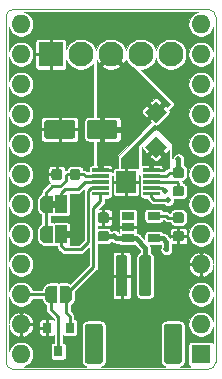
<source format=gbr>
%TF.GenerationSoftware,KiCad,Pcbnew,5.1.5+dfsg1-2~bpo10+1*%
%TF.CreationDate,Date%
%TF.ProjectId,ProMicro_ZPM,50726f4d-6963-4726-9f5f-5a504d2e6b69,v1.0*%
%TF.SameCoordinates,Original*%
%TF.FileFunction,Copper,L1,Top*%
%TF.FilePolarity,Positive*%
%FSLAX45Y45*%
G04 Gerber Fmt 4.5, Leading zero omitted, Abs format (unit mm)*
G04 Created by KiCad*
%MOMM*%
%LPD*%
G04 APERTURE LIST*
%ADD10C,0.100000*%
%ADD11C,0.150000*%
%ADD12C,0.500000*%
%ADD13R,1.680000X1.880000*%
%ADD14R,0.800000X0.900000*%
%ADD15C,2.100000*%
%ADD16R,2.100000X2.100000*%
%ADD17R,1.060000X0.650000*%
%ADD18R,1.000000X1.500000*%
%ADD19O,1.600000X1.600000*%
%ADD20R,1.600000X1.600000*%
%ADD21C,0.600000*%
%ADD22C,0.400000*%
%ADD23C,0.250000*%
%ADD24C,0.125000*%
%ADD25C,0.200000*%
%ADD26C,0.300000*%
%ADD27C,0.350000*%
G04 APERTURE END LIST*
D10*
X-63500Y-127000D02*
G75*
G02X-127000Y-63500I0J63500D01*
G01*
X1651000Y-63500D02*
G75*
G02X1587500Y-127000I-63500J0D01*
G01*
X1587500Y2921000D02*
G75*
G02X1651000Y2857500I0J-63500D01*
G01*
X-127000Y2857500D02*
G75*
G02X-63500Y2921000I63500J0D01*
G01*
X-127000Y-63500D02*
X-127000Y2857500D01*
X1587500Y-127000D02*
X-63500Y-127000D01*
X1651000Y2857500D02*
X1651000Y-63500D01*
X-63500Y2921000D02*
X1587500Y2921000D01*
D11*
G36*
X252900Y1300000D02*
G01*
X302900Y1300000D01*
X302900Y1240000D01*
X252900Y1240000D01*
X252900Y1300000D01*
G37*
G36*
X432900Y986000D02*
G01*
X382900Y986000D01*
X382900Y1046000D01*
X432900Y1046000D01*
X432900Y986000D01*
G37*
%TA.AperFunction,SMDPad,CuDef*%
G36*
X435450Y1984880D02*
G01*
X437877Y1984520D01*
X440257Y1983923D01*
X442567Y1983097D01*
X444785Y1982048D01*
X446889Y1980787D01*
X448860Y1979325D01*
X450678Y1977678D01*
X452325Y1975860D01*
X453787Y1973889D01*
X455048Y1971785D01*
X456097Y1969567D01*
X456923Y1967257D01*
X457520Y1964877D01*
X457880Y1962450D01*
X458000Y1960000D01*
X458000Y1850000D01*
X457880Y1847550D01*
X457520Y1845123D01*
X456923Y1842743D01*
X456097Y1840433D01*
X455048Y1838215D01*
X453787Y1836111D01*
X452325Y1834140D01*
X450678Y1832322D01*
X448860Y1830675D01*
X446889Y1829213D01*
X444785Y1827952D01*
X442567Y1826903D01*
X440257Y1826076D01*
X437877Y1825480D01*
X435450Y1825120D01*
X433000Y1825000D01*
X223000Y1825000D01*
X220550Y1825120D01*
X218123Y1825480D01*
X215743Y1826076D01*
X213433Y1826903D01*
X211215Y1827952D01*
X209111Y1829213D01*
X207140Y1830675D01*
X205322Y1832322D01*
X203675Y1834140D01*
X202213Y1836111D01*
X200952Y1838215D01*
X199903Y1840433D01*
X199076Y1842743D01*
X198480Y1845123D01*
X198120Y1847550D01*
X198000Y1850000D01*
X198000Y1960000D01*
X198120Y1962450D01*
X198480Y1964877D01*
X199076Y1967257D01*
X199903Y1969567D01*
X200952Y1971785D01*
X202213Y1973889D01*
X203675Y1975860D01*
X205322Y1977678D01*
X207140Y1979325D01*
X209111Y1980787D01*
X211215Y1982048D01*
X213433Y1983097D01*
X215743Y1983923D01*
X218123Y1984520D01*
X220550Y1984880D01*
X223000Y1985000D01*
X433000Y1985000D01*
X435450Y1984880D01*
G37*
%TD.AperFunction*%
%TA.AperFunction,SMDPad,CuDef*%
G36*
X795450Y1984880D02*
G01*
X797877Y1984520D01*
X800257Y1983923D01*
X802567Y1983097D01*
X804785Y1982048D01*
X806889Y1980787D01*
X808860Y1979325D01*
X810678Y1977678D01*
X812325Y1975860D01*
X813787Y1973889D01*
X815048Y1971785D01*
X816097Y1969567D01*
X816923Y1967257D01*
X817520Y1964877D01*
X817880Y1962450D01*
X818000Y1960000D01*
X818000Y1850000D01*
X817880Y1847550D01*
X817520Y1845123D01*
X816923Y1842743D01*
X816097Y1840433D01*
X815048Y1838215D01*
X813787Y1836111D01*
X812325Y1834140D01*
X810678Y1832322D01*
X808860Y1830675D01*
X806889Y1829213D01*
X804785Y1827952D01*
X802567Y1826903D01*
X800257Y1826076D01*
X797877Y1825480D01*
X795450Y1825120D01*
X793000Y1825000D01*
X583000Y1825000D01*
X580550Y1825120D01*
X578123Y1825480D01*
X575743Y1826076D01*
X573433Y1826903D01*
X571215Y1827952D01*
X569111Y1829213D01*
X567140Y1830675D01*
X565322Y1832322D01*
X563675Y1834140D01*
X562213Y1836111D01*
X560952Y1838215D01*
X559903Y1840433D01*
X559077Y1842743D01*
X558480Y1845123D01*
X558120Y1847550D01*
X558000Y1850000D01*
X558000Y1960000D01*
X558120Y1962450D01*
X558480Y1964877D01*
X559077Y1967257D01*
X559903Y1969567D01*
X560952Y1971785D01*
X562213Y1973889D01*
X563675Y1975860D01*
X565322Y1977678D01*
X567140Y1979325D01*
X569111Y1980787D01*
X571215Y1982048D01*
X573433Y1983097D01*
X575743Y1983923D01*
X578123Y1984520D01*
X580550Y1984880D01*
X583000Y1985000D01*
X793000Y1985000D01*
X795450Y1984880D01*
G37*
%TD.AperFunction*%
D12*
X834000Y1525500D03*
X944000Y1525500D03*
X834000Y1395500D03*
X944000Y1395500D03*
D13*
X889000Y1460500D03*
%TA.AperFunction,SMDPad,CuDef*%
D11*
G36*
X739735Y1375464D02*
G01*
X740463Y1375356D01*
X741177Y1375177D01*
X741870Y1374929D01*
X742535Y1374614D01*
X743167Y1374236D01*
X743758Y1373798D01*
X744303Y1373303D01*
X744798Y1372758D01*
X745236Y1372167D01*
X745614Y1371536D01*
X745929Y1370870D01*
X746177Y1370177D01*
X746356Y1369463D01*
X746464Y1368735D01*
X746500Y1368000D01*
X746500Y1353000D01*
X746464Y1352265D01*
X746356Y1351537D01*
X746177Y1350823D01*
X745929Y1350130D01*
X745614Y1349465D01*
X745236Y1348833D01*
X744798Y1348242D01*
X744303Y1347697D01*
X743758Y1347202D01*
X743167Y1346764D01*
X742535Y1346386D01*
X741870Y1346071D01*
X741177Y1345823D01*
X740463Y1345644D01*
X739735Y1345536D01*
X739000Y1345500D01*
X609000Y1345500D01*
X608265Y1345536D01*
X607537Y1345644D01*
X606823Y1345823D01*
X606130Y1346071D01*
X605465Y1346386D01*
X604833Y1346764D01*
X604242Y1347202D01*
X603697Y1347697D01*
X603202Y1348242D01*
X602764Y1348833D01*
X602386Y1349465D01*
X602071Y1350130D01*
X601823Y1350823D01*
X601644Y1351537D01*
X601536Y1352265D01*
X601500Y1353000D01*
X601500Y1368000D01*
X601536Y1368735D01*
X601644Y1369463D01*
X601823Y1370177D01*
X602071Y1370870D01*
X602386Y1371536D01*
X602764Y1372167D01*
X603202Y1372758D01*
X603697Y1373303D01*
X604242Y1373798D01*
X604833Y1374236D01*
X605465Y1374614D01*
X606130Y1374929D01*
X606823Y1375177D01*
X607537Y1375356D01*
X608265Y1375464D01*
X609000Y1375500D01*
X739000Y1375500D01*
X739735Y1375464D01*
G37*
%TD.AperFunction*%
%TA.AperFunction,SMDPad,CuDef*%
G36*
X739735Y1425464D02*
G01*
X740463Y1425356D01*
X741177Y1425177D01*
X741870Y1424929D01*
X742535Y1424614D01*
X743167Y1424236D01*
X743758Y1423798D01*
X744303Y1423303D01*
X744798Y1422758D01*
X745236Y1422167D01*
X745614Y1421535D01*
X745929Y1420870D01*
X746177Y1420177D01*
X746356Y1419463D01*
X746464Y1418735D01*
X746500Y1418000D01*
X746500Y1403000D01*
X746464Y1402265D01*
X746356Y1401537D01*
X746177Y1400823D01*
X745929Y1400130D01*
X745614Y1399464D01*
X745236Y1398833D01*
X744798Y1398242D01*
X744303Y1397697D01*
X743758Y1397202D01*
X743167Y1396764D01*
X742535Y1396386D01*
X741870Y1396071D01*
X741177Y1395823D01*
X740463Y1395644D01*
X739735Y1395536D01*
X739000Y1395500D01*
X609000Y1395500D01*
X608265Y1395536D01*
X607537Y1395644D01*
X606823Y1395823D01*
X606130Y1396071D01*
X605465Y1396386D01*
X604833Y1396764D01*
X604242Y1397202D01*
X603697Y1397697D01*
X603202Y1398242D01*
X602764Y1398833D01*
X602386Y1399464D01*
X602071Y1400130D01*
X601823Y1400823D01*
X601644Y1401537D01*
X601536Y1402265D01*
X601500Y1403000D01*
X601500Y1418000D01*
X601536Y1418735D01*
X601644Y1419463D01*
X601823Y1420177D01*
X602071Y1420870D01*
X602386Y1421535D01*
X602764Y1422167D01*
X603202Y1422758D01*
X603697Y1423303D01*
X604242Y1423798D01*
X604833Y1424236D01*
X605465Y1424614D01*
X606130Y1424929D01*
X606823Y1425177D01*
X607537Y1425356D01*
X608265Y1425464D01*
X609000Y1425500D01*
X739000Y1425500D01*
X739735Y1425464D01*
G37*
%TD.AperFunction*%
%TA.AperFunction,SMDPad,CuDef*%
G36*
X739735Y1475464D02*
G01*
X740463Y1475356D01*
X741177Y1475177D01*
X741870Y1474929D01*
X742535Y1474614D01*
X743167Y1474236D01*
X743758Y1473798D01*
X744303Y1473303D01*
X744798Y1472758D01*
X745236Y1472167D01*
X745614Y1471535D01*
X745929Y1470870D01*
X746177Y1470177D01*
X746356Y1469463D01*
X746464Y1468735D01*
X746500Y1468000D01*
X746500Y1453000D01*
X746464Y1452265D01*
X746356Y1451537D01*
X746177Y1450823D01*
X745929Y1450130D01*
X745614Y1449464D01*
X745236Y1448833D01*
X744798Y1448242D01*
X744303Y1447697D01*
X743758Y1447202D01*
X743167Y1446764D01*
X742535Y1446386D01*
X741870Y1446071D01*
X741177Y1445823D01*
X740463Y1445644D01*
X739735Y1445536D01*
X739000Y1445500D01*
X609000Y1445500D01*
X608265Y1445536D01*
X607537Y1445644D01*
X606823Y1445823D01*
X606130Y1446071D01*
X605465Y1446386D01*
X604833Y1446764D01*
X604242Y1447202D01*
X603697Y1447697D01*
X603202Y1448242D01*
X602764Y1448833D01*
X602386Y1449464D01*
X602071Y1450130D01*
X601823Y1450823D01*
X601644Y1451537D01*
X601536Y1452265D01*
X601500Y1453000D01*
X601500Y1468000D01*
X601536Y1468735D01*
X601644Y1469463D01*
X601823Y1470177D01*
X602071Y1470870D01*
X602386Y1471535D01*
X602764Y1472167D01*
X603202Y1472758D01*
X603697Y1473303D01*
X604242Y1473798D01*
X604833Y1474236D01*
X605465Y1474614D01*
X606130Y1474929D01*
X606823Y1475177D01*
X607537Y1475356D01*
X608265Y1475464D01*
X609000Y1475500D01*
X739000Y1475500D01*
X739735Y1475464D01*
G37*
%TD.AperFunction*%
%TA.AperFunction,SMDPad,CuDef*%
G36*
X739735Y1525464D02*
G01*
X740463Y1525356D01*
X741177Y1525177D01*
X741870Y1524929D01*
X742535Y1524614D01*
X743167Y1524236D01*
X743758Y1523798D01*
X744303Y1523303D01*
X744798Y1522758D01*
X745236Y1522167D01*
X745614Y1521535D01*
X745929Y1520870D01*
X746177Y1520177D01*
X746356Y1519463D01*
X746464Y1518735D01*
X746500Y1518000D01*
X746500Y1503000D01*
X746464Y1502265D01*
X746356Y1501537D01*
X746177Y1500823D01*
X745929Y1500130D01*
X745614Y1499464D01*
X745236Y1498833D01*
X744798Y1498242D01*
X744303Y1497697D01*
X743758Y1497202D01*
X743167Y1496764D01*
X742535Y1496386D01*
X741870Y1496071D01*
X741177Y1495823D01*
X740463Y1495644D01*
X739735Y1495536D01*
X739000Y1495500D01*
X609000Y1495500D01*
X608265Y1495536D01*
X607537Y1495644D01*
X606823Y1495823D01*
X606130Y1496071D01*
X605465Y1496386D01*
X604833Y1496764D01*
X604242Y1497202D01*
X603697Y1497697D01*
X603202Y1498242D01*
X602764Y1498833D01*
X602386Y1499464D01*
X602071Y1500130D01*
X601823Y1500823D01*
X601644Y1501537D01*
X601536Y1502265D01*
X601500Y1503000D01*
X601500Y1518000D01*
X601536Y1518735D01*
X601644Y1519463D01*
X601823Y1520177D01*
X602071Y1520870D01*
X602386Y1521535D01*
X602764Y1522167D01*
X603202Y1522758D01*
X603697Y1523303D01*
X604242Y1523798D01*
X604833Y1524236D01*
X605465Y1524614D01*
X606130Y1524929D01*
X606823Y1525177D01*
X607537Y1525356D01*
X608265Y1525464D01*
X609000Y1525500D01*
X739000Y1525500D01*
X739735Y1525464D01*
G37*
%TD.AperFunction*%
%TA.AperFunction,SMDPad,CuDef*%
G36*
X739735Y1575464D02*
G01*
X740463Y1575356D01*
X741177Y1575177D01*
X741870Y1574929D01*
X742535Y1574614D01*
X743167Y1574236D01*
X743758Y1573798D01*
X744303Y1573303D01*
X744798Y1572758D01*
X745236Y1572167D01*
X745614Y1571535D01*
X745929Y1570870D01*
X746177Y1570177D01*
X746356Y1569463D01*
X746464Y1568735D01*
X746500Y1568000D01*
X746500Y1553000D01*
X746464Y1552265D01*
X746356Y1551537D01*
X746177Y1550823D01*
X745929Y1550130D01*
X745614Y1549464D01*
X745236Y1548833D01*
X744798Y1548242D01*
X744303Y1547697D01*
X743758Y1547202D01*
X743167Y1546764D01*
X742535Y1546386D01*
X741870Y1546071D01*
X741177Y1545823D01*
X740463Y1545644D01*
X739735Y1545536D01*
X739000Y1545500D01*
X609000Y1545500D01*
X608265Y1545536D01*
X607537Y1545644D01*
X606823Y1545823D01*
X606130Y1546071D01*
X605465Y1546386D01*
X604833Y1546764D01*
X604242Y1547202D01*
X603697Y1547697D01*
X603202Y1548242D01*
X602764Y1548833D01*
X602386Y1549464D01*
X602071Y1550130D01*
X601823Y1550823D01*
X601644Y1551537D01*
X601536Y1552265D01*
X601500Y1553000D01*
X601500Y1568000D01*
X601536Y1568735D01*
X601644Y1569463D01*
X601823Y1570177D01*
X602071Y1570870D01*
X602386Y1571535D01*
X602764Y1572167D01*
X603202Y1572758D01*
X603697Y1573303D01*
X604242Y1573798D01*
X604833Y1574236D01*
X605465Y1574614D01*
X606130Y1574929D01*
X606823Y1575177D01*
X607537Y1575356D01*
X608265Y1575464D01*
X609000Y1575500D01*
X739000Y1575500D01*
X739735Y1575464D01*
G37*
%TD.AperFunction*%
%TA.AperFunction,SMDPad,CuDef*%
G36*
X1169735Y1575464D02*
G01*
X1170463Y1575356D01*
X1171177Y1575177D01*
X1171870Y1574929D01*
X1172536Y1574614D01*
X1173167Y1574236D01*
X1173758Y1573798D01*
X1174303Y1573303D01*
X1174798Y1572758D01*
X1175236Y1572167D01*
X1175614Y1571535D01*
X1175929Y1570870D01*
X1176177Y1570177D01*
X1176356Y1569463D01*
X1176464Y1568735D01*
X1176500Y1568000D01*
X1176500Y1553000D01*
X1176464Y1552265D01*
X1176356Y1551537D01*
X1176177Y1550823D01*
X1175929Y1550130D01*
X1175614Y1549464D01*
X1175236Y1548833D01*
X1174798Y1548242D01*
X1174303Y1547697D01*
X1173758Y1547202D01*
X1173167Y1546764D01*
X1172536Y1546386D01*
X1171870Y1546071D01*
X1171177Y1545823D01*
X1170463Y1545644D01*
X1169735Y1545536D01*
X1169000Y1545500D01*
X1039000Y1545500D01*
X1038265Y1545536D01*
X1037537Y1545644D01*
X1036823Y1545823D01*
X1036130Y1546071D01*
X1035464Y1546386D01*
X1034833Y1546764D01*
X1034242Y1547202D01*
X1033697Y1547697D01*
X1033202Y1548242D01*
X1032764Y1548833D01*
X1032386Y1549464D01*
X1032071Y1550130D01*
X1031823Y1550823D01*
X1031644Y1551537D01*
X1031536Y1552265D01*
X1031500Y1553000D01*
X1031500Y1568000D01*
X1031536Y1568735D01*
X1031644Y1569463D01*
X1031823Y1570177D01*
X1032071Y1570870D01*
X1032386Y1571535D01*
X1032764Y1572167D01*
X1033202Y1572758D01*
X1033697Y1573303D01*
X1034242Y1573798D01*
X1034833Y1574236D01*
X1035464Y1574614D01*
X1036130Y1574929D01*
X1036823Y1575177D01*
X1037537Y1575356D01*
X1038265Y1575464D01*
X1039000Y1575500D01*
X1169000Y1575500D01*
X1169735Y1575464D01*
G37*
%TD.AperFunction*%
%TA.AperFunction,SMDPad,CuDef*%
G36*
X1169735Y1525464D02*
G01*
X1170463Y1525356D01*
X1171177Y1525177D01*
X1171870Y1524929D01*
X1172536Y1524614D01*
X1173167Y1524236D01*
X1173758Y1523798D01*
X1174303Y1523303D01*
X1174798Y1522758D01*
X1175236Y1522167D01*
X1175614Y1521535D01*
X1175929Y1520870D01*
X1176177Y1520177D01*
X1176356Y1519463D01*
X1176464Y1518735D01*
X1176500Y1518000D01*
X1176500Y1503000D01*
X1176464Y1502265D01*
X1176356Y1501537D01*
X1176177Y1500823D01*
X1175929Y1500130D01*
X1175614Y1499464D01*
X1175236Y1498833D01*
X1174798Y1498242D01*
X1174303Y1497697D01*
X1173758Y1497202D01*
X1173167Y1496764D01*
X1172536Y1496386D01*
X1171870Y1496071D01*
X1171177Y1495823D01*
X1170463Y1495644D01*
X1169735Y1495536D01*
X1169000Y1495500D01*
X1039000Y1495500D01*
X1038265Y1495536D01*
X1037537Y1495644D01*
X1036823Y1495823D01*
X1036130Y1496071D01*
X1035464Y1496386D01*
X1034833Y1496764D01*
X1034242Y1497202D01*
X1033697Y1497697D01*
X1033202Y1498242D01*
X1032764Y1498833D01*
X1032386Y1499464D01*
X1032071Y1500130D01*
X1031823Y1500823D01*
X1031644Y1501537D01*
X1031536Y1502265D01*
X1031500Y1503000D01*
X1031500Y1518000D01*
X1031536Y1518735D01*
X1031644Y1519463D01*
X1031823Y1520177D01*
X1032071Y1520870D01*
X1032386Y1521535D01*
X1032764Y1522167D01*
X1033202Y1522758D01*
X1033697Y1523303D01*
X1034242Y1523798D01*
X1034833Y1524236D01*
X1035464Y1524614D01*
X1036130Y1524929D01*
X1036823Y1525177D01*
X1037537Y1525356D01*
X1038265Y1525464D01*
X1039000Y1525500D01*
X1169000Y1525500D01*
X1169735Y1525464D01*
G37*
%TD.AperFunction*%
%TA.AperFunction,SMDPad,CuDef*%
G36*
X1169735Y1475464D02*
G01*
X1170463Y1475356D01*
X1171177Y1475177D01*
X1171870Y1474929D01*
X1172536Y1474614D01*
X1173167Y1474236D01*
X1173758Y1473798D01*
X1174303Y1473303D01*
X1174798Y1472758D01*
X1175236Y1472167D01*
X1175614Y1471535D01*
X1175929Y1470870D01*
X1176177Y1470177D01*
X1176356Y1469463D01*
X1176464Y1468735D01*
X1176500Y1468000D01*
X1176500Y1453000D01*
X1176464Y1452265D01*
X1176356Y1451537D01*
X1176177Y1450823D01*
X1175929Y1450130D01*
X1175614Y1449464D01*
X1175236Y1448833D01*
X1174798Y1448242D01*
X1174303Y1447697D01*
X1173758Y1447202D01*
X1173167Y1446764D01*
X1172536Y1446386D01*
X1171870Y1446071D01*
X1171177Y1445823D01*
X1170463Y1445644D01*
X1169735Y1445536D01*
X1169000Y1445500D01*
X1039000Y1445500D01*
X1038265Y1445536D01*
X1037537Y1445644D01*
X1036823Y1445823D01*
X1036130Y1446071D01*
X1035464Y1446386D01*
X1034833Y1446764D01*
X1034242Y1447202D01*
X1033697Y1447697D01*
X1033202Y1448242D01*
X1032764Y1448833D01*
X1032386Y1449464D01*
X1032071Y1450130D01*
X1031823Y1450823D01*
X1031644Y1451537D01*
X1031536Y1452265D01*
X1031500Y1453000D01*
X1031500Y1468000D01*
X1031536Y1468735D01*
X1031644Y1469463D01*
X1031823Y1470177D01*
X1032071Y1470870D01*
X1032386Y1471535D01*
X1032764Y1472167D01*
X1033202Y1472758D01*
X1033697Y1473303D01*
X1034242Y1473798D01*
X1034833Y1474236D01*
X1035464Y1474614D01*
X1036130Y1474929D01*
X1036823Y1475177D01*
X1037537Y1475356D01*
X1038265Y1475464D01*
X1039000Y1475500D01*
X1169000Y1475500D01*
X1169735Y1475464D01*
G37*
%TD.AperFunction*%
%TA.AperFunction,SMDPad,CuDef*%
G36*
X1169735Y1425464D02*
G01*
X1170463Y1425356D01*
X1171177Y1425177D01*
X1171870Y1424929D01*
X1172536Y1424614D01*
X1173167Y1424236D01*
X1173758Y1423798D01*
X1174303Y1423303D01*
X1174798Y1422758D01*
X1175236Y1422167D01*
X1175614Y1421535D01*
X1175929Y1420870D01*
X1176177Y1420177D01*
X1176356Y1419463D01*
X1176464Y1418735D01*
X1176500Y1418000D01*
X1176500Y1403000D01*
X1176464Y1402265D01*
X1176356Y1401537D01*
X1176177Y1400823D01*
X1175929Y1400130D01*
X1175614Y1399464D01*
X1175236Y1398833D01*
X1174798Y1398242D01*
X1174303Y1397697D01*
X1173758Y1397202D01*
X1173167Y1396764D01*
X1172536Y1396386D01*
X1171870Y1396071D01*
X1171177Y1395823D01*
X1170463Y1395644D01*
X1169735Y1395536D01*
X1169000Y1395500D01*
X1039000Y1395500D01*
X1038265Y1395536D01*
X1037537Y1395644D01*
X1036823Y1395823D01*
X1036130Y1396071D01*
X1035464Y1396386D01*
X1034833Y1396764D01*
X1034242Y1397202D01*
X1033697Y1397697D01*
X1033202Y1398242D01*
X1032764Y1398833D01*
X1032386Y1399464D01*
X1032071Y1400130D01*
X1031823Y1400823D01*
X1031644Y1401537D01*
X1031536Y1402265D01*
X1031500Y1403000D01*
X1031500Y1418000D01*
X1031536Y1418735D01*
X1031644Y1419463D01*
X1031823Y1420177D01*
X1032071Y1420870D01*
X1032386Y1421535D01*
X1032764Y1422167D01*
X1033202Y1422758D01*
X1033697Y1423303D01*
X1034242Y1423798D01*
X1034833Y1424236D01*
X1035464Y1424614D01*
X1036130Y1424929D01*
X1036823Y1425177D01*
X1037537Y1425356D01*
X1038265Y1425464D01*
X1039000Y1425500D01*
X1169000Y1425500D01*
X1169735Y1425464D01*
G37*
%TD.AperFunction*%
%TA.AperFunction,SMDPad,CuDef*%
G36*
X1169735Y1375464D02*
G01*
X1170463Y1375356D01*
X1171177Y1375177D01*
X1171870Y1374929D01*
X1172536Y1374614D01*
X1173167Y1374236D01*
X1173758Y1373798D01*
X1174303Y1373303D01*
X1174798Y1372758D01*
X1175236Y1372167D01*
X1175614Y1371536D01*
X1175929Y1370870D01*
X1176177Y1370177D01*
X1176356Y1369463D01*
X1176464Y1368735D01*
X1176500Y1368000D01*
X1176500Y1353000D01*
X1176464Y1352265D01*
X1176356Y1351537D01*
X1176177Y1350823D01*
X1175929Y1350130D01*
X1175614Y1349465D01*
X1175236Y1348833D01*
X1174798Y1348242D01*
X1174303Y1347697D01*
X1173758Y1347202D01*
X1173167Y1346764D01*
X1172536Y1346386D01*
X1171870Y1346071D01*
X1171177Y1345823D01*
X1170463Y1345644D01*
X1169735Y1345536D01*
X1169000Y1345500D01*
X1039000Y1345500D01*
X1038265Y1345536D01*
X1037537Y1345644D01*
X1036823Y1345823D01*
X1036130Y1346071D01*
X1035464Y1346386D01*
X1034833Y1346764D01*
X1034242Y1347202D01*
X1033697Y1347697D01*
X1033202Y1348242D01*
X1032764Y1348833D01*
X1032386Y1349465D01*
X1032071Y1350130D01*
X1031823Y1350823D01*
X1031644Y1351537D01*
X1031536Y1352265D01*
X1031500Y1353000D01*
X1031500Y1368000D01*
X1031536Y1368735D01*
X1031644Y1369463D01*
X1031823Y1370177D01*
X1032071Y1370870D01*
X1032386Y1371536D01*
X1032764Y1372167D01*
X1033202Y1372758D01*
X1033697Y1373303D01*
X1034242Y1373798D01*
X1034833Y1374236D01*
X1035464Y1374614D01*
X1036130Y1374929D01*
X1036823Y1375177D01*
X1037537Y1375356D01*
X1038265Y1375464D01*
X1039000Y1375500D01*
X1169000Y1375500D01*
X1169735Y1375464D01*
G37*
%TD.AperFunction*%
%TA.AperFunction,SMDPad,CuDef*%
G36*
X1361269Y1044395D02*
G01*
X1363393Y1044080D01*
X1365475Y1043558D01*
X1367496Y1042835D01*
X1369437Y1041917D01*
X1371278Y1040813D01*
X1373002Y1039535D01*
X1374593Y1038093D01*
X1376035Y1036502D01*
X1377313Y1034778D01*
X1378417Y1032937D01*
X1379335Y1030996D01*
X1380058Y1028975D01*
X1380580Y1026893D01*
X1380895Y1024769D01*
X1381000Y1022625D01*
X1381000Y978875D01*
X1380895Y976731D01*
X1380580Y974607D01*
X1380058Y972525D01*
X1379335Y970504D01*
X1378417Y968563D01*
X1377313Y966722D01*
X1376035Y964998D01*
X1374593Y963407D01*
X1373002Y961965D01*
X1371278Y960687D01*
X1369437Y959583D01*
X1367496Y958665D01*
X1365475Y957942D01*
X1363393Y957420D01*
X1361269Y957105D01*
X1359125Y957000D01*
X1307875Y957000D01*
X1305731Y957105D01*
X1303607Y957420D01*
X1301525Y957942D01*
X1299504Y958665D01*
X1297563Y959583D01*
X1295722Y960687D01*
X1293998Y961965D01*
X1292407Y963407D01*
X1290965Y964998D01*
X1289687Y966722D01*
X1288583Y968563D01*
X1287665Y970504D01*
X1286942Y972525D01*
X1286420Y974607D01*
X1286105Y976731D01*
X1286000Y978875D01*
X1286000Y1022625D01*
X1286105Y1024769D01*
X1286420Y1026893D01*
X1286942Y1028975D01*
X1287665Y1030996D01*
X1288583Y1032937D01*
X1289687Y1034778D01*
X1290965Y1036502D01*
X1292407Y1038093D01*
X1293998Y1039535D01*
X1295722Y1040813D01*
X1297563Y1041917D01*
X1299504Y1042835D01*
X1301525Y1043558D01*
X1303607Y1044080D01*
X1305731Y1044395D01*
X1307875Y1044500D01*
X1359125Y1044500D01*
X1361269Y1044395D01*
G37*
%TD.AperFunction*%
%TA.AperFunction,SMDPad,CuDef*%
G36*
X1361269Y1201895D02*
G01*
X1363393Y1201580D01*
X1365475Y1201058D01*
X1367496Y1200335D01*
X1369437Y1199417D01*
X1371278Y1198313D01*
X1373002Y1197035D01*
X1374593Y1195593D01*
X1376035Y1194002D01*
X1377313Y1192278D01*
X1378417Y1190437D01*
X1379335Y1188496D01*
X1380058Y1186475D01*
X1380580Y1184393D01*
X1380895Y1182269D01*
X1381000Y1180125D01*
X1381000Y1136375D01*
X1380895Y1134231D01*
X1380580Y1132107D01*
X1380058Y1130025D01*
X1379335Y1128004D01*
X1378417Y1126063D01*
X1377313Y1124222D01*
X1376035Y1122498D01*
X1374593Y1120907D01*
X1373002Y1119465D01*
X1371278Y1118187D01*
X1369437Y1117083D01*
X1367496Y1116165D01*
X1365475Y1115442D01*
X1363393Y1114920D01*
X1361269Y1114605D01*
X1359125Y1114500D01*
X1307875Y1114500D01*
X1305731Y1114605D01*
X1303607Y1114920D01*
X1301525Y1115442D01*
X1299504Y1116165D01*
X1297563Y1117083D01*
X1295722Y1118187D01*
X1293998Y1119465D01*
X1292407Y1120907D01*
X1290965Y1122498D01*
X1289687Y1124222D01*
X1288583Y1126063D01*
X1287665Y1128004D01*
X1286942Y1130025D01*
X1286420Y1132107D01*
X1286105Y1134231D01*
X1286000Y1136375D01*
X1286000Y1180125D01*
X1286105Y1182269D01*
X1286420Y1184393D01*
X1286942Y1186475D01*
X1287665Y1188496D01*
X1288583Y1190437D01*
X1289687Y1192278D01*
X1290965Y1194002D01*
X1292407Y1195593D01*
X1293998Y1197035D01*
X1295722Y1198313D01*
X1297563Y1199417D01*
X1299504Y1200335D01*
X1301525Y1201058D01*
X1303607Y1201580D01*
X1305731Y1201895D01*
X1307875Y1202000D01*
X1359125Y1202000D01*
X1361269Y1201895D01*
G37*
%TD.AperFunction*%
%TA.AperFunction,SMDPad,CuDef*%
G36*
X382500Y582940D02*
G01*
X384953Y582940D01*
X389836Y582459D01*
X394649Y581502D01*
X399344Y580077D01*
X403878Y578200D01*
X408205Y575886D01*
X412285Y573160D01*
X416078Y570048D01*
X419548Y566578D01*
X422660Y562785D01*
X425386Y558705D01*
X427699Y554378D01*
X429577Y549845D01*
X431002Y545149D01*
X431959Y540337D01*
X432440Y535453D01*
X432440Y533000D01*
X432500Y533000D01*
X432500Y483000D01*
X432440Y483000D01*
X432440Y480547D01*
X431959Y475663D01*
X431002Y470851D01*
X429577Y466155D01*
X427699Y461622D01*
X425386Y457295D01*
X422660Y453215D01*
X419548Y449422D01*
X416078Y445952D01*
X412285Y442840D01*
X408205Y440114D01*
X403878Y437800D01*
X399344Y435923D01*
X394649Y434498D01*
X389836Y433541D01*
X384953Y433060D01*
X382500Y433060D01*
X382500Y433000D01*
X332500Y433000D01*
X332500Y583000D01*
X382500Y583000D01*
X382500Y582940D01*
G37*
%TD.AperFunction*%
%TA.AperFunction,SMDPad,CuDef*%
G36*
X302500Y433000D02*
G01*
X252500Y433000D01*
X252500Y433060D01*
X250047Y433060D01*
X245163Y433541D01*
X240351Y434498D01*
X235655Y435923D01*
X231122Y437800D01*
X226795Y440114D01*
X222715Y442840D01*
X218922Y445952D01*
X215452Y449422D01*
X212340Y453215D01*
X209614Y457295D01*
X207300Y461622D01*
X205423Y466155D01*
X203998Y470851D01*
X203041Y475663D01*
X202560Y480547D01*
X202560Y483000D01*
X202500Y483000D01*
X202500Y533000D01*
X202560Y533000D01*
X202560Y535453D01*
X203041Y540337D01*
X203998Y545149D01*
X205423Y549845D01*
X207300Y554378D01*
X209614Y558705D01*
X212340Y562785D01*
X215452Y566578D01*
X218922Y570048D01*
X222715Y573160D01*
X226795Y575886D01*
X231122Y578200D01*
X235655Y580077D01*
X240351Y581502D01*
X245163Y582459D01*
X250047Y582940D01*
X252500Y582940D01*
X252500Y583000D01*
X302500Y583000D01*
X302500Y433000D01*
G37*
%TD.AperFunction*%
%TA.AperFunction,SMDPad,CuDef*%
G36*
X1339950Y260880D02*
G01*
X1342377Y260520D01*
X1344757Y259923D01*
X1347067Y259097D01*
X1349285Y258048D01*
X1351389Y256787D01*
X1353360Y255325D01*
X1355178Y253678D01*
X1356825Y251860D01*
X1358287Y249889D01*
X1359548Y247785D01*
X1360597Y245567D01*
X1361424Y243257D01*
X1362020Y240877D01*
X1362380Y238450D01*
X1362500Y236000D01*
X1362500Y-54000D01*
X1362380Y-56450D01*
X1362020Y-58877D01*
X1361424Y-61257D01*
X1360597Y-63567D01*
X1359548Y-65785D01*
X1358287Y-67889D01*
X1356825Y-69860D01*
X1355178Y-71678D01*
X1353360Y-73325D01*
X1351389Y-74787D01*
X1349285Y-76048D01*
X1347067Y-77097D01*
X1344757Y-77924D01*
X1342377Y-78520D01*
X1339950Y-78880D01*
X1337500Y-79000D01*
X1237500Y-79000D01*
X1235050Y-78880D01*
X1232623Y-78520D01*
X1230243Y-77924D01*
X1227933Y-77097D01*
X1225715Y-76048D01*
X1223611Y-74787D01*
X1221640Y-73325D01*
X1219822Y-71678D01*
X1218175Y-69860D01*
X1216713Y-67889D01*
X1215452Y-65785D01*
X1214403Y-63567D01*
X1213577Y-61257D01*
X1212980Y-58877D01*
X1212620Y-56450D01*
X1212500Y-54000D01*
X1212500Y236000D01*
X1212620Y238450D01*
X1212980Y240877D01*
X1213577Y243257D01*
X1214403Y245567D01*
X1215452Y247785D01*
X1216713Y249889D01*
X1218175Y251860D01*
X1219822Y253678D01*
X1221640Y255325D01*
X1223611Y256787D01*
X1225715Y258048D01*
X1227933Y259097D01*
X1230243Y259923D01*
X1232623Y260520D01*
X1235050Y260880D01*
X1237500Y261000D01*
X1337500Y261000D01*
X1339950Y260880D01*
G37*
%TD.AperFunction*%
%TA.AperFunction,SMDPad,CuDef*%
G36*
X669950Y260880D02*
G01*
X672377Y260520D01*
X674757Y259923D01*
X677067Y259097D01*
X679285Y258048D01*
X681389Y256787D01*
X683360Y255325D01*
X685178Y253678D01*
X686825Y251860D01*
X688287Y249889D01*
X689548Y247785D01*
X690597Y245567D01*
X691424Y243257D01*
X692020Y240877D01*
X692380Y238450D01*
X692500Y236000D01*
X692500Y-54000D01*
X692380Y-56450D01*
X692020Y-58877D01*
X691424Y-61257D01*
X690597Y-63567D01*
X689548Y-65785D01*
X688287Y-67889D01*
X686825Y-69860D01*
X685178Y-71678D01*
X683360Y-73325D01*
X681389Y-74787D01*
X679285Y-76048D01*
X677067Y-77097D01*
X674757Y-77924D01*
X672377Y-78520D01*
X669950Y-78880D01*
X667500Y-79000D01*
X567500Y-79000D01*
X565050Y-78880D01*
X562623Y-78520D01*
X560243Y-77924D01*
X557933Y-77097D01*
X555715Y-76048D01*
X553611Y-74787D01*
X551640Y-73325D01*
X549822Y-71678D01*
X548175Y-69860D01*
X546713Y-67889D01*
X545452Y-65785D01*
X544403Y-63567D01*
X543577Y-61257D01*
X542980Y-58877D01*
X542620Y-56450D01*
X542500Y-54000D01*
X542500Y236000D01*
X542620Y238450D01*
X542980Y240877D01*
X543577Y243257D01*
X544403Y245567D01*
X545452Y247785D01*
X546713Y249889D01*
X548175Y251860D01*
X549822Y253678D01*
X551640Y255325D01*
X553611Y256787D01*
X555715Y258048D01*
X557933Y259097D01*
X560243Y259923D01*
X562623Y260520D01*
X565050Y260880D01*
X567500Y261000D01*
X667500Y261000D01*
X669950Y260880D01*
G37*
%TD.AperFunction*%
%TA.AperFunction,SMDPad,CuDef*%
G36*
X1079950Y840880D02*
G01*
X1082377Y840520D01*
X1084757Y839923D01*
X1087067Y839097D01*
X1089285Y838048D01*
X1091389Y836787D01*
X1093360Y835325D01*
X1095178Y833678D01*
X1096825Y831860D01*
X1098287Y829889D01*
X1099548Y827785D01*
X1100597Y825567D01*
X1101424Y823257D01*
X1102020Y820877D01*
X1102380Y818450D01*
X1102500Y816000D01*
X1102500Y516000D01*
X1102380Y513550D01*
X1102020Y511123D01*
X1101424Y508743D01*
X1100597Y506433D01*
X1099548Y504215D01*
X1098287Y502111D01*
X1096825Y500140D01*
X1095178Y498322D01*
X1093360Y496675D01*
X1091389Y495213D01*
X1089285Y493952D01*
X1087067Y492903D01*
X1084757Y492076D01*
X1082377Y491480D01*
X1079950Y491120D01*
X1077500Y491000D01*
X1027500Y491000D01*
X1025050Y491120D01*
X1022623Y491480D01*
X1020243Y492076D01*
X1017933Y492903D01*
X1015715Y493952D01*
X1013611Y495213D01*
X1011640Y496675D01*
X1009822Y498322D01*
X1008175Y500140D01*
X1006713Y502111D01*
X1005452Y504215D01*
X1004403Y506433D01*
X1003576Y508743D01*
X1002980Y511123D01*
X1002620Y513550D01*
X1002500Y516000D01*
X1002500Y816000D01*
X1002620Y818450D01*
X1002980Y820877D01*
X1003576Y823257D01*
X1004403Y825567D01*
X1005452Y827785D01*
X1006713Y829889D01*
X1008175Y831860D01*
X1009822Y833678D01*
X1011640Y835325D01*
X1013611Y836787D01*
X1015715Y838048D01*
X1017933Y839097D01*
X1020243Y839923D01*
X1022623Y840520D01*
X1025050Y840880D01*
X1027500Y841000D01*
X1077500Y841000D01*
X1079950Y840880D01*
G37*
%TD.AperFunction*%
%TA.AperFunction,SMDPad,CuDef*%
G36*
X879950Y840880D02*
G01*
X882377Y840520D01*
X884757Y839923D01*
X887067Y839097D01*
X889285Y838048D01*
X891389Y836787D01*
X893360Y835325D01*
X895178Y833678D01*
X896825Y831860D01*
X898287Y829889D01*
X899548Y827785D01*
X900597Y825567D01*
X901423Y823257D01*
X902020Y820877D01*
X902380Y818450D01*
X902500Y816000D01*
X902500Y516000D01*
X902380Y513550D01*
X902020Y511123D01*
X901423Y508743D01*
X900597Y506433D01*
X899548Y504215D01*
X898287Y502111D01*
X896825Y500140D01*
X895178Y498322D01*
X893360Y496675D01*
X891389Y495213D01*
X889285Y493952D01*
X887067Y492903D01*
X884757Y492076D01*
X882377Y491480D01*
X879950Y491120D01*
X877500Y491000D01*
X827500Y491000D01*
X825050Y491120D01*
X822623Y491480D01*
X820243Y492076D01*
X817933Y492903D01*
X815715Y493952D01*
X813611Y495213D01*
X811640Y496675D01*
X809822Y498322D01*
X808175Y500140D01*
X806713Y502111D01*
X805452Y504215D01*
X804403Y506433D01*
X803576Y508743D01*
X802980Y511123D01*
X802620Y513550D01*
X802500Y516000D01*
X802500Y816000D01*
X802620Y818450D01*
X802980Y820877D01*
X803576Y823257D01*
X804403Y825567D01*
X805452Y827785D01*
X806713Y829889D01*
X808175Y831860D01*
X809822Y833678D01*
X811640Y835325D01*
X813611Y836787D01*
X815715Y838048D01*
X817933Y839097D01*
X820243Y839923D01*
X822623Y840520D01*
X825050Y840880D01*
X827500Y841000D01*
X877500Y841000D01*
X879950Y840880D01*
G37*
%TD.AperFunction*%
%TA.AperFunction,SMDPad,CuDef*%
G36*
X726269Y1201895D02*
G01*
X728393Y1201580D01*
X730475Y1201058D01*
X732496Y1200335D01*
X734437Y1199417D01*
X736278Y1198313D01*
X738002Y1197035D01*
X739593Y1195593D01*
X741035Y1194002D01*
X742313Y1192278D01*
X743417Y1190437D01*
X744335Y1188496D01*
X745058Y1186475D01*
X745580Y1184393D01*
X745895Y1182269D01*
X746000Y1180125D01*
X746000Y1136375D01*
X745895Y1134231D01*
X745580Y1132107D01*
X745058Y1130025D01*
X744335Y1128004D01*
X743417Y1126063D01*
X742313Y1124222D01*
X741035Y1122498D01*
X739593Y1120907D01*
X738002Y1119465D01*
X736278Y1118187D01*
X734437Y1117083D01*
X732496Y1116165D01*
X730475Y1115442D01*
X728393Y1114920D01*
X726269Y1114605D01*
X724125Y1114500D01*
X672875Y1114500D01*
X670731Y1114605D01*
X668607Y1114920D01*
X666525Y1115442D01*
X664504Y1116165D01*
X662563Y1117083D01*
X660722Y1118187D01*
X658998Y1119465D01*
X657407Y1120907D01*
X655965Y1122498D01*
X654687Y1124222D01*
X653583Y1126063D01*
X652665Y1128004D01*
X651942Y1130025D01*
X651420Y1132107D01*
X651105Y1134231D01*
X651000Y1136375D01*
X651000Y1180125D01*
X651105Y1182269D01*
X651420Y1184393D01*
X651942Y1186475D01*
X652665Y1188496D01*
X653583Y1190437D01*
X654687Y1192278D01*
X655965Y1194002D01*
X657407Y1195593D01*
X658998Y1197035D01*
X660722Y1198313D01*
X662563Y1199417D01*
X664504Y1200335D01*
X666525Y1201058D01*
X668607Y1201580D01*
X670731Y1201895D01*
X672875Y1202000D01*
X724125Y1202000D01*
X726269Y1201895D01*
G37*
%TD.AperFunction*%
%TA.AperFunction,SMDPad,CuDef*%
G36*
X726269Y1044395D02*
G01*
X728393Y1044080D01*
X730475Y1043558D01*
X732496Y1042835D01*
X734437Y1041917D01*
X736278Y1040813D01*
X738002Y1039535D01*
X739593Y1038093D01*
X741035Y1036502D01*
X742313Y1034778D01*
X743417Y1032937D01*
X744335Y1030996D01*
X745058Y1028975D01*
X745580Y1026893D01*
X745895Y1024769D01*
X746000Y1022625D01*
X746000Y978875D01*
X745895Y976731D01*
X745580Y974607D01*
X745058Y972525D01*
X744335Y970504D01*
X743417Y968563D01*
X742313Y966722D01*
X741035Y964998D01*
X739593Y963407D01*
X738002Y961965D01*
X736278Y960687D01*
X734437Y959583D01*
X732496Y958665D01*
X730475Y957942D01*
X728393Y957420D01*
X726269Y957105D01*
X724125Y957000D01*
X672875Y957000D01*
X670731Y957105D01*
X668607Y957420D01*
X666525Y957942D01*
X664504Y958665D01*
X662563Y959583D01*
X660722Y960687D01*
X658998Y961965D01*
X657407Y963407D01*
X655965Y964998D01*
X654687Y966722D01*
X653583Y968563D01*
X652665Y970504D01*
X651942Y972525D01*
X651420Y974607D01*
X651105Y976731D01*
X651000Y978875D01*
X651000Y1022625D01*
X651105Y1024769D01*
X651420Y1026893D01*
X651942Y1028975D01*
X652665Y1030996D01*
X653583Y1032937D01*
X654687Y1034778D01*
X655965Y1036502D01*
X657407Y1038093D01*
X658998Y1039535D01*
X660722Y1040813D01*
X662563Y1041917D01*
X664504Y1042835D01*
X666525Y1043558D01*
X668607Y1044080D01*
X670731Y1044395D01*
X672875Y1044500D01*
X724125Y1044500D01*
X726269Y1044395D01*
G37*
%TD.AperFunction*%
D14*
X317500Y27000D03*
X222500Y227000D03*
X412500Y227000D03*
D15*
X1270000Y2540000D03*
X1016000Y2540000D03*
X762000Y2540000D03*
X508000Y2540000D03*
D16*
X254000Y2540000D03*
D17*
X1126000Y1174500D03*
X1126000Y984500D03*
X906000Y984500D03*
X906000Y1079500D03*
X906000Y1174500D03*
%TA.AperFunction,SMDPad,CuDef*%
D11*
G36*
X1051076Y1755000D02*
G01*
X1143000Y1846924D01*
X1234924Y1755000D01*
X1143000Y1663076D01*
X1051076Y1755000D01*
G37*
%TD.AperFunction*%
%TA.AperFunction,SMDPad,CuDef*%
G36*
X1051076Y2055000D02*
G01*
X1143000Y2146924D01*
X1234924Y2055000D01*
X1143000Y1963076D01*
X1051076Y2055000D01*
G37*
%TD.AperFunction*%
%TA.AperFunction,SMDPad,CuDef*%
G36*
X326269Y1571395D02*
G01*
X328393Y1571080D01*
X330475Y1570558D01*
X332496Y1569835D01*
X334437Y1568917D01*
X336278Y1567813D01*
X338002Y1566535D01*
X339593Y1565093D01*
X341035Y1563502D01*
X342313Y1561778D01*
X343417Y1559937D01*
X344335Y1557996D01*
X345058Y1555975D01*
X345580Y1553893D01*
X345895Y1551769D01*
X346000Y1549625D01*
X346000Y1498375D01*
X345895Y1496231D01*
X345580Y1494107D01*
X345058Y1492025D01*
X344335Y1490004D01*
X343417Y1488063D01*
X342313Y1486222D01*
X341035Y1484498D01*
X339593Y1482907D01*
X338002Y1481465D01*
X336278Y1480187D01*
X334437Y1479083D01*
X332496Y1478165D01*
X330475Y1477442D01*
X328393Y1476920D01*
X326269Y1476605D01*
X324125Y1476500D01*
X280375Y1476500D01*
X278231Y1476605D01*
X276107Y1476920D01*
X274025Y1477442D01*
X272004Y1478165D01*
X270063Y1479083D01*
X268222Y1480187D01*
X266498Y1481465D01*
X264907Y1482907D01*
X263465Y1484498D01*
X262187Y1486222D01*
X261083Y1488063D01*
X260165Y1490004D01*
X259442Y1492025D01*
X258920Y1494107D01*
X258605Y1496231D01*
X258500Y1498375D01*
X258500Y1549625D01*
X258605Y1551769D01*
X258920Y1553893D01*
X259442Y1555975D01*
X260165Y1557996D01*
X261083Y1559937D01*
X262187Y1561778D01*
X263465Y1563502D01*
X264907Y1565093D01*
X266498Y1566535D01*
X268222Y1567813D01*
X270063Y1568917D01*
X272004Y1569835D01*
X274025Y1570558D01*
X276107Y1571080D01*
X278231Y1571395D01*
X280375Y1571500D01*
X324125Y1571500D01*
X326269Y1571395D01*
G37*
%TD.AperFunction*%
%TA.AperFunction,SMDPad,CuDef*%
G36*
X483769Y1571395D02*
G01*
X485893Y1571080D01*
X487975Y1570558D01*
X489996Y1569835D01*
X491937Y1568917D01*
X493778Y1567813D01*
X495502Y1566535D01*
X497093Y1565093D01*
X498535Y1563502D01*
X499813Y1561778D01*
X500917Y1559937D01*
X501835Y1557996D01*
X502558Y1555975D01*
X503080Y1553893D01*
X503395Y1551769D01*
X503500Y1549625D01*
X503500Y1498375D01*
X503395Y1496231D01*
X503080Y1494107D01*
X502558Y1492025D01*
X501835Y1490004D01*
X500917Y1488063D01*
X499813Y1486222D01*
X498535Y1484498D01*
X497093Y1482907D01*
X495502Y1481465D01*
X493778Y1480187D01*
X491937Y1479083D01*
X489996Y1478165D01*
X487975Y1477442D01*
X485893Y1476920D01*
X483769Y1476605D01*
X481625Y1476500D01*
X437875Y1476500D01*
X435731Y1476605D01*
X433607Y1476920D01*
X431525Y1477442D01*
X429504Y1478165D01*
X427563Y1479083D01*
X425722Y1480187D01*
X423998Y1481465D01*
X422407Y1482907D01*
X420965Y1484498D01*
X419687Y1486222D01*
X418583Y1488063D01*
X417665Y1490004D01*
X416942Y1492025D01*
X416420Y1494107D01*
X416105Y1496231D01*
X416000Y1498375D01*
X416000Y1549625D01*
X416105Y1551769D01*
X416420Y1553893D01*
X416942Y1555975D01*
X417665Y1557996D01*
X418583Y1559937D01*
X419687Y1561778D01*
X420965Y1563502D01*
X422407Y1565093D01*
X423998Y1566535D01*
X425722Y1567813D01*
X427563Y1568917D01*
X429504Y1569835D01*
X431525Y1570558D01*
X433607Y1571080D01*
X435731Y1571395D01*
X437875Y1571500D01*
X481625Y1571500D01*
X483769Y1571395D01*
G37*
%TD.AperFunction*%
%TA.AperFunction,SMDPad,CuDef*%
G36*
X1361269Y1582895D02*
G01*
X1363393Y1582580D01*
X1365475Y1582058D01*
X1367496Y1581335D01*
X1369437Y1580417D01*
X1371278Y1579313D01*
X1373002Y1578035D01*
X1374593Y1576593D01*
X1376035Y1575002D01*
X1377313Y1573278D01*
X1378417Y1571437D01*
X1379335Y1569496D01*
X1380058Y1567475D01*
X1380580Y1565393D01*
X1380895Y1563269D01*
X1381000Y1561125D01*
X1381000Y1517375D01*
X1380895Y1515231D01*
X1380580Y1513107D01*
X1380058Y1511025D01*
X1379335Y1509004D01*
X1378417Y1507063D01*
X1377313Y1505222D01*
X1376035Y1503498D01*
X1374593Y1501907D01*
X1373002Y1500465D01*
X1371278Y1499187D01*
X1369437Y1498083D01*
X1367496Y1497165D01*
X1365475Y1496442D01*
X1363393Y1495920D01*
X1361269Y1495605D01*
X1359125Y1495500D01*
X1307875Y1495500D01*
X1305731Y1495605D01*
X1303607Y1495920D01*
X1301525Y1496442D01*
X1299504Y1497165D01*
X1297563Y1498083D01*
X1295722Y1499187D01*
X1293998Y1500465D01*
X1292407Y1501907D01*
X1290965Y1503498D01*
X1289687Y1505222D01*
X1288583Y1507063D01*
X1287665Y1509004D01*
X1286942Y1511025D01*
X1286420Y1513107D01*
X1286105Y1515231D01*
X1286000Y1517375D01*
X1286000Y1561125D01*
X1286105Y1563269D01*
X1286420Y1565393D01*
X1286942Y1567475D01*
X1287665Y1569496D01*
X1288583Y1571437D01*
X1289687Y1573278D01*
X1290965Y1575002D01*
X1292407Y1576593D01*
X1293998Y1578035D01*
X1295722Y1579313D01*
X1297563Y1580417D01*
X1299504Y1581335D01*
X1301525Y1582058D01*
X1303607Y1582580D01*
X1305731Y1582895D01*
X1307875Y1583000D01*
X1359125Y1583000D01*
X1361269Y1582895D01*
G37*
%TD.AperFunction*%
%TA.AperFunction,SMDPad,CuDef*%
G36*
X1361269Y1425395D02*
G01*
X1363393Y1425080D01*
X1365475Y1424558D01*
X1367496Y1423835D01*
X1369437Y1422917D01*
X1371278Y1421813D01*
X1373002Y1420535D01*
X1374593Y1419093D01*
X1376035Y1417502D01*
X1377313Y1415778D01*
X1378417Y1413937D01*
X1379335Y1411996D01*
X1380058Y1409975D01*
X1380580Y1407893D01*
X1380895Y1405769D01*
X1381000Y1403625D01*
X1381000Y1359875D01*
X1380895Y1357731D01*
X1380580Y1355607D01*
X1380058Y1353525D01*
X1379335Y1351504D01*
X1378417Y1349563D01*
X1377313Y1347722D01*
X1376035Y1345998D01*
X1374593Y1344407D01*
X1373002Y1342965D01*
X1371278Y1341687D01*
X1369437Y1340583D01*
X1367496Y1339665D01*
X1365475Y1338942D01*
X1363393Y1338420D01*
X1361269Y1338105D01*
X1359125Y1338000D01*
X1307875Y1338000D01*
X1305731Y1338105D01*
X1303607Y1338420D01*
X1301525Y1338942D01*
X1299504Y1339665D01*
X1297563Y1340583D01*
X1295722Y1341687D01*
X1293998Y1342965D01*
X1292407Y1344407D01*
X1290965Y1345998D01*
X1289687Y1347722D01*
X1288583Y1349563D01*
X1287665Y1351504D01*
X1286942Y1353525D01*
X1286420Y1355607D01*
X1286105Y1357731D01*
X1286000Y1359875D01*
X1286000Y1403625D01*
X1286105Y1405769D01*
X1286420Y1407893D01*
X1286942Y1409975D01*
X1287665Y1411996D01*
X1288583Y1413937D01*
X1289687Y1415778D01*
X1290965Y1417502D01*
X1292407Y1419093D01*
X1293998Y1420535D01*
X1295722Y1421813D01*
X1297563Y1422917D01*
X1299504Y1423835D01*
X1301525Y1424558D01*
X1303607Y1425080D01*
X1305731Y1425395D01*
X1307875Y1425500D01*
X1359125Y1425500D01*
X1361269Y1425395D01*
G37*
%TD.AperFunction*%
%TA.AperFunction,SMDPad,CuDef*%
G36*
X267900Y1195000D02*
G01*
X212900Y1195000D01*
X212900Y1195060D01*
X210447Y1195060D01*
X205563Y1195541D01*
X200751Y1196498D01*
X196055Y1197923D01*
X191522Y1199801D01*
X187195Y1202114D01*
X183115Y1204840D01*
X179322Y1207952D01*
X175852Y1211422D01*
X172740Y1215215D01*
X170014Y1219295D01*
X167701Y1223622D01*
X165823Y1228156D01*
X164398Y1232851D01*
X163441Y1237664D01*
X162960Y1242547D01*
X162960Y1245000D01*
X162900Y1245000D01*
X162900Y1295000D01*
X162960Y1295000D01*
X162960Y1297453D01*
X163441Y1302337D01*
X164398Y1307149D01*
X165823Y1311845D01*
X167701Y1316378D01*
X170014Y1320705D01*
X172740Y1324785D01*
X175852Y1328578D01*
X179322Y1332048D01*
X183115Y1335160D01*
X187195Y1337886D01*
X191522Y1340200D01*
X196055Y1342077D01*
X200751Y1343502D01*
X205563Y1344459D01*
X210447Y1344940D01*
X212900Y1344940D01*
X212900Y1345000D01*
X267900Y1345000D01*
X267900Y1195000D01*
G37*
%TD.AperFunction*%
D18*
X342900Y1270000D03*
%TA.AperFunction,SMDPad,CuDef*%
D11*
G36*
X472900Y1344940D02*
G01*
X475353Y1344940D01*
X480236Y1344459D01*
X485049Y1343502D01*
X489744Y1342077D01*
X494278Y1340200D01*
X498605Y1337886D01*
X502685Y1335160D01*
X506478Y1332048D01*
X509948Y1328578D01*
X513060Y1324785D01*
X515786Y1320705D01*
X518099Y1316378D01*
X519977Y1311845D01*
X521402Y1307149D01*
X522359Y1302337D01*
X522840Y1297453D01*
X522840Y1295000D01*
X522900Y1295000D01*
X522900Y1245000D01*
X522840Y1245000D01*
X522840Y1242547D01*
X522359Y1237664D01*
X521402Y1232851D01*
X519977Y1228156D01*
X518099Y1223622D01*
X515786Y1219295D01*
X513060Y1215215D01*
X509948Y1211422D01*
X506478Y1207952D01*
X502685Y1204840D01*
X498605Y1202114D01*
X494278Y1199801D01*
X489744Y1197923D01*
X485049Y1196498D01*
X480236Y1195541D01*
X475353Y1195060D01*
X472900Y1195060D01*
X472900Y1195000D01*
X417900Y1195000D01*
X417900Y1345000D01*
X472900Y1345000D01*
X472900Y1344940D01*
G37*
%TD.AperFunction*%
%TA.AperFunction,SMDPad,CuDef*%
G36*
X417900Y1091000D02*
G01*
X472900Y1091000D01*
X472900Y1090940D01*
X475353Y1090940D01*
X480236Y1090459D01*
X485049Y1089502D01*
X489744Y1088077D01*
X494278Y1086200D01*
X498605Y1083886D01*
X502685Y1081160D01*
X506478Y1078048D01*
X509948Y1074578D01*
X513060Y1070785D01*
X515786Y1066705D01*
X518099Y1062378D01*
X519977Y1057845D01*
X521402Y1053149D01*
X522359Y1048336D01*
X522840Y1043453D01*
X522840Y1041000D01*
X522900Y1041000D01*
X522900Y991000D01*
X522840Y991000D01*
X522840Y988547D01*
X522359Y983663D01*
X521402Y978851D01*
X519977Y974155D01*
X518099Y969622D01*
X515786Y965295D01*
X513060Y961215D01*
X509948Y957422D01*
X506478Y953952D01*
X502685Y950840D01*
X498605Y948114D01*
X494278Y945800D01*
X489744Y943923D01*
X485049Y942498D01*
X480236Y941541D01*
X475353Y941060D01*
X472900Y941060D01*
X472900Y941000D01*
X417900Y941000D01*
X417900Y1091000D01*
G37*
%TD.AperFunction*%
D18*
X342900Y1016000D03*
%TA.AperFunction,SMDPad,CuDef*%
D11*
G36*
X212900Y941060D02*
G01*
X210447Y941060D01*
X205563Y941541D01*
X200751Y942498D01*
X196055Y943923D01*
X191522Y945800D01*
X187195Y948114D01*
X183115Y950840D01*
X179322Y953952D01*
X175852Y957422D01*
X172740Y961215D01*
X170014Y965295D01*
X167701Y969622D01*
X165823Y974155D01*
X164398Y978851D01*
X163441Y983663D01*
X162960Y988547D01*
X162960Y991000D01*
X162900Y991000D01*
X162900Y1041000D01*
X162960Y1041000D01*
X162960Y1043453D01*
X163441Y1048336D01*
X164398Y1053149D01*
X165823Y1057845D01*
X167701Y1062378D01*
X170014Y1066705D01*
X172740Y1070785D01*
X175852Y1074578D01*
X179322Y1078048D01*
X183115Y1081160D01*
X187195Y1083886D01*
X191522Y1086200D01*
X196055Y1088077D01*
X200751Y1089502D01*
X205563Y1090459D01*
X210447Y1090940D01*
X212900Y1090940D01*
X212900Y1091000D01*
X267900Y1091000D01*
X267900Y941000D01*
X212900Y941000D01*
X212900Y941060D01*
G37*
%TD.AperFunction*%
D19*
X0Y0D03*
X0Y254000D03*
X0Y508000D03*
X1524000Y2794000D03*
X0Y762000D03*
X1524000Y2540000D03*
X0Y1016000D03*
X1524000Y2286000D03*
X0Y1270000D03*
X1524000Y2032000D03*
X0Y1524000D03*
X1524000Y1778000D03*
X0Y1778000D03*
X1524000Y1524000D03*
X0Y2032000D03*
X1524000Y1270000D03*
X0Y2286000D03*
X1524000Y1016000D03*
X0Y2540000D03*
X1524000Y762000D03*
X0Y2794000D03*
X1524000Y508000D03*
X1524000Y254000D03*
D20*
X1524000Y0D03*
D12*
X495300Y1143000D03*
X279400Y1143000D03*
D21*
X673100Y1714500D03*
D12*
X1231900Y889000D03*
X1333500Y1651000D03*
X789950Y1000750D03*
X1244600Y1308100D03*
X1219200Y1384300D03*
D22*
X1231900Y952500D02*
X1231900Y889000D01*
X1199900Y984500D02*
X1231900Y952500D01*
X1126000Y984500D02*
X1199900Y984500D01*
D23*
X1231100Y1510500D02*
X1104000Y1510500D01*
X1259850Y1539250D02*
X1231100Y1510500D01*
X1333500Y1539250D02*
X1259850Y1539250D01*
D22*
X1054100Y667600D02*
X1052500Y666000D01*
X1054100Y901700D02*
X1054100Y667600D01*
X971300Y984500D02*
X1054100Y901700D01*
X906000Y984500D02*
X971300Y984500D01*
X1333500Y1539250D02*
X1333500Y1651000D01*
X806200Y984500D02*
X906000Y984500D01*
X698500Y1000750D02*
X789950Y1000750D01*
D23*
X1104000Y1460500D02*
X1183070Y1460500D01*
X1183070Y1460500D02*
X1320800Y1460500D01*
X1320800Y1460500D02*
X1333500Y1447800D01*
X1333500Y1447800D02*
X1333500Y1384300D01*
X252500Y508000D02*
X202500Y508000D01*
X202500Y508000D02*
X0Y508000D01*
X317500Y317500D02*
X317500Y27000D01*
X252500Y382500D02*
X317500Y317500D01*
X252500Y508000D02*
X252500Y382500D01*
X674000Y1510500D02*
X546900Y1510500D01*
X533400Y1524000D02*
X546900Y1510500D01*
X459750Y1524000D02*
X533400Y1524000D01*
X212900Y1369380D02*
X212900Y1270000D01*
X265920Y1422400D02*
X212900Y1369380D01*
X330200Y1422400D02*
X265920Y1422400D01*
X378501Y1510360D02*
X378501Y1470701D01*
X378501Y1470701D02*
X330200Y1422400D01*
X392141Y1524000D02*
X378501Y1510360D01*
X459750Y1524000D02*
X392141Y1524000D01*
X212900Y1140000D02*
X212900Y1016000D01*
X212900Y1270000D02*
X212900Y1140000D01*
X1104000Y1334750D02*
X1130650Y1308100D01*
X1130650Y1308100D02*
X1244600Y1308100D01*
X1104000Y1360500D02*
X1104000Y1334750D01*
X1193000Y1410500D02*
X1219200Y1384300D01*
X1104000Y1410500D02*
X1193000Y1410500D01*
X382500Y433241D02*
X382500Y508000D01*
X382500Y354100D02*
X382500Y433241D01*
X412500Y324100D02*
X382500Y354100D01*
X412500Y227000D02*
X412500Y324100D01*
X427906Y553406D02*
X382500Y508000D01*
X614000Y1236300D02*
X614000Y739500D01*
X674000Y1296300D02*
X614000Y1236300D01*
X614000Y739500D02*
X427906Y553406D01*
X674000Y1360500D02*
X674000Y1296300D01*
X1242050Y1158250D02*
X1333500Y1158250D01*
X1225800Y1174500D02*
X1242050Y1158250D01*
X1126000Y1174500D02*
X1225800Y1174500D01*
X342900Y916000D02*
X342900Y1016000D01*
X369900Y889000D02*
X342900Y916000D01*
X508000Y889000D02*
X369900Y889000D01*
X568999Y1384569D02*
X568999Y949999D01*
X594930Y1410500D02*
X568999Y1384569D01*
X568999Y949999D02*
X508000Y889000D01*
X674000Y1410500D02*
X594930Y1410500D01*
X342900Y1370000D02*
X342900Y1270000D01*
X482600Y1397000D02*
X369900Y1397000D01*
X546100Y1460500D02*
X482600Y1397000D01*
X369900Y1397000D02*
X342900Y1370000D01*
X674000Y1460500D02*
X546100Y1460500D01*
D24*
G36*
X1493008Y2896167D02*
G01*
X1473672Y2888157D01*
X1456270Y2876530D01*
X1441470Y2861730D01*
X1429842Y2844328D01*
X1421833Y2824992D01*
X1417750Y2804465D01*
X1417750Y2783535D01*
X1421833Y2763008D01*
X1429842Y2743672D01*
X1441470Y2726270D01*
X1456270Y2711470D01*
X1473672Y2699843D01*
X1493008Y2691833D01*
X1513535Y2687750D01*
X1534465Y2687750D01*
X1554992Y2691833D01*
X1574328Y2699843D01*
X1591730Y2711470D01*
X1606530Y2726270D01*
X1618157Y2743672D01*
X1626167Y2763008D01*
X1627250Y2768453D01*
X1627250Y2565547D01*
X1626167Y2570992D01*
X1618157Y2590328D01*
X1606530Y2607730D01*
X1591730Y2622530D01*
X1574328Y2634158D01*
X1554992Y2642167D01*
X1534465Y2646250D01*
X1513535Y2646250D01*
X1493008Y2642167D01*
X1473672Y2634158D01*
X1456270Y2622530D01*
X1441470Y2607730D01*
X1429842Y2590328D01*
X1421833Y2570992D01*
X1417750Y2550465D01*
X1417750Y2529535D01*
X1421833Y2509008D01*
X1429842Y2489672D01*
X1441470Y2472270D01*
X1456270Y2457470D01*
X1473672Y2445843D01*
X1493008Y2437833D01*
X1513535Y2433750D01*
X1534465Y2433750D01*
X1554992Y2437833D01*
X1574328Y2445843D01*
X1591730Y2457470D01*
X1606530Y2472270D01*
X1618157Y2489672D01*
X1626167Y2509008D01*
X1627250Y2514453D01*
X1627250Y2311547D01*
X1626167Y2316992D01*
X1618157Y2336328D01*
X1606530Y2353730D01*
X1591730Y2368530D01*
X1574328Y2380158D01*
X1554992Y2388167D01*
X1534465Y2392250D01*
X1513535Y2392250D01*
X1493008Y2388167D01*
X1473672Y2380158D01*
X1456270Y2368530D01*
X1441470Y2353730D01*
X1429842Y2336328D01*
X1421833Y2316992D01*
X1417750Y2296465D01*
X1417750Y2275535D01*
X1421833Y2255008D01*
X1429842Y2235672D01*
X1441470Y2218270D01*
X1456270Y2203470D01*
X1473672Y2191843D01*
X1493008Y2183833D01*
X1513535Y2179750D01*
X1534465Y2179750D01*
X1554992Y2183833D01*
X1574328Y2191843D01*
X1591730Y2203470D01*
X1606530Y2218270D01*
X1618157Y2235672D01*
X1626167Y2255008D01*
X1627250Y2260453D01*
X1627250Y2057547D01*
X1626167Y2062992D01*
X1618157Y2082328D01*
X1606530Y2099730D01*
X1591730Y2114530D01*
X1574328Y2126158D01*
X1554992Y2134167D01*
X1534465Y2138250D01*
X1513535Y2138250D01*
X1493008Y2134167D01*
X1473672Y2126158D01*
X1456270Y2114530D01*
X1441470Y2099730D01*
X1429842Y2082328D01*
X1421833Y2062992D01*
X1417750Y2042465D01*
X1417750Y2021535D01*
X1421833Y2001008D01*
X1429842Y1981672D01*
X1441470Y1964270D01*
X1456270Y1949470D01*
X1473672Y1937842D01*
X1493008Y1929833D01*
X1513535Y1925750D01*
X1534465Y1925750D01*
X1554992Y1929833D01*
X1574328Y1937842D01*
X1591730Y1949470D01*
X1606530Y1964270D01*
X1618157Y1981672D01*
X1626167Y2001008D01*
X1627250Y2006453D01*
X1627250Y1803547D01*
X1626167Y1808992D01*
X1618157Y1828328D01*
X1606530Y1845730D01*
X1591730Y1860530D01*
X1574328Y1872157D01*
X1554992Y1880167D01*
X1534465Y1884250D01*
X1513535Y1884250D01*
X1493008Y1880167D01*
X1473672Y1872157D01*
X1456270Y1860530D01*
X1441470Y1845730D01*
X1429842Y1828328D01*
X1421833Y1808992D01*
X1417750Y1788465D01*
X1417750Y1767535D01*
X1421833Y1747008D01*
X1429842Y1727672D01*
X1441470Y1710270D01*
X1456270Y1695470D01*
X1473672Y1683842D01*
X1493008Y1675833D01*
X1513535Y1671750D01*
X1534465Y1671750D01*
X1554992Y1675833D01*
X1574328Y1683842D01*
X1591730Y1695470D01*
X1606530Y1710270D01*
X1618157Y1727672D01*
X1626167Y1747008D01*
X1627250Y1752453D01*
X1627250Y1549547D01*
X1626167Y1554992D01*
X1618157Y1574328D01*
X1606530Y1591730D01*
X1591730Y1606530D01*
X1574328Y1618157D01*
X1554992Y1626167D01*
X1534465Y1630250D01*
X1513535Y1630250D01*
X1493008Y1626167D01*
X1473672Y1618157D01*
X1456270Y1606530D01*
X1441470Y1591730D01*
X1429842Y1574328D01*
X1421833Y1554992D01*
X1417750Y1534465D01*
X1417750Y1513535D01*
X1421833Y1493008D01*
X1429842Y1473672D01*
X1441470Y1456270D01*
X1456270Y1441470D01*
X1473672Y1429842D01*
X1493008Y1421833D01*
X1513535Y1417750D01*
X1534465Y1417750D01*
X1554992Y1421833D01*
X1574328Y1429842D01*
X1591730Y1441470D01*
X1606530Y1456270D01*
X1618157Y1473672D01*
X1626167Y1493008D01*
X1627250Y1498453D01*
X1627250Y1295547D01*
X1626167Y1300992D01*
X1618157Y1320328D01*
X1606530Y1337730D01*
X1591730Y1352530D01*
X1574328Y1364158D01*
X1554992Y1372167D01*
X1534465Y1376250D01*
X1513535Y1376250D01*
X1493008Y1372167D01*
X1473672Y1364158D01*
X1456270Y1352530D01*
X1441470Y1337730D01*
X1429842Y1320328D01*
X1421833Y1300992D01*
X1417750Y1280465D01*
X1417750Y1259535D01*
X1421833Y1239008D01*
X1429842Y1219672D01*
X1441470Y1202270D01*
X1456270Y1187470D01*
X1473672Y1175843D01*
X1493008Y1167833D01*
X1513535Y1163750D01*
X1534465Y1163750D01*
X1554992Y1167833D01*
X1574328Y1175843D01*
X1591730Y1187470D01*
X1606530Y1202270D01*
X1618157Y1219672D01*
X1626167Y1239008D01*
X1627250Y1244453D01*
X1627250Y1041546D01*
X1626167Y1046992D01*
X1618157Y1066328D01*
X1606530Y1083730D01*
X1591730Y1098530D01*
X1574328Y1110158D01*
X1554992Y1118167D01*
X1534465Y1122250D01*
X1513535Y1122250D01*
X1493008Y1118167D01*
X1473672Y1110158D01*
X1456270Y1098530D01*
X1441470Y1083730D01*
X1429842Y1066328D01*
X1421833Y1046992D01*
X1417750Y1026465D01*
X1417750Y1005535D01*
X1421833Y985008D01*
X1429842Y965672D01*
X1441470Y948270D01*
X1456270Y933470D01*
X1473672Y921842D01*
X1493008Y913833D01*
X1513535Y909750D01*
X1534465Y909750D01*
X1554992Y913833D01*
X1574328Y921842D01*
X1591730Y933470D01*
X1606530Y948270D01*
X1618157Y965672D01*
X1626167Y985008D01*
X1627250Y990453D01*
X1627250Y770750D01*
X1623303Y770750D01*
X1627217Y787207D01*
X1623826Y798385D01*
X1614810Y817161D01*
X1602303Y833818D01*
X1586788Y847714D01*
X1568859Y858316D01*
X1549207Y865217D01*
X1532750Y861327D01*
X1532750Y770750D01*
X1534750Y770750D01*
X1534750Y753250D01*
X1532750Y753250D01*
X1532750Y662673D01*
X1549207Y658783D01*
X1568859Y665684D01*
X1586788Y676286D01*
X1602303Y690182D01*
X1614810Y706839D01*
X1623826Y725615D01*
X1627217Y736793D01*
X1623303Y753250D01*
X1627250Y753250D01*
X1627250Y533546D01*
X1626167Y538992D01*
X1618157Y558328D01*
X1606530Y575730D01*
X1591730Y590530D01*
X1574328Y602158D01*
X1554992Y610167D01*
X1534465Y614250D01*
X1513535Y614250D01*
X1493008Y610167D01*
X1473672Y602158D01*
X1456270Y590530D01*
X1441470Y575730D01*
X1429842Y558328D01*
X1421833Y538992D01*
X1417750Y518465D01*
X1417750Y497535D01*
X1421833Y477008D01*
X1429842Y457672D01*
X1441470Y440270D01*
X1456270Y425470D01*
X1473672Y413842D01*
X1493008Y405833D01*
X1513535Y401750D01*
X1534465Y401750D01*
X1554992Y405833D01*
X1574328Y413842D01*
X1591730Y425470D01*
X1606530Y440270D01*
X1618157Y457672D01*
X1626167Y477008D01*
X1627250Y482454D01*
X1627250Y279546D01*
X1626167Y284992D01*
X1618157Y304328D01*
X1606530Y321730D01*
X1591730Y336530D01*
X1574328Y348158D01*
X1554992Y356167D01*
X1534465Y360250D01*
X1513535Y360250D01*
X1493008Y356167D01*
X1473672Y348158D01*
X1456270Y336530D01*
X1441470Y321730D01*
X1429842Y304328D01*
X1421833Y284992D01*
X1417750Y264465D01*
X1417750Y243535D01*
X1421833Y223008D01*
X1429842Y203672D01*
X1441470Y186270D01*
X1456270Y171470D01*
X1473672Y159843D01*
X1493008Y151833D01*
X1513535Y147750D01*
X1534465Y147750D01*
X1554992Y151833D01*
X1574328Y159843D01*
X1591730Y171470D01*
X1606530Y186270D01*
X1618157Y203672D01*
X1626167Y223008D01*
X1627250Y228454D01*
X1627250Y92188D01*
X1625932Y94654D01*
X1622651Y98651D01*
X1618654Y101932D01*
X1614094Y104369D01*
X1609146Y105870D01*
X1604000Y106377D01*
X1444000Y106377D01*
X1438854Y105870D01*
X1433906Y104369D01*
X1429346Y101932D01*
X1425349Y98651D01*
X1422068Y94654D01*
X1419631Y90094D01*
X1418130Y85146D01*
X1417623Y80000D01*
X1417623Y-80000D01*
X1418130Y-85146D01*
X1419631Y-90094D01*
X1422068Y-94654D01*
X1425349Y-98651D01*
X1429346Y-101932D01*
X1431812Y-103250D01*
X1351281Y-103250D01*
X1357161Y-101466D01*
X1366044Y-96718D01*
X1373829Y-90329D01*
X1380218Y-82544D01*
X1384966Y-73661D01*
X1387890Y-64023D01*
X1388877Y-54000D01*
X1388877Y236000D01*
X1387890Y246023D01*
X1384966Y255661D01*
X1380218Y264544D01*
X1373829Y272329D01*
X1366044Y278718D01*
X1357161Y283466D01*
X1347523Y286390D01*
X1337500Y287377D01*
X1237500Y287377D01*
X1227477Y286390D01*
X1217839Y283466D01*
X1208957Y278718D01*
X1201171Y272329D01*
X1194782Y264544D01*
X1190034Y255661D01*
X1187110Y246023D01*
X1186123Y236000D01*
X1186123Y-54000D01*
X1187110Y-64023D01*
X1190034Y-73661D01*
X1194782Y-82544D01*
X1201171Y-90329D01*
X1208957Y-96718D01*
X1217839Y-101466D01*
X1223719Y-103250D01*
X681281Y-103250D01*
X687161Y-101466D01*
X696044Y-96718D01*
X703829Y-90329D01*
X710218Y-82544D01*
X714966Y-73661D01*
X717890Y-64023D01*
X718877Y-54000D01*
X718877Y236000D01*
X717890Y246023D01*
X714966Y255661D01*
X710218Y264544D01*
X703829Y272329D01*
X696044Y278718D01*
X687161Y283466D01*
X677523Y286390D01*
X667500Y287377D01*
X567500Y287377D01*
X557477Y286390D01*
X547839Y283466D01*
X538957Y278718D01*
X531171Y272329D01*
X524782Y264544D01*
X520034Y255661D01*
X517110Y246023D01*
X516123Y236000D01*
X516123Y-54000D01*
X517110Y-64023D01*
X520034Y-73661D01*
X524782Y-82544D01*
X531171Y-90329D01*
X538957Y-96718D01*
X547839Y-101466D01*
X553719Y-103250D01*
X25547Y-103250D01*
X30992Y-102167D01*
X50328Y-94157D01*
X67730Y-82530D01*
X82530Y-67730D01*
X94157Y-50328D01*
X102167Y-30992D01*
X106250Y-10465D01*
X106250Y10465D01*
X102167Y30992D01*
X94157Y50328D01*
X82530Y67730D01*
X67730Y82530D01*
X50328Y94157D01*
X30992Y102167D01*
X10465Y106250D01*
X-10465Y106250D01*
X-30992Y102167D01*
X-50328Y94157D01*
X-67730Y82530D01*
X-82530Y67730D01*
X-94157Y50328D01*
X-102167Y30992D01*
X-103250Y25547D01*
X-103250Y245250D01*
X-99303Y245250D01*
X-103217Y228793D01*
X-99826Y217615D01*
X-90810Y198839D01*
X-78303Y182182D01*
X-62788Y168286D01*
X-44859Y157684D01*
X-25207Y150783D01*
X-8750Y154673D01*
X-8750Y245250D01*
X8750Y245250D01*
X8750Y154673D01*
X25207Y150783D01*
X44859Y157684D01*
X62788Y168286D01*
X78100Y182000D01*
X156123Y182000D01*
X156630Y176854D01*
X158131Y171906D01*
X160568Y167346D01*
X163849Y163349D01*
X167846Y160068D01*
X172406Y157631D01*
X177354Y156130D01*
X182500Y155623D01*
X207187Y155750D01*
X213750Y162313D01*
X213750Y218250D01*
X162813Y218250D01*
X156250Y211687D01*
X156123Y182000D01*
X78100Y182000D01*
X78303Y182182D01*
X90810Y198839D01*
X99826Y217615D01*
X103217Y228793D01*
X99303Y245250D01*
X8750Y245250D01*
X-8750Y245250D01*
X-10750Y245250D01*
X-10750Y262750D01*
X-8750Y262750D01*
X-8750Y353327D01*
X8750Y353327D01*
X8750Y262750D01*
X99303Y262750D01*
X101502Y272000D01*
X156123Y272000D01*
X156250Y242312D01*
X162813Y235750D01*
X213750Y235750D01*
X213750Y291688D01*
X207187Y298250D01*
X182500Y298377D01*
X177354Y297870D01*
X172406Y296369D01*
X167846Y293932D01*
X163849Y290651D01*
X160568Y286654D01*
X158131Y282094D01*
X156630Y277146D01*
X156123Y272000D01*
X101502Y272000D01*
X103217Y279207D01*
X99826Y290385D01*
X90810Y309161D01*
X78303Y325818D01*
X62788Y339714D01*
X44859Y350316D01*
X25207Y357217D01*
X8750Y353327D01*
X-8750Y353327D01*
X-25207Y357217D01*
X-44859Y350316D01*
X-62788Y339714D01*
X-78303Y325818D01*
X-90810Y309161D01*
X-99826Y290385D01*
X-103217Y279207D01*
X-99303Y262750D01*
X-103250Y262750D01*
X-103250Y482453D01*
X-102167Y477008D01*
X-94157Y457672D01*
X-82530Y440270D01*
X-67730Y425470D01*
X-50328Y413842D01*
X-30992Y405833D01*
X-10465Y401750D01*
X10465Y401750D01*
X30992Y405833D01*
X50328Y413842D01*
X67730Y425470D01*
X82530Y440270D01*
X94157Y457672D01*
X98953Y469250D01*
X177607Y469250D01*
X178783Y463340D01*
X180284Y458392D01*
X184035Y449336D01*
X186472Y444776D01*
X191918Y436626D01*
X195198Y432629D01*
X202129Y425698D01*
X206126Y422418D01*
X213750Y417323D01*
X213750Y384404D01*
X213563Y382500D01*
X214311Y374904D01*
X216101Y369001D01*
X216527Y367599D01*
X220125Y360867D01*
X224967Y354967D01*
X226445Y353754D01*
X278750Y301449D01*
X278750Y292622D01*
X277154Y293932D01*
X272594Y296369D01*
X267646Y297870D01*
X262500Y298377D01*
X237812Y298250D01*
X231250Y291688D01*
X231250Y235750D01*
X233250Y235750D01*
X233250Y218250D01*
X231250Y218250D01*
X231250Y162313D01*
X237812Y155750D01*
X262500Y155623D01*
X267646Y156130D01*
X272594Y157631D01*
X277154Y160068D01*
X278750Y161378D01*
X278750Y98377D01*
X277500Y98377D01*
X272354Y97870D01*
X267406Y96369D01*
X262846Y93932D01*
X258849Y90651D01*
X255568Y86654D01*
X253131Y82094D01*
X251630Y77146D01*
X251123Y72000D01*
X251123Y-18000D01*
X251630Y-23146D01*
X253131Y-28094D01*
X255568Y-32654D01*
X258849Y-36651D01*
X262846Y-39932D01*
X267406Y-42369D01*
X272354Y-43870D01*
X277500Y-44377D01*
X357500Y-44377D01*
X362646Y-43870D01*
X367594Y-42369D01*
X372154Y-39932D01*
X376151Y-36651D01*
X379432Y-32654D01*
X381869Y-28094D01*
X383370Y-23146D01*
X383877Y-18000D01*
X383877Y72000D01*
X383370Y77146D01*
X381869Y82094D01*
X379432Y86654D01*
X376151Y90651D01*
X372154Y93932D01*
X367594Y96369D01*
X362646Y97870D01*
X357500Y98377D01*
X356250Y98377D01*
X356250Y161378D01*
X357846Y160068D01*
X362406Y157631D01*
X367354Y156130D01*
X372500Y155623D01*
X452500Y155623D01*
X457646Y156130D01*
X462594Y157631D01*
X467154Y160068D01*
X471151Y163349D01*
X474432Y167346D01*
X476869Y171906D01*
X478370Y176854D01*
X478877Y182000D01*
X478877Y272000D01*
X478370Y277146D01*
X476869Y282094D01*
X474432Y286654D01*
X471151Y290651D01*
X467154Y293932D01*
X462594Y296369D01*
X457646Y297870D01*
X452500Y298377D01*
X451250Y298377D01*
X451250Y322198D01*
X451437Y324100D01*
X451250Y326002D01*
X451250Y326003D01*
X450689Y331696D01*
X450455Y332468D01*
X449223Y336530D01*
X448473Y339001D01*
X444875Y345733D01*
X440033Y351633D01*
X438555Y352846D01*
X421250Y370151D01*
X421250Y417324D01*
X428874Y422418D01*
X432871Y425698D01*
X439802Y432629D01*
X443082Y436626D01*
X448528Y444776D01*
X450965Y449336D01*
X454716Y458392D01*
X456217Y463340D01*
X458129Y472953D01*
X458636Y478099D01*
X458636Y480555D01*
X458877Y483000D01*
X458877Y491000D01*
X776123Y491000D01*
X776630Y485854D01*
X778131Y480906D01*
X780568Y476346D01*
X783849Y472349D01*
X787846Y469068D01*
X792406Y466631D01*
X797354Y465130D01*
X802500Y464623D01*
X837187Y464750D01*
X843750Y471312D01*
X843750Y657250D01*
X861250Y657250D01*
X861250Y471312D01*
X867812Y464750D01*
X902500Y464623D01*
X907646Y465130D01*
X912594Y466631D01*
X917154Y469068D01*
X921151Y472349D01*
X924432Y476346D01*
X926869Y480906D01*
X928370Y485854D01*
X928877Y491000D01*
X928750Y650688D01*
X922187Y657250D01*
X861250Y657250D01*
X843750Y657250D01*
X782812Y657250D01*
X776250Y650688D01*
X776123Y491000D01*
X458877Y491000D01*
X458877Y529576D01*
X640055Y710754D01*
X641533Y711967D01*
X646375Y717868D01*
X649974Y724599D01*
X652189Y731904D01*
X652750Y737597D01*
X652750Y737598D01*
X652937Y739500D01*
X652750Y741402D01*
X652750Y841000D01*
X776123Y841000D01*
X776250Y681313D01*
X782812Y674750D01*
X843750Y674750D01*
X843750Y860687D01*
X861250Y860687D01*
X861250Y674750D01*
X922187Y674750D01*
X928750Y681313D01*
X928877Y841000D01*
X928370Y846146D01*
X926869Y851094D01*
X924432Y855654D01*
X921151Y859651D01*
X917154Y862932D01*
X912594Y865369D01*
X907646Y866870D01*
X902500Y867377D01*
X867812Y867250D01*
X861250Y860687D01*
X843750Y860687D01*
X837187Y867250D01*
X802500Y867377D01*
X797354Y866870D01*
X792406Y865369D01*
X787846Y862932D01*
X783849Y859651D01*
X780568Y855654D01*
X778131Y851094D01*
X776630Y846146D01*
X776123Y841000D01*
X652750Y841000D01*
X652750Y935183D01*
X654410Y934296D01*
X663462Y931550D01*
X672875Y930623D01*
X724125Y930623D01*
X733538Y931550D01*
X742590Y934296D01*
X750932Y938755D01*
X758244Y944756D01*
X764245Y952068D01*
X765545Y954500D01*
X767685Y954500D01*
X772691Y952426D01*
X773338Y951638D01*
X780381Y945858D01*
X788415Y941564D01*
X797133Y938919D01*
X803929Y938250D01*
X830585Y938250D01*
X831068Y937346D01*
X834349Y933349D01*
X838346Y930068D01*
X842906Y927631D01*
X847854Y926130D01*
X853000Y925623D01*
X959000Y925623D01*
X964146Y926130D01*
X964236Y926157D01*
X1007850Y882543D01*
X1007850Y863470D01*
X1007839Y863466D01*
X998956Y858718D01*
X991171Y852329D01*
X984782Y844543D01*
X980034Y835661D01*
X977110Y826023D01*
X976123Y816000D01*
X976123Y516000D01*
X977110Y505977D01*
X980034Y496339D01*
X984782Y487456D01*
X991171Y479671D01*
X998956Y473282D01*
X1007839Y468534D01*
X1017477Y465610D01*
X1027500Y464623D01*
X1077500Y464623D01*
X1087523Y465610D01*
X1097161Y468534D01*
X1106044Y473282D01*
X1113829Y479671D01*
X1120218Y487456D01*
X1124966Y496339D01*
X1127890Y505977D01*
X1128877Y516000D01*
X1128877Y736793D01*
X1420783Y736793D01*
X1424174Y725615D01*
X1433190Y706839D01*
X1445697Y690182D01*
X1461212Y676286D01*
X1479141Y665684D01*
X1498793Y658783D01*
X1515250Y662673D01*
X1515250Y753250D01*
X1424697Y753250D01*
X1420783Y736793D01*
X1128877Y736793D01*
X1128877Y787207D01*
X1420783Y787207D01*
X1424697Y770750D01*
X1515250Y770750D01*
X1515250Y861327D01*
X1498793Y865217D01*
X1479141Y858316D01*
X1461212Y847714D01*
X1445697Y833818D01*
X1433190Y817161D01*
X1424174Y798385D01*
X1420783Y787207D01*
X1128877Y787207D01*
X1128877Y816000D01*
X1127890Y826023D01*
X1124966Y835661D01*
X1120218Y844543D01*
X1113829Y852329D01*
X1106044Y858718D01*
X1100350Y861762D01*
X1100350Y899429D01*
X1100574Y901700D01*
X1099681Y910767D01*
X1097036Y919485D01*
X1094653Y923944D01*
X1093755Y925623D01*
X1179000Y925623D01*
X1184146Y926130D01*
X1185650Y926586D01*
X1185650Y911266D01*
X1182620Y903949D01*
X1180650Y894048D01*
X1180650Y883952D01*
X1182620Y874051D01*
X1186483Y864724D01*
X1192092Y856330D01*
X1199230Y849191D01*
X1207624Y843583D01*
X1216951Y839719D01*
X1226852Y837750D01*
X1236948Y837750D01*
X1246849Y839719D01*
X1256176Y843583D01*
X1264570Y849191D01*
X1271709Y856330D01*
X1277317Y864724D01*
X1281181Y874051D01*
X1283150Y883952D01*
X1283150Y894048D01*
X1281181Y903949D01*
X1278150Y911265D01*
X1278150Y931950D01*
X1280854Y931130D01*
X1286000Y930623D01*
X1318188Y930750D01*
X1324750Y937312D01*
X1324750Y992000D01*
X1342250Y992000D01*
X1342250Y937312D01*
X1348813Y930750D01*
X1381000Y930623D01*
X1386146Y931130D01*
X1391094Y932631D01*
X1395654Y935068D01*
X1399651Y938349D01*
X1402932Y942346D01*
X1405369Y946906D01*
X1406870Y951854D01*
X1407377Y957000D01*
X1407250Y985437D01*
X1400687Y992000D01*
X1342250Y992000D01*
X1324750Y992000D01*
X1266313Y992000D01*
X1262060Y987747D01*
X1234210Y1015597D01*
X1232762Y1017362D01*
X1225719Y1023141D01*
X1217685Y1027436D01*
X1208967Y1030081D01*
X1202171Y1030750D01*
X1201373Y1030829D01*
X1200932Y1031654D01*
X1197651Y1035651D01*
X1193654Y1038932D01*
X1189094Y1041369D01*
X1184146Y1042870D01*
X1179000Y1043377D01*
X1073000Y1043377D01*
X1067854Y1042870D01*
X1062906Y1041369D01*
X1058346Y1038932D01*
X1054349Y1035651D01*
X1051068Y1031654D01*
X1048631Y1027094D01*
X1047130Y1022146D01*
X1046623Y1017000D01*
X1046623Y974584D01*
X1005610Y1015597D01*
X1004162Y1017362D01*
X997119Y1023141D01*
X989085Y1027436D01*
X982045Y1029572D01*
X980932Y1031654D01*
X980648Y1032000D01*
X980932Y1032346D01*
X983369Y1036906D01*
X984870Y1041854D01*
X985131Y1044500D01*
X1259623Y1044500D01*
X1259750Y1016062D01*
X1266313Y1009500D01*
X1324750Y1009500D01*
X1324750Y1064188D01*
X1342250Y1064188D01*
X1342250Y1009500D01*
X1400687Y1009500D01*
X1407250Y1016062D01*
X1407377Y1044500D01*
X1406870Y1049646D01*
X1405369Y1054594D01*
X1402932Y1059154D01*
X1399651Y1063151D01*
X1395654Y1066432D01*
X1391094Y1068869D01*
X1386146Y1070370D01*
X1381000Y1070877D01*
X1348813Y1070750D01*
X1342250Y1064188D01*
X1324750Y1064188D01*
X1318188Y1070750D01*
X1286000Y1070877D01*
X1280854Y1070370D01*
X1275906Y1068869D01*
X1271346Y1066432D01*
X1267349Y1063151D01*
X1264068Y1059154D01*
X1261631Y1054594D01*
X1260130Y1049646D01*
X1259623Y1044500D01*
X985131Y1044500D01*
X985377Y1047000D01*
X985250Y1064188D01*
X978687Y1070750D01*
X914750Y1070750D01*
X914750Y1068750D01*
X897250Y1068750D01*
X897250Y1070750D01*
X833312Y1070750D01*
X826750Y1064188D01*
X826623Y1047000D01*
X827130Y1041854D01*
X828631Y1036906D01*
X831068Y1032346D01*
X831352Y1032000D01*
X831068Y1031654D01*
X831010Y1031546D01*
X829758Y1033420D01*
X822620Y1040558D01*
X814226Y1046167D01*
X804899Y1050031D01*
X794998Y1052000D01*
X784902Y1052000D01*
X775001Y1050031D01*
X767685Y1047000D01*
X765545Y1047000D01*
X764245Y1049432D01*
X758244Y1056744D01*
X750932Y1062745D01*
X742590Y1067204D01*
X733538Y1069950D01*
X724125Y1070877D01*
X672875Y1070877D01*
X663462Y1069950D01*
X654410Y1067204D01*
X652750Y1066317D01*
X652750Y1088130D01*
X683188Y1088250D01*
X689750Y1094813D01*
X689750Y1149500D01*
X707250Y1149500D01*
X707250Y1094813D01*
X713812Y1088250D01*
X746000Y1088123D01*
X751146Y1088630D01*
X756094Y1090131D01*
X760654Y1092568D01*
X764651Y1095849D01*
X767932Y1099846D01*
X770369Y1104406D01*
X771870Y1109354D01*
X772377Y1114500D01*
X772250Y1142938D01*
X765687Y1149500D01*
X707250Y1149500D01*
X689750Y1149500D01*
X687750Y1149500D01*
X687750Y1167000D01*
X689750Y1167000D01*
X689750Y1221688D01*
X707250Y1221688D01*
X707250Y1167000D01*
X765687Y1167000D01*
X772250Y1173563D01*
X772377Y1202000D01*
X771885Y1207000D01*
X826623Y1207000D01*
X826623Y1142000D01*
X827130Y1136854D01*
X828631Y1131906D01*
X831068Y1127346D01*
X831352Y1127000D01*
X831068Y1126654D01*
X828631Y1122094D01*
X827130Y1117146D01*
X826623Y1112000D01*
X826750Y1094813D01*
X833312Y1088250D01*
X897250Y1088250D01*
X897250Y1090250D01*
X914750Y1090250D01*
X914750Y1088250D01*
X978687Y1088250D01*
X985250Y1094813D01*
X985377Y1112000D01*
X984870Y1117146D01*
X983369Y1122094D01*
X980932Y1126654D01*
X980648Y1127000D01*
X980932Y1127346D01*
X983369Y1131906D01*
X984870Y1136854D01*
X985377Y1142000D01*
X985377Y1207000D01*
X1046623Y1207000D01*
X1046623Y1142000D01*
X1047130Y1136854D01*
X1048631Y1131906D01*
X1051068Y1127346D01*
X1054349Y1123349D01*
X1058346Y1120068D01*
X1062906Y1117631D01*
X1067854Y1116130D01*
X1073000Y1115623D01*
X1179000Y1115623D01*
X1184146Y1116130D01*
X1189094Y1117631D01*
X1193654Y1120068D01*
X1197651Y1123349D01*
X1200932Y1127346D01*
X1203369Y1131906D01*
X1204535Y1135750D01*
X1209749Y1135750D01*
X1213304Y1132196D01*
X1214517Y1130717D01*
X1220418Y1125875D01*
X1227149Y1122277D01*
X1234454Y1120061D01*
X1242050Y1119313D01*
X1243953Y1119500D01*
X1262814Y1119500D01*
X1263296Y1117910D01*
X1267755Y1109568D01*
X1273756Y1102256D01*
X1281068Y1096255D01*
X1289410Y1091796D01*
X1298462Y1089050D01*
X1307875Y1088123D01*
X1359125Y1088123D01*
X1368539Y1089050D01*
X1377590Y1091796D01*
X1385932Y1096255D01*
X1393244Y1102256D01*
X1399245Y1109568D01*
X1403704Y1117910D01*
X1406450Y1126962D01*
X1407377Y1136375D01*
X1407377Y1180125D01*
X1406450Y1189539D01*
X1403704Y1198590D01*
X1399245Y1206932D01*
X1393244Y1214244D01*
X1385932Y1220245D01*
X1377590Y1224704D01*
X1368539Y1227450D01*
X1359125Y1228377D01*
X1307875Y1228377D01*
X1298462Y1227450D01*
X1289410Y1224704D01*
X1281068Y1220245D01*
X1273756Y1214244D01*
X1267755Y1206932D01*
X1263296Y1198590D01*
X1262814Y1197000D01*
X1258101Y1197000D01*
X1254546Y1200555D01*
X1253333Y1202033D01*
X1247433Y1206875D01*
X1240701Y1210474D01*
X1233396Y1212689D01*
X1227703Y1213250D01*
X1225800Y1213437D01*
X1223897Y1213250D01*
X1204535Y1213250D01*
X1203369Y1217094D01*
X1200932Y1221654D01*
X1197651Y1225651D01*
X1193654Y1228932D01*
X1189094Y1231369D01*
X1184146Y1232870D01*
X1179000Y1233377D01*
X1073000Y1233377D01*
X1067854Y1232870D01*
X1062906Y1231369D01*
X1058346Y1228932D01*
X1054349Y1225651D01*
X1051068Y1221654D01*
X1048631Y1217094D01*
X1047130Y1212146D01*
X1046623Y1207000D01*
X985377Y1207000D01*
X984870Y1212146D01*
X983369Y1217094D01*
X980932Y1221654D01*
X977651Y1225651D01*
X973654Y1228932D01*
X969094Y1231369D01*
X964146Y1232870D01*
X959000Y1233377D01*
X853000Y1233377D01*
X847854Y1232870D01*
X842906Y1231369D01*
X838346Y1228932D01*
X834349Y1225651D01*
X831068Y1221654D01*
X828631Y1217094D01*
X827130Y1212146D01*
X826623Y1207000D01*
X771885Y1207000D01*
X771870Y1207146D01*
X770369Y1212094D01*
X767932Y1216654D01*
X764651Y1220651D01*
X760654Y1223932D01*
X756094Y1226369D01*
X751146Y1227870D01*
X746000Y1228377D01*
X713812Y1228250D01*
X707250Y1221688D01*
X689750Y1221688D01*
X683188Y1228250D01*
X660839Y1228338D01*
X700055Y1267554D01*
X701533Y1268767D01*
X706375Y1274668D01*
X708880Y1279354D01*
X709973Y1281399D01*
X712189Y1288704D01*
X712937Y1296300D01*
X712750Y1298203D01*
X712750Y1319123D01*
X739000Y1319123D01*
X745609Y1319774D01*
X751964Y1321702D01*
X757821Y1324832D01*
X762955Y1329045D01*
X767168Y1334179D01*
X770298Y1340036D01*
X772226Y1346391D01*
X772877Y1353000D01*
X772877Y1366500D01*
X778623Y1366500D01*
X779130Y1361354D01*
X780631Y1356406D01*
X783068Y1351846D01*
X786349Y1347849D01*
X790346Y1344568D01*
X794906Y1342131D01*
X799854Y1340630D01*
X805000Y1340123D01*
X873687Y1340250D01*
X880250Y1346813D01*
X880250Y1372882D01*
X883751Y1382200D01*
X885390Y1392161D01*
X885167Y1398839D01*
X892610Y1398839D01*
X892946Y1388749D01*
X895244Y1378919D01*
X897750Y1372870D01*
X897750Y1346813D01*
X904312Y1340250D01*
X973000Y1340123D01*
X978146Y1340630D01*
X983094Y1342131D01*
X987654Y1344568D01*
X991651Y1347849D01*
X994932Y1351846D01*
X997369Y1356406D01*
X998870Y1361354D01*
X999377Y1366500D01*
X999250Y1445187D01*
X992687Y1451750D01*
X897750Y1451750D01*
X897750Y1418118D01*
X894249Y1408800D01*
X892610Y1398839D01*
X885167Y1398839D01*
X885053Y1402251D01*
X882755Y1412081D01*
X880250Y1418130D01*
X880250Y1451750D01*
X785312Y1451750D01*
X778750Y1445187D01*
X778623Y1366500D01*
X772877Y1366500D01*
X772877Y1368000D01*
X772226Y1374609D01*
X770298Y1380964D01*
X767874Y1385500D01*
X770298Y1390036D01*
X772226Y1396391D01*
X772877Y1403000D01*
X772877Y1418000D01*
X772226Y1424609D01*
X770298Y1430964D01*
X767874Y1435500D01*
X770298Y1440036D01*
X772226Y1446391D01*
X772877Y1453000D01*
X772877Y1468000D01*
X772226Y1474609D01*
X770298Y1480964D01*
X767874Y1485500D01*
X770298Y1490036D01*
X772226Y1496391D01*
X772877Y1503000D01*
X772877Y1510450D01*
X778694Y1510450D01*
X778750Y1475812D01*
X785312Y1469250D01*
X880250Y1469250D01*
X880250Y1502882D01*
X883751Y1512200D01*
X885390Y1522161D01*
X885167Y1528839D01*
X892610Y1528839D01*
X892946Y1518749D01*
X895244Y1508919D01*
X897750Y1502870D01*
X897750Y1469250D01*
X992687Y1469250D01*
X999250Y1475812D01*
X999316Y1516598D01*
X1001416Y1514874D01*
X1005123Y1512893D01*
X1005123Y1503000D01*
X1005774Y1496391D01*
X1007702Y1490036D01*
X1010126Y1485500D01*
X1007702Y1480964D01*
X1005774Y1474609D01*
X1005123Y1468000D01*
X1005123Y1453000D01*
X1005774Y1446391D01*
X1007702Y1440036D01*
X1010126Y1435500D01*
X1007702Y1430964D01*
X1005774Y1424609D01*
X1005123Y1418000D01*
X1005123Y1403000D01*
X1005774Y1396391D01*
X1007702Y1390036D01*
X1010126Y1385500D01*
X1007702Y1380964D01*
X1005774Y1374609D01*
X1005123Y1368000D01*
X1005123Y1353000D01*
X1005774Y1346391D01*
X1007702Y1340036D01*
X1010832Y1334179D01*
X1015045Y1329045D01*
X1020179Y1324832D01*
X1026036Y1321702D01*
X1032391Y1319774D01*
X1039000Y1319123D01*
X1068415Y1319123D01*
X1071625Y1313118D01*
X1076467Y1307217D01*
X1077945Y1306004D01*
X1101904Y1282045D01*
X1103117Y1280567D01*
X1109018Y1275725D01*
X1115749Y1272127D01*
X1120838Y1270583D01*
X1123054Y1269911D01*
X1130650Y1269163D01*
X1132553Y1269350D01*
X1210872Y1269350D01*
X1211930Y1268292D01*
X1220324Y1262683D01*
X1229651Y1258820D01*
X1239552Y1256850D01*
X1249648Y1256850D01*
X1259549Y1258820D01*
X1268876Y1262683D01*
X1277270Y1268292D01*
X1284409Y1275430D01*
X1290017Y1283824D01*
X1293881Y1293151D01*
X1295850Y1303052D01*
X1295850Y1313148D01*
X1295809Y1313355D01*
X1298462Y1312550D01*
X1307875Y1311623D01*
X1359125Y1311623D01*
X1368539Y1312550D01*
X1377590Y1315296D01*
X1385932Y1319755D01*
X1393244Y1325756D01*
X1399245Y1333068D01*
X1403704Y1341410D01*
X1406450Y1350462D01*
X1407377Y1359875D01*
X1407377Y1403625D01*
X1406450Y1413038D01*
X1403704Y1422090D01*
X1399245Y1430432D01*
X1393244Y1437744D01*
X1385932Y1443745D01*
X1377590Y1448204D01*
X1372238Y1449828D01*
X1371689Y1455396D01*
X1369474Y1462701D01*
X1365875Y1469432D01*
X1365606Y1469761D01*
X1368539Y1470050D01*
X1377590Y1472796D01*
X1385932Y1477255D01*
X1393244Y1483256D01*
X1399245Y1490568D01*
X1403704Y1498910D01*
X1406450Y1507961D01*
X1407377Y1517375D01*
X1407377Y1561125D01*
X1406450Y1570538D01*
X1403704Y1579590D01*
X1399245Y1587932D01*
X1393244Y1595244D01*
X1385932Y1601245D01*
X1379750Y1604550D01*
X1379750Y1628735D01*
X1382781Y1636051D01*
X1384750Y1645952D01*
X1384750Y1656048D01*
X1382781Y1665949D01*
X1378917Y1675276D01*
X1373309Y1683670D01*
X1366170Y1690808D01*
X1357776Y1696417D01*
X1348449Y1700280D01*
X1338548Y1702250D01*
X1328452Y1702250D01*
X1318551Y1700280D01*
X1309224Y1696417D01*
X1300830Y1690808D01*
X1293692Y1683670D01*
X1288083Y1675276D01*
X1284220Y1665949D01*
X1283550Y1662583D01*
X1283550Y1765300D01*
X1283046Y1770421D01*
X1281552Y1775345D01*
X1279126Y1779884D01*
X1275862Y1783862D01*
X1161562Y1898162D01*
X1157584Y1901426D01*
X1153045Y1903852D01*
X1148121Y1905346D01*
X1143000Y1905850D01*
X1137879Y1905346D01*
X1132955Y1903852D01*
X1128416Y1901426D01*
X1124438Y1898162D01*
X997438Y1771162D01*
X994174Y1767184D01*
X991748Y1762645D01*
X990254Y1757721D01*
X989750Y1752600D01*
X989750Y1574712D01*
X987654Y1576432D01*
X983094Y1578869D01*
X978146Y1580370D01*
X973000Y1580877D01*
X904312Y1580750D01*
X897750Y1574187D01*
X897750Y1548118D01*
X894249Y1538800D01*
X892610Y1528839D01*
X885167Y1528839D01*
X885053Y1532251D01*
X882755Y1542081D01*
X880250Y1548130D01*
X880250Y1574187D01*
X873687Y1580750D01*
X851750Y1580791D01*
X851750Y1665527D01*
X1127809Y1941585D01*
X1128346Y1941144D01*
X1132906Y1938707D01*
X1137854Y1937206D01*
X1143000Y1936699D01*
X1148146Y1937206D01*
X1153094Y1938707D01*
X1157654Y1941144D01*
X1161651Y1944425D01*
X1253575Y2036349D01*
X1256856Y2040346D01*
X1259293Y2044906D01*
X1260794Y2049854D01*
X1261301Y2055000D01*
X1260794Y2060146D01*
X1259293Y2065094D01*
X1256856Y2069654D01*
X1256415Y2070191D01*
X1288562Y2102338D01*
X1291826Y2106316D01*
X1294252Y2110855D01*
X1295746Y2115779D01*
X1296250Y2120900D01*
X1295746Y2126021D01*
X1294252Y2130945D01*
X1291826Y2135484D01*
X1288562Y2139462D01*
X1019273Y2408750D01*
X1028927Y2408750D01*
X1054284Y2413794D01*
X1078170Y2423688D01*
X1099667Y2438051D01*
X1117949Y2456333D01*
X1132312Y2477830D01*
X1142206Y2501716D01*
X1143000Y2505707D01*
X1143794Y2501716D01*
X1153688Y2477830D01*
X1168051Y2456333D01*
X1186333Y2438051D01*
X1207830Y2423688D01*
X1231716Y2413794D01*
X1257073Y2408750D01*
X1282927Y2408750D01*
X1308284Y2413794D01*
X1332170Y2423688D01*
X1353667Y2438051D01*
X1371949Y2456333D01*
X1386312Y2477830D01*
X1396206Y2501716D01*
X1401250Y2527073D01*
X1401250Y2552927D01*
X1396206Y2578284D01*
X1386312Y2602170D01*
X1371949Y2623667D01*
X1353667Y2641949D01*
X1332170Y2656312D01*
X1308284Y2666206D01*
X1282927Y2671250D01*
X1257073Y2671250D01*
X1231716Y2666206D01*
X1207830Y2656312D01*
X1186333Y2641949D01*
X1168051Y2623667D01*
X1153688Y2602170D01*
X1143794Y2578284D01*
X1143000Y2574293D01*
X1142206Y2578284D01*
X1132312Y2602170D01*
X1117949Y2623667D01*
X1099667Y2641949D01*
X1078170Y2656312D01*
X1054284Y2666206D01*
X1028927Y2671250D01*
X1003073Y2671250D01*
X977716Y2666206D01*
X953830Y2656312D01*
X932333Y2641949D01*
X914051Y2623667D01*
X899688Y2602170D01*
X889794Y2578284D01*
X889000Y2574293D01*
X888206Y2578284D01*
X878312Y2602170D01*
X863949Y2623667D01*
X845667Y2641949D01*
X824170Y2656312D01*
X800284Y2666206D01*
X774927Y2671250D01*
X749073Y2671250D01*
X723716Y2666206D01*
X699830Y2656312D01*
X678333Y2641949D01*
X660051Y2623667D01*
X645688Y2602170D01*
X635794Y2578284D01*
X635703Y2577826D01*
X634531Y2576654D01*
X634206Y2578284D01*
X624312Y2602170D01*
X609949Y2623667D01*
X591667Y2641949D01*
X570170Y2656312D01*
X546284Y2666206D01*
X520927Y2671250D01*
X495073Y2671250D01*
X469716Y2666206D01*
X445830Y2656312D01*
X424333Y2641949D01*
X406051Y2623667D01*
X391688Y2602170D01*
X385294Y2586736D01*
X385377Y2645000D01*
X384870Y2650146D01*
X383369Y2655094D01*
X380932Y2659654D01*
X377651Y2663651D01*
X373654Y2666932D01*
X369094Y2669369D01*
X364146Y2670870D01*
X359000Y2671377D01*
X269313Y2671250D01*
X262750Y2664688D01*
X262750Y2548750D01*
X264750Y2548750D01*
X264750Y2531250D01*
X262750Y2531250D01*
X262750Y2415313D01*
X269313Y2408750D01*
X359000Y2408623D01*
X364146Y2409130D01*
X369094Y2410631D01*
X373654Y2413068D01*
X377651Y2416349D01*
X380932Y2420346D01*
X383369Y2424906D01*
X384870Y2429854D01*
X385377Y2435000D01*
X385294Y2493264D01*
X391688Y2477830D01*
X406051Y2456333D01*
X424333Y2438051D01*
X445830Y2423688D01*
X469716Y2413794D01*
X495073Y2408750D01*
X520927Y2408750D01*
X546284Y2413794D01*
X570170Y2423688D01*
X591667Y2438051D01*
X608750Y2455134D01*
X608750Y2011377D01*
X583000Y2011377D01*
X572977Y2010390D01*
X563339Y2007466D01*
X554457Y2002718D01*
X546671Y1996329D01*
X540282Y1988543D01*
X535534Y1979661D01*
X532610Y1970023D01*
X531623Y1960000D01*
X531623Y1850000D01*
X532610Y1839977D01*
X535534Y1830339D01*
X540282Y1821456D01*
X546671Y1813671D01*
X554457Y1807282D01*
X563339Y1802534D01*
X572977Y1799610D01*
X583000Y1798623D01*
X608750Y1798623D01*
X608750Y1601852D01*
X602391Y1601226D01*
X596036Y1599298D01*
X590179Y1596168D01*
X585045Y1591955D01*
X580832Y1586821D01*
X577702Y1580964D01*
X575774Y1574609D01*
X575123Y1568000D01*
X575123Y1553000D01*
X575492Y1549250D01*
X562951Y1549250D01*
X562146Y1550054D01*
X560933Y1551533D01*
X555033Y1556375D01*
X548301Y1559973D01*
X540996Y1562189D01*
X535303Y1562750D01*
X533400Y1562937D01*
X531497Y1562750D01*
X527824Y1562750D01*
X526204Y1568090D01*
X521745Y1576432D01*
X515744Y1583744D01*
X508432Y1589745D01*
X500090Y1594204D01*
X491038Y1596950D01*
X481625Y1597877D01*
X437875Y1597877D01*
X428461Y1596950D01*
X419410Y1594204D01*
X411068Y1589745D01*
X403756Y1583744D01*
X397755Y1576432D01*
X393296Y1568090D01*
X391720Y1562896D01*
X390238Y1562750D01*
X384544Y1562189D01*
X377240Y1559973D01*
X372321Y1557344D01*
X372377Y1571500D01*
X371870Y1576646D01*
X370369Y1581594D01*
X367932Y1586154D01*
X364651Y1590151D01*
X360654Y1593432D01*
X356094Y1595869D01*
X351146Y1597370D01*
X346000Y1597877D01*
X317563Y1597750D01*
X311000Y1591187D01*
X311000Y1532750D01*
X313000Y1532750D01*
X313000Y1515250D01*
X311000Y1515250D01*
X311000Y1513250D01*
X293500Y1513250D01*
X293500Y1515250D01*
X238812Y1515250D01*
X232250Y1508687D01*
X232123Y1476500D01*
X232630Y1471354D01*
X234131Y1466406D01*
X236568Y1461846D01*
X239849Y1457849D01*
X243846Y1454568D01*
X243961Y1454507D01*
X238387Y1449933D01*
X237175Y1448455D01*
X186845Y1398126D01*
X185367Y1396913D01*
X180525Y1391012D01*
X176926Y1384280D01*
X175401Y1379252D01*
X174711Y1376976D01*
X173963Y1369380D01*
X174150Y1367477D01*
X174150Y1360676D01*
X166526Y1355582D01*
X162529Y1352302D01*
X155598Y1345371D01*
X152318Y1341374D01*
X146872Y1333224D01*
X144435Y1328664D01*
X140684Y1319608D01*
X139183Y1314660D01*
X137271Y1305047D01*
X136764Y1299901D01*
X136764Y1297445D01*
X136523Y1295000D01*
X136523Y1245000D01*
X136764Y1242555D01*
X136764Y1240099D01*
X137271Y1234953D01*
X139183Y1225340D01*
X140684Y1220392D01*
X144435Y1211336D01*
X146872Y1206776D01*
X152318Y1198626D01*
X155598Y1194629D01*
X162529Y1187698D01*
X166526Y1184418D01*
X174150Y1179324D01*
X174150Y1141904D01*
X174150Y1141903D01*
X174150Y1106676D01*
X166526Y1101582D01*
X162529Y1098302D01*
X155598Y1091371D01*
X152318Y1087374D01*
X146872Y1079224D01*
X144435Y1074664D01*
X140684Y1065608D01*
X139183Y1060660D01*
X137271Y1051047D01*
X136764Y1045901D01*
X136764Y1043445D01*
X136523Y1041000D01*
X136523Y991000D01*
X136764Y988555D01*
X136764Y986099D01*
X137271Y980953D01*
X139183Y971340D01*
X140684Y966392D01*
X144435Y957336D01*
X146872Y952776D01*
X152318Y944626D01*
X155598Y940629D01*
X162529Y933698D01*
X166526Y930418D01*
X174676Y924972D01*
X179236Y922535D01*
X188292Y918784D01*
X193240Y917283D01*
X202853Y915371D01*
X207999Y914864D01*
X210455Y914864D01*
X212900Y914623D01*
X267900Y914623D01*
X273046Y915130D01*
X277994Y916631D01*
X280400Y917917D01*
X282806Y916631D01*
X287754Y915130D01*
X292900Y914623D01*
X304098Y914623D01*
X304150Y914097D01*
X304711Y908404D01*
X306927Y901099D01*
X310525Y894368D01*
X315367Y888467D01*
X316846Y887254D01*
X341154Y862945D01*
X342367Y861467D01*
X348268Y856625D01*
X354999Y853027D01*
X354999Y853026D01*
X362304Y850811D01*
X369900Y850063D01*
X371803Y850250D01*
X506097Y850250D01*
X508000Y850063D01*
X509903Y850250D01*
X515596Y850811D01*
X522901Y853026D01*
X529633Y856625D01*
X535533Y861467D01*
X536746Y862945D01*
X575250Y901449D01*
X575250Y755551D01*
X419423Y599723D01*
X416164Y601465D01*
X407108Y605216D01*
X402160Y606717D01*
X392547Y608629D01*
X387401Y609136D01*
X384945Y609136D01*
X382500Y609377D01*
X332500Y609377D01*
X327354Y608870D01*
X322406Y607369D01*
X317846Y604932D01*
X317500Y604648D01*
X317154Y604932D01*
X312594Y607369D01*
X307646Y608870D01*
X302500Y609377D01*
X252500Y609377D01*
X250055Y609136D01*
X247599Y609136D01*
X242453Y608629D01*
X232840Y606717D01*
X227892Y605216D01*
X218836Y601465D01*
X214276Y599028D01*
X206126Y593582D01*
X202129Y590302D01*
X195198Y583371D01*
X191918Y579374D01*
X186472Y571224D01*
X184035Y566664D01*
X180284Y557608D01*
X178783Y552660D01*
X177607Y546750D01*
X98953Y546750D01*
X94157Y558328D01*
X82530Y575730D01*
X67730Y590530D01*
X50328Y602158D01*
X30992Y610167D01*
X10465Y614250D01*
X-10465Y614250D01*
X-30992Y610167D01*
X-50328Y602158D01*
X-67730Y590530D01*
X-82530Y575730D01*
X-94157Y558328D01*
X-102167Y538992D01*
X-103250Y533547D01*
X-103250Y736453D01*
X-102167Y731008D01*
X-94157Y711672D01*
X-82530Y694270D01*
X-67730Y679470D01*
X-50328Y667843D01*
X-30992Y659833D01*
X-10465Y655750D01*
X10465Y655750D01*
X30992Y659833D01*
X50328Y667843D01*
X67730Y679470D01*
X82530Y694270D01*
X94157Y711672D01*
X102167Y731008D01*
X106250Y751535D01*
X106250Y772465D01*
X102167Y792992D01*
X94157Y812328D01*
X82530Y829730D01*
X67730Y844530D01*
X50328Y856157D01*
X30992Y864167D01*
X10465Y868250D01*
X-10465Y868250D01*
X-30992Y864167D01*
X-50328Y856157D01*
X-67730Y844530D01*
X-82530Y829730D01*
X-94157Y812328D01*
X-102167Y792992D01*
X-103250Y787547D01*
X-103250Y990453D01*
X-102167Y985008D01*
X-94157Y965672D01*
X-82530Y948270D01*
X-67730Y933470D01*
X-50328Y921842D01*
X-30992Y913833D01*
X-10465Y909750D01*
X10465Y909750D01*
X30992Y913833D01*
X50328Y921842D01*
X67730Y933470D01*
X82530Y948270D01*
X94157Y965672D01*
X102167Y985008D01*
X106250Y1005535D01*
X106250Y1026465D01*
X102167Y1046992D01*
X94157Y1066328D01*
X82530Y1083730D01*
X67730Y1098530D01*
X50328Y1110158D01*
X30992Y1118167D01*
X10465Y1122250D01*
X-10465Y1122250D01*
X-30992Y1118167D01*
X-50328Y1110158D01*
X-67730Y1098530D01*
X-82530Y1083730D01*
X-94157Y1066328D01*
X-102167Y1046992D01*
X-103250Y1041547D01*
X-103250Y1244453D01*
X-102167Y1239008D01*
X-94157Y1219672D01*
X-82530Y1202270D01*
X-67730Y1187470D01*
X-50328Y1175843D01*
X-30992Y1167833D01*
X-10465Y1163750D01*
X10465Y1163750D01*
X30992Y1167833D01*
X50328Y1175843D01*
X67730Y1187470D01*
X82530Y1202270D01*
X94157Y1219672D01*
X102167Y1239008D01*
X106250Y1259535D01*
X106250Y1280465D01*
X102167Y1300992D01*
X94157Y1320328D01*
X82530Y1337730D01*
X67730Y1352530D01*
X50328Y1364158D01*
X30992Y1372167D01*
X10465Y1376250D01*
X-10465Y1376250D01*
X-30992Y1372167D01*
X-50328Y1364158D01*
X-67730Y1352530D01*
X-82530Y1337730D01*
X-94157Y1320328D01*
X-102167Y1300992D01*
X-103250Y1295547D01*
X-103250Y1498453D01*
X-102167Y1493008D01*
X-94157Y1473672D01*
X-82530Y1456270D01*
X-67730Y1441470D01*
X-50328Y1429842D01*
X-30992Y1421833D01*
X-10465Y1417750D01*
X10465Y1417750D01*
X30992Y1421833D01*
X50328Y1429842D01*
X67730Y1441470D01*
X82530Y1456270D01*
X94157Y1473672D01*
X102167Y1493008D01*
X106250Y1513535D01*
X106250Y1534465D01*
X102167Y1554992D01*
X95329Y1571500D01*
X232123Y1571500D01*
X232250Y1539312D01*
X238812Y1532750D01*
X293500Y1532750D01*
X293500Y1591187D01*
X286938Y1597750D01*
X258500Y1597877D01*
X253354Y1597370D01*
X248406Y1595869D01*
X243846Y1593432D01*
X239849Y1590151D01*
X236568Y1586154D01*
X234131Y1581594D01*
X232630Y1576646D01*
X232123Y1571500D01*
X95329Y1571500D01*
X94157Y1574328D01*
X82530Y1591730D01*
X67730Y1606530D01*
X50328Y1618157D01*
X30992Y1626167D01*
X10465Y1630250D01*
X-10465Y1630250D01*
X-30992Y1626167D01*
X-50328Y1618157D01*
X-67730Y1606530D01*
X-82530Y1591730D01*
X-94157Y1574328D01*
X-102167Y1554992D01*
X-103250Y1549547D01*
X-103250Y1752453D01*
X-102167Y1747008D01*
X-94157Y1727672D01*
X-82530Y1710270D01*
X-67730Y1695470D01*
X-50328Y1683842D01*
X-30992Y1675833D01*
X-10465Y1671750D01*
X10465Y1671750D01*
X30992Y1675833D01*
X50328Y1683842D01*
X67730Y1695470D01*
X82530Y1710270D01*
X94157Y1727672D01*
X102167Y1747008D01*
X106250Y1767535D01*
X106250Y1788465D01*
X102167Y1808992D01*
X95536Y1825000D01*
X171623Y1825000D01*
X172130Y1819854D01*
X173631Y1814906D01*
X176068Y1810346D01*
X179349Y1806349D01*
X183346Y1803068D01*
X187906Y1800631D01*
X192854Y1799130D01*
X198000Y1798623D01*
X312688Y1798750D01*
X319250Y1805312D01*
X319250Y1896250D01*
X336750Y1896250D01*
X336750Y1805312D01*
X343313Y1798750D01*
X458000Y1798623D01*
X463146Y1799130D01*
X468094Y1800631D01*
X472654Y1803068D01*
X476651Y1806349D01*
X479932Y1810346D01*
X482369Y1814906D01*
X483870Y1819854D01*
X484377Y1825000D01*
X484250Y1889687D01*
X477687Y1896250D01*
X336750Y1896250D01*
X319250Y1896250D01*
X178312Y1896250D01*
X171750Y1889687D01*
X171623Y1825000D01*
X95536Y1825000D01*
X94157Y1828328D01*
X82530Y1845730D01*
X67730Y1860530D01*
X50328Y1872157D01*
X30992Y1880167D01*
X10465Y1884250D01*
X-10465Y1884250D01*
X-30992Y1880167D01*
X-50328Y1872157D01*
X-67730Y1860530D01*
X-82530Y1845730D01*
X-94157Y1828328D01*
X-102167Y1808992D01*
X-103250Y1803547D01*
X-103250Y2006453D01*
X-102167Y2001008D01*
X-94157Y1981672D01*
X-82530Y1964270D01*
X-67730Y1949470D01*
X-50328Y1937842D01*
X-30992Y1929833D01*
X-10465Y1925750D01*
X10465Y1925750D01*
X30992Y1929833D01*
X50328Y1937842D01*
X67730Y1949470D01*
X82530Y1964270D01*
X94157Y1981672D01*
X95536Y1985000D01*
X171623Y1985000D01*
X171750Y1920312D01*
X178312Y1913750D01*
X319250Y1913750D01*
X319250Y2004687D01*
X336750Y2004687D01*
X336750Y1913750D01*
X477687Y1913750D01*
X484250Y1920312D01*
X484377Y1985000D01*
X483870Y1990146D01*
X482369Y1995094D01*
X479932Y1999654D01*
X476651Y2003651D01*
X472654Y2006932D01*
X468094Y2009369D01*
X463146Y2010870D01*
X458000Y2011377D01*
X343313Y2011250D01*
X336750Y2004687D01*
X319250Y2004687D01*
X312688Y2011250D01*
X198000Y2011377D01*
X192854Y2010870D01*
X187906Y2009369D01*
X183346Y2006932D01*
X179349Y2003651D01*
X176068Y1999654D01*
X173631Y1995094D01*
X172130Y1990146D01*
X171623Y1985000D01*
X95536Y1985000D01*
X102167Y2001008D01*
X106250Y2021535D01*
X106250Y2042465D01*
X102167Y2062992D01*
X94157Y2082328D01*
X82530Y2099730D01*
X67730Y2114530D01*
X50328Y2126158D01*
X30992Y2134167D01*
X10465Y2138250D01*
X-10465Y2138250D01*
X-30992Y2134167D01*
X-50328Y2126158D01*
X-67730Y2114530D01*
X-82530Y2099730D01*
X-94157Y2082328D01*
X-102167Y2062992D01*
X-103250Y2057547D01*
X-103250Y2260453D01*
X-102167Y2255008D01*
X-94157Y2235672D01*
X-82530Y2218270D01*
X-67730Y2203470D01*
X-50328Y2191843D01*
X-30992Y2183833D01*
X-10465Y2179750D01*
X10465Y2179750D01*
X30992Y2183833D01*
X50328Y2191843D01*
X67730Y2203470D01*
X82530Y2218270D01*
X94157Y2235672D01*
X102167Y2255008D01*
X106250Y2275535D01*
X106250Y2296465D01*
X102167Y2316992D01*
X94157Y2336328D01*
X82530Y2353730D01*
X67730Y2368530D01*
X50328Y2380158D01*
X30992Y2388167D01*
X10465Y2392250D01*
X-10465Y2392250D01*
X-30992Y2388167D01*
X-50328Y2380158D01*
X-67730Y2368530D01*
X-82530Y2353730D01*
X-94157Y2336328D01*
X-102167Y2316992D01*
X-103250Y2311547D01*
X-103250Y2514453D01*
X-102167Y2509008D01*
X-94157Y2489672D01*
X-82530Y2472270D01*
X-67730Y2457470D01*
X-50328Y2445843D01*
X-30992Y2437833D01*
X-10465Y2433750D01*
X10465Y2433750D01*
X16749Y2435000D01*
X122623Y2435000D01*
X123130Y2429854D01*
X124631Y2424906D01*
X127068Y2420346D01*
X130349Y2416349D01*
X134346Y2413068D01*
X138906Y2410631D01*
X143854Y2409130D01*
X149000Y2408623D01*
X238687Y2408750D01*
X245250Y2415313D01*
X245250Y2531250D01*
X129312Y2531250D01*
X122750Y2524688D01*
X122623Y2435000D01*
X16749Y2435000D01*
X30992Y2437833D01*
X50328Y2445843D01*
X67730Y2457470D01*
X82530Y2472270D01*
X94157Y2489672D01*
X102167Y2509008D01*
X106250Y2529535D01*
X106250Y2550465D01*
X102167Y2570992D01*
X94157Y2590328D01*
X82530Y2607730D01*
X67730Y2622530D01*
X50328Y2634158D01*
X30992Y2642167D01*
X16749Y2645000D01*
X122623Y2645000D01*
X122750Y2555313D01*
X129312Y2548750D01*
X245250Y2548750D01*
X245250Y2664688D01*
X238687Y2671250D01*
X149000Y2671377D01*
X143854Y2670870D01*
X138906Y2669369D01*
X134346Y2666932D01*
X130349Y2663651D01*
X127068Y2659654D01*
X124631Y2655094D01*
X123130Y2650146D01*
X122623Y2645000D01*
X16749Y2645000D01*
X10465Y2646250D01*
X-10465Y2646250D01*
X-30992Y2642167D01*
X-50328Y2634158D01*
X-67730Y2622530D01*
X-82530Y2607730D01*
X-94157Y2590328D01*
X-102167Y2570992D01*
X-103250Y2565547D01*
X-103250Y2768453D01*
X-102167Y2763008D01*
X-94157Y2743672D01*
X-82530Y2726270D01*
X-67730Y2711470D01*
X-50328Y2699843D01*
X-30992Y2691833D01*
X-10465Y2687750D01*
X10465Y2687750D01*
X30992Y2691833D01*
X50328Y2699843D01*
X67730Y2711470D01*
X82530Y2726270D01*
X94157Y2743672D01*
X102167Y2763008D01*
X106250Y2783535D01*
X106250Y2804465D01*
X102167Y2824992D01*
X94157Y2844328D01*
X82530Y2861730D01*
X67730Y2876530D01*
X50328Y2888157D01*
X30992Y2896167D01*
X25547Y2897250D01*
X1498453Y2897250D01*
X1493008Y2896167D01*
G37*
X1493008Y2896167D02*
X1473672Y2888157D01*
X1456270Y2876530D01*
X1441470Y2861730D01*
X1429842Y2844328D01*
X1421833Y2824992D01*
X1417750Y2804465D01*
X1417750Y2783535D01*
X1421833Y2763008D01*
X1429842Y2743672D01*
X1441470Y2726270D01*
X1456270Y2711470D01*
X1473672Y2699843D01*
X1493008Y2691833D01*
X1513535Y2687750D01*
X1534465Y2687750D01*
X1554992Y2691833D01*
X1574328Y2699843D01*
X1591730Y2711470D01*
X1606530Y2726270D01*
X1618157Y2743672D01*
X1626167Y2763008D01*
X1627250Y2768453D01*
X1627250Y2565547D01*
X1626167Y2570992D01*
X1618157Y2590328D01*
X1606530Y2607730D01*
X1591730Y2622530D01*
X1574328Y2634158D01*
X1554992Y2642167D01*
X1534465Y2646250D01*
X1513535Y2646250D01*
X1493008Y2642167D01*
X1473672Y2634158D01*
X1456270Y2622530D01*
X1441470Y2607730D01*
X1429842Y2590328D01*
X1421833Y2570992D01*
X1417750Y2550465D01*
X1417750Y2529535D01*
X1421833Y2509008D01*
X1429842Y2489672D01*
X1441470Y2472270D01*
X1456270Y2457470D01*
X1473672Y2445843D01*
X1493008Y2437833D01*
X1513535Y2433750D01*
X1534465Y2433750D01*
X1554992Y2437833D01*
X1574328Y2445843D01*
X1591730Y2457470D01*
X1606530Y2472270D01*
X1618157Y2489672D01*
X1626167Y2509008D01*
X1627250Y2514453D01*
X1627250Y2311547D01*
X1626167Y2316992D01*
X1618157Y2336328D01*
X1606530Y2353730D01*
X1591730Y2368530D01*
X1574328Y2380158D01*
X1554992Y2388167D01*
X1534465Y2392250D01*
X1513535Y2392250D01*
X1493008Y2388167D01*
X1473672Y2380158D01*
X1456270Y2368530D01*
X1441470Y2353730D01*
X1429842Y2336328D01*
X1421833Y2316992D01*
X1417750Y2296465D01*
X1417750Y2275535D01*
X1421833Y2255008D01*
X1429842Y2235672D01*
X1441470Y2218270D01*
X1456270Y2203470D01*
X1473672Y2191843D01*
X1493008Y2183833D01*
X1513535Y2179750D01*
X1534465Y2179750D01*
X1554992Y2183833D01*
X1574328Y2191843D01*
X1591730Y2203470D01*
X1606530Y2218270D01*
X1618157Y2235672D01*
X1626167Y2255008D01*
X1627250Y2260453D01*
X1627250Y2057547D01*
X1626167Y2062992D01*
X1618157Y2082328D01*
X1606530Y2099730D01*
X1591730Y2114530D01*
X1574328Y2126158D01*
X1554992Y2134167D01*
X1534465Y2138250D01*
X1513535Y2138250D01*
X1493008Y2134167D01*
X1473672Y2126158D01*
X1456270Y2114530D01*
X1441470Y2099730D01*
X1429842Y2082328D01*
X1421833Y2062992D01*
X1417750Y2042465D01*
X1417750Y2021535D01*
X1421833Y2001008D01*
X1429842Y1981672D01*
X1441470Y1964270D01*
X1456270Y1949470D01*
X1473672Y1937842D01*
X1493008Y1929833D01*
X1513535Y1925750D01*
X1534465Y1925750D01*
X1554992Y1929833D01*
X1574328Y1937842D01*
X1591730Y1949470D01*
X1606530Y1964270D01*
X1618157Y1981672D01*
X1626167Y2001008D01*
X1627250Y2006453D01*
X1627250Y1803547D01*
X1626167Y1808992D01*
X1618157Y1828328D01*
X1606530Y1845730D01*
X1591730Y1860530D01*
X1574328Y1872157D01*
X1554992Y1880167D01*
X1534465Y1884250D01*
X1513535Y1884250D01*
X1493008Y1880167D01*
X1473672Y1872157D01*
X1456270Y1860530D01*
X1441470Y1845730D01*
X1429842Y1828328D01*
X1421833Y1808992D01*
X1417750Y1788465D01*
X1417750Y1767535D01*
X1421833Y1747008D01*
X1429842Y1727672D01*
X1441470Y1710270D01*
X1456270Y1695470D01*
X1473672Y1683842D01*
X1493008Y1675833D01*
X1513535Y1671750D01*
X1534465Y1671750D01*
X1554992Y1675833D01*
X1574328Y1683842D01*
X1591730Y1695470D01*
X1606530Y1710270D01*
X1618157Y1727672D01*
X1626167Y1747008D01*
X1627250Y1752453D01*
X1627250Y1549547D01*
X1626167Y1554992D01*
X1618157Y1574328D01*
X1606530Y1591730D01*
X1591730Y1606530D01*
X1574328Y1618157D01*
X1554992Y1626167D01*
X1534465Y1630250D01*
X1513535Y1630250D01*
X1493008Y1626167D01*
X1473672Y1618157D01*
X1456270Y1606530D01*
X1441470Y1591730D01*
X1429842Y1574328D01*
X1421833Y1554992D01*
X1417750Y1534465D01*
X1417750Y1513535D01*
X1421833Y1493008D01*
X1429842Y1473672D01*
X1441470Y1456270D01*
X1456270Y1441470D01*
X1473672Y1429842D01*
X1493008Y1421833D01*
X1513535Y1417750D01*
X1534465Y1417750D01*
X1554992Y1421833D01*
X1574328Y1429842D01*
X1591730Y1441470D01*
X1606530Y1456270D01*
X1618157Y1473672D01*
X1626167Y1493008D01*
X1627250Y1498453D01*
X1627250Y1295547D01*
X1626167Y1300992D01*
X1618157Y1320328D01*
X1606530Y1337730D01*
X1591730Y1352530D01*
X1574328Y1364158D01*
X1554992Y1372167D01*
X1534465Y1376250D01*
X1513535Y1376250D01*
X1493008Y1372167D01*
X1473672Y1364158D01*
X1456270Y1352530D01*
X1441470Y1337730D01*
X1429842Y1320328D01*
X1421833Y1300992D01*
X1417750Y1280465D01*
X1417750Y1259535D01*
X1421833Y1239008D01*
X1429842Y1219672D01*
X1441470Y1202270D01*
X1456270Y1187470D01*
X1473672Y1175843D01*
X1493008Y1167833D01*
X1513535Y1163750D01*
X1534465Y1163750D01*
X1554992Y1167833D01*
X1574328Y1175843D01*
X1591730Y1187470D01*
X1606530Y1202270D01*
X1618157Y1219672D01*
X1626167Y1239008D01*
X1627250Y1244453D01*
X1627250Y1041546D01*
X1626167Y1046992D01*
X1618157Y1066328D01*
X1606530Y1083730D01*
X1591730Y1098530D01*
X1574328Y1110158D01*
X1554992Y1118167D01*
X1534465Y1122250D01*
X1513535Y1122250D01*
X1493008Y1118167D01*
X1473672Y1110158D01*
X1456270Y1098530D01*
X1441470Y1083730D01*
X1429842Y1066328D01*
X1421833Y1046992D01*
X1417750Y1026465D01*
X1417750Y1005535D01*
X1421833Y985008D01*
X1429842Y965672D01*
X1441470Y948270D01*
X1456270Y933470D01*
X1473672Y921842D01*
X1493008Y913833D01*
X1513535Y909750D01*
X1534465Y909750D01*
X1554992Y913833D01*
X1574328Y921842D01*
X1591730Y933470D01*
X1606530Y948270D01*
X1618157Y965672D01*
X1626167Y985008D01*
X1627250Y990453D01*
X1627250Y770750D01*
X1623303Y770750D01*
X1627217Y787207D01*
X1623826Y798385D01*
X1614810Y817161D01*
X1602303Y833818D01*
X1586788Y847714D01*
X1568859Y858316D01*
X1549207Y865217D01*
X1532750Y861327D01*
X1532750Y770750D01*
X1534750Y770750D01*
X1534750Y753250D01*
X1532750Y753250D01*
X1532750Y662673D01*
X1549207Y658783D01*
X1568859Y665684D01*
X1586788Y676286D01*
X1602303Y690182D01*
X1614810Y706839D01*
X1623826Y725615D01*
X1627217Y736793D01*
X1623303Y753250D01*
X1627250Y753250D01*
X1627250Y533546D01*
X1626167Y538992D01*
X1618157Y558328D01*
X1606530Y575730D01*
X1591730Y590530D01*
X1574328Y602158D01*
X1554992Y610167D01*
X1534465Y614250D01*
X1513535Y614250D01*
X1493008Y610167D01*
X1473672Y602158D01*
X1456270Y590530D01*
X1441470Y575730D01*
X1429842Y558328D01*
X1421833Y538992D01*
X1417750Y518465D01*
X1417750Y497535D01*
X1421833Y477008D01*
X1429842Y457672D01*
X1441470Y440270D01*
X1456270Y425470D01*
X1473672Y413842D01*
X1493008Y405833D01*
X1513535Y401750D01*
X1534465Y401750D01*
X1554992Y405833D01*
X1574328Y413842D01*
X1591730Y425470D01*
X1606530Y440270D01*
X1618157Y457672D01*
X1626167Y477008D01*
X1627250Y482454D01*
X1627250Y279546D01*
X1626167Y284992D01*
X1618157Y304328D01*
X1606530Y321730D01*
X1591730Y336530D01*
X1574328Y348158D01*
X1554992Y356167D01*
X1534465Y360250D01*
X1513535Y360250D01*
X1493008Y356167D01*
X1473672Y348158D01*
X1456270Y336530D01*
X1441470Y321730D01*
X1429842Y304328D01*
X1421833Y284992D01*
X1417750Y264465D01*
X1417750Y243535D01*
X1421833Y223008D01*
X1429842Y203672D01*
X1441470Y186270D01*
X1456270Y171470D01*
X1473672Y159843D01*
X1493008Y151833D01*
X1513535Y147750D01*
X1534465Y147750D01*
X1554992Y151833D01*
X1574328Y159843D01*
X1591730Y171470D01*
X1606530Y186270D01*
X1618157Y203672D01*
X1626167Y223008D01*
X1627250Y228454D01*
X1627250Y92188D01*
X1625932Y94654D01*
X1622651Y98651D01*
X1618654Y101932D01*
X1614094Y104369D01*
X1609146Y105870D01*
X1604000Y106377D01*
X1444000Y106377D01*
X1438854Y105870D01*
X1433906Y104369D01*
X1429346Y101932D01*
X1425349Y98651D01*
X1422068Y94654D01*
X1419631Y90094D01*
X1418130Y85146D01*
X1417623Y80000D01*
X1417623Y-80000D01*
X1418130Y-85146D01*
X1419631Y-90094D01*
X1422068Y-94654D01*
X1425349Y-98651D01*
X1429346Y-101932D01*
X1431812Y-103250D01*
X1351281Y-103250D01*
X1357161Y-101466D01*
X1366044Y-96718D01*
X1373829Y-90329D01*
X1380218Y-82544D01*
X1384966Y-73661D01*
X1387890Y-64023D01*
X1388877Y-54000D01*
X1388877Y236000D01*
X1387890Y246023D01*
X1384966Y255661D01*
X1380218Y264544D01*
X1373829Y272329D01*
X1366044Y278718D01*
X1357161Y283466D01*
X1347523Y286390D01*
X1337500Y287377D01*
X1237500Y287377D01*
X1227477Y286390D01*
X1217839Y283466D01*
X1208957Y278718D01*
X1201171Y272329D01*
X1194782Y264544D01*
X1190034Y255661D01*
X1187110Y246023D01*
X1186123Y236000D01*
X1186123Y-54000D01*
X1187110Y-64023D01*
X1190034Y-73661D01*
X1194782Y-82544D01*
X1201171Y-90329D01*
X1208957Y-96718D01*
X1217839Y-101466D01*
X1223719Y-103250D01*
X681281Y-103250D01*
X687161Y-101466D01*
X696044Y-96718D01*
X703829Y-90329D01*
X710218Y-82544D01*
X714966Y-73661D01*
X717890Y-64023D01*
X718877Y-54000D01*
X718877Y236000D01*
X717890Y246023D01*
X714966Y255661D01*
X710218Y264544D01*
X703829Y272329D01*
X696044Y278718D01*
X687161Y283466D01*
X677523Y286390D01*
X667500Y287377D01*
X567500Y287377D01*
X557477Y286390D01*
X547839Y283466D01*
X538957Y278718D01*
X531171Y272329D01*
X524782Y264544D01*
X520034Y255661D01*
X517110Y246023D01*
X516123Y236000D01*
X516123Y-54000D01*
X517110Y-64023D01*
X520034Y-73661D01*
X524782Y-82544D01*
X531171Y-90329D01*
X538957Y-96718D01*
X547839Y-101466D01*
X553719Y-103250D01*
X25547Y-103250D01*
X30992Y-102167D01*
X50328Y-94157D01*
X67730Y-82530D01*
X82530Y-67730D01*
X94157Y-50328D01*
X102167Y-30992D01*
X106250Y-10465D01*
X106250Y10465D01*
X102167Y30992D01*
X94157Y50328D01*
X82530Y67730D01*
X67730Y82530D01*
X50328Y94157D01*
X30992Y102167D01*
X10465Y106250D01*
X-10465Y106250D01*
X-30992Y102167D01*
X-50328Y94157D01*
X-67730Y82530D01*
X-82530Y67730D01*
X-94157Y50328D01*
X-102167Y30992D01*
X-103250Y25547D01*
X-103250Y245250D01*
X-99303Y245250D01*
X-103217Y228793D01*
X-99826Y217615D01*
X-90810Y198839D01*
X-78303Y182182D01*
X-62788Y168286D01*
X-44859Y157684D01*
X-25207Y150783D01*
X-8750Y154673D01*
X-8750Y245250D01*
X8750Y245250D01*
X8750Y154673D01*
X25207Y150783D01*
X44859Y157684D01*
X62788Y168286D01*
X78100Y182000D01*
X156123Y182000D01*
X156630Y176854D01*
X158131Y171906D01*
X160568Y167346D01*
X163849Y163349D01*
X167846Y160068D01*
X172406Y157631D01*
X177354Y156130D01*
X182500Y155623D01*
X207187Y155750D01*
X213750Y162313D01*
X213750Y218250D01*
X162813Y218250D01*
X156250Y211687D01*
X156123Y182000D01*
X78100Y182000D01*
X78303Y182182D01*
X90810Y198839D01*
X99826Y217615D01*
X103217Y228793D01*
X99303Y245250D01*
X8750Y245250D01*
X-8750Y245250D01*
X-10750Y245250D01*
X-10750Y262750D01*
X-8750Y262750D01*
X-8750Y353327D01*
X8750Y353327D01*
X8750Y262750D01*
X99303Y262750D01*
X101502Y272000D01*
X156123Y272000D01*
X156250Y242312D01*
X162813Y235750D01*
X213750Y235750D01*
X213750Y291688D01*
X207187Y298250D01*
X182500Y298377D01*
X177354Y297870D01*
X172406Y296369D01*
X167846Y293932D01*
X163849Y290651D01*
X160568Y286654D01*
X158131Y282094D01*
X156630Y277146D01*
X156123Y272000D01*
X101502Y272000D01*
X103217Y279207D01*
X99826Y290385D01*
X90810Y309161D01*
X78303Y325818D01*
X62788Y339714D01*
X44859Y350316D01*
X25207Y357217D01*
X8750Y353327D01*
X-8750Y353327D01*
X-25207Y357217D01*
X-44859Y350316D01*
X-62788Y339714D01*
X-78303Y325818D01*
X-90810Y309161D01*
X-99826Y290385D01*
X-103217Y279207D01*
X-99303Y262750D01*
X-103250Y262750D01*
X-103250Y482453D01*
X-102167Y477008D01*
X-94157Y457672D01*
X-82530Y440270D01*
X-67730Y425470D01*
X-50328Y413842D01*
X-30992Y405833D01*
X-10465Y401750D01*
X10465Y401750D01*
X30992Y405833D01*
X50328Y413842D01*
X67730Y425470D01*
X82530Y440270D01*
X94157Y457672D01*
X98953Y469250D01*
X177607Y469250D01*
X178783Y463340D01*
X180284Y458392D01*
X184035Y449336D01*
X186472Y444776D01*
X191918Y436626D01*
X195198Y432629D01*
X202129Y425698D01*
X206126Y422418D01*
X213750Y417323D01*
X213750Y384404D01*
X213563Y382500D01*
X214311Y374904D01*
X216101Y369001D01*
X216527Y367599D01*
X220125Y360867D01*
X224967Y354967D01*
X226445Y353754D01*
X278750Y301449D01*
X278750Y292622D01*
X277154Y293932D01*
X272594Y296369D01*
X267646Y297870D01*
X262500Y298377D01*
X237812Y298250D01*
X231250Y291688D01*
X231250Y235750D01*
X233250Y235750D01*
X233250Y218250D01*
X231250Y218250D01*
X231250Y162313D01*
X237812Y155750D01*
X262500Y155623D01*
X267646Y156130D01*
X272594Y157631D01*
X277154Y160068D01*
X278750Y161378D01*
X278750Y98377D01*
X277500Y98377D01*
X272354Y97870D01*
X267406Y96369D01*
X262846Y93932D01*
X258849Y90651D01*
X255568Y86654D01*
X253131Y82094D01*
X251630Y77146D01*
X251123Y72000D01*
X251123Y-18000D01*
X251630Y-23146D01*
X253131Y-28094D01*
X255568Y-32654D01*
X258849Y-36651D01*
X262846Y-39932D01*
X267406Y-42369D01*
X272354Y-43870D01*
X277500Y-44377D01*
X357500Y-44377D01*
X362646Y-43870D01*
X367594Y-42369D01*
X372154Y-39932D01*
X376151Y-36651D01*
X379432Y-32654D01*
X381869Y-28094D01*
X383370Y-23146D01*
X383877Y-18000D01*
X383877Y72000D01*
X383370Y77146D01*
X381869Y82094D01*
X379432Y86654D01*
X376151Y90651D01*
X372154Y93932D01*
X367594Y96369D01*
X362646Y97870D01*
X357500Y98377D01*
X356250Y98377D01*
X356250Y161378D01*
X357846Y160068D01*
X362406Y157631D01*
X367354Y156130D01*
X372500Y155623D01*
X452500Y155623D01*
X457646Y156130D01*
X462594Y157631D01*
X467154Y160068D01*
X471151Y163349D01*
X474432Y167346D01*
X476869Y171906D01*
X478370Y176854D01*
X478877Y182000D01*
X478877Y272000D01*
X478370Y277146D01*
X476869Y282094D01*
X474432Y286654D01*
X471151Y290651D01*
X467154Y293932D01*
X462594Y296369D01*
X457646Y297870D01*
X452500Y298377D01*
X451250Y298377D01*
X451250Y322198D01*
X451437Y324100D01*
X451250Y326002D01*
X451250Y326003D01*
X450689Y331696D01*
X450455Y332468D01*
X449223Y336530D01*
X448473Y339001D01*
X444875Y345733D01*
X440033Y351633D01*
X438555Y352846D01*
X421250Y370151D01*
X421250Y417324D01*
X428874Y422418D01*
X432871Y425698D01*
X439802Y432629D01*
X443082Y436626D01*
X448528Y444776D01*
X450965Y449336D01*
X454716Y458392D01*
X456217Y463340D01*
X458129Y472953D01*
X458636Y478099D01*
X458636Y480555D01*
X458877Y483000D01*
X458877Y491000D01*
X776123Y491000D01*
X776630Y485854D01*
X778131Y480906D01*
X780568Y476346D01*
X783849Y472349D01*
X787846Y469068D01*
X792406Y466631D01*
X797354Y465130D01*
X802500Y464623D01*
X837187Y464750D01*
X843750Y471312D01*
X843750Y657250D01*
X861250Y657250D01*
X861250Y471312D01*
X867812Y464750D01*
X902500Y464623D01*
X907646Y465130D01*
X912594Y466631D01*
X917154Y469068D01*
X921151Y472349D01*
X924432Y476346D01*
X926869Y480906D01*
X928370Y485854D01*
X928877Y491000D01*
X928750Y650688D01*
X922187Y657250D01*
X861250Y657250D01*
X843750Y657250D01*
X782812Y657250D01*
X776250Y650688D01*
X776123Y491000D01*
X458877Y491000D01*
X458877Y529576D01*
X640055Y710754D01*
X641533Y711967D01*
X646375Y717868D01*
X649974Y724599D01*
X652189Y731904D01*
X652750Y737597D01*
X652750Y737598D01*
X652937Y739500D01*
X652750Y741402D01*
X652750Y841000D01*
X776123Y841000D01*
X776250Y681313D01*
X782812Y674750D01*
X843750Y674750D01*
X843750Y860687D01*
X861250Y860687D01*
X861250Y674750D01*
X922187Y674750D01*
X928750Y681313D01*
X928877Y841000D01*
X928370Y846146D01*
X926869Y851094D01*
X924432Y855654D01*
X921151Y859651D01*
X917154Y862932D01*
X912594Y865369D01*
X907646Y866870D01*
X902500Y867377D01*
X867812Y867250D01*
X861250Y860687D01*
X843750Y860687D01*
X837187Y867250D01*
X802500Y867377D01*
X797354Y866870D01*
X792406Y865369D01*
X787846Y862932D01*
X783849Y859651D01*
X780568Y855654D01*
X778131Y851094D01*
X776630Y846146D01*
X776123Y841000D01*
X652750Y841000D01*
X652750Y935183D01*
X654410Y934296D01*
X663462Y931550D01*
X672875Y930623D01*
X724125Y930623D01*
X733538Y931550D01*
X742590Y934296D01*
X750932Y938755D01*
X758244Y944756D01*
X764245Y952068D01*
X765545Y954500D01*
X767685Y954500D01*
X772691Y952426D01*
X773338Y951638D01*
X780381Y945858D01*
X788415Y941564D01*
X797133Y938919D01*
X803929Y938250D01*
X830585Y938250D01*
X831068Y937346D01*
X834349Y933349D01*
X838346Y930068D01*
X842906Y927631D01*
X847854Y926130D01*
X853000Y925623D01*
X959000Y925623D01*
X964146Y926130D01*
X964236Y926157D01*
X1007850Y882543D01*
X1007850Y863470D01*
X1007839Y863466D01*
X998956Y858718D01*
X991171Y852329D01*
X984782Y844543D01*
X980034Y835661D01*
X977110Y826023D01*
X976123Y816000D01*
X976123Y516000D01*
X977110Y505977D01*
X980034Y496339D01*
X984782Y487456D01*
X991171Y479671D01*
X998956Y473282D01*
X1007839Y468534D01*
X1017477Y465610D01*
X1027500Y464623D01*
X1077500Y464623D01*
X1087523Y465610D01*
X1097161Y468534D01*
X1106044Y473282D01*
X1113829Y479671D01*
X1120218Y487456D01*
X1124966Y496339D01*
X1127890Y505977D01*
X1128877Y516000D01*
X1128877Y736793D01*
X1420783Y736793D01*
X1424174Y725615D01*
X1433190Y706839D01*
X1445697Y690182D01*
X1461212Y676286D01*
X1479141Y665684D01*
X1498793Y658783D01*
X1515250Y662673D01*
X1515250Y753250D01*
X1424697Y753250D01*
X1420783Y736793D01*
X1128877Y736793D01*
X1128877Y787207D01*
X1420783Y787207D01*
X1424697Y770750D01*
X1515250Y770750D01*
X1515250Y861327D01*
X1498793Y865217D01*
X1479141Y858316D01*
X1461212Y847714D01*
X1445697Y833818D01*
X1433190Y817161D01*
X1424174Y798385D01*
X1420783Y787207D01*
X1128877Y787207D01*
X1128877Y816000D01*
X1127890Y826023D01*
X1124966Y835661D01*
X1120218Y844543D01*
X1113829Y852329D01*
X1106044Y858718D01*
X1100350Y861762D01*
X1100350Y899429D01*
X1100574Y901700D01*
X1099681Y910767D01*
X1097036Y919485D01*
X1094653Y923944D01*
X1093755Y925623D01*
X1179000Y925623D01*
X1184146Y926130D01*
X1185650Y926586D01*
X1185650Y911266D01*
X1182620Y903949D01*
X1180650Y894048D01*
X1180650Y883952D01*
X1182620Y874051D01*
X1186483Y864724D01*
X1192092Y856330D01*
X1199230Y849191D01*
X1207624Y843583D01*
X1216951Y839719D01*
X1226852Y837750D01*
X1236948Y837750D01*
X1246849Y839719D01*
X1256176Y843583D01*
X1264570Y849191D01*
X1271709Y856330D01*
X1277317Y864724D01*
X1281181Y874051D01*
X1283150Y883952D01*
X1283150Y894048D01*
X1281181Y903949D01*
X1278150Y911265D01*
X1278150Y931950D01*
X1280854Y931130D01*
X1286000Y930623D01*
X1318188Y930750D01*
X1324750Y937312D01*
X1324750Y992000D01*
X1342250Y992000D01*
X1342250Y937312D01*
X1348813Y930750D01*
X1381000Y930623D01*
X1386146Y931130D01*
X1391094Y932631D01*
X1395654Y935068D01*
X1399651Y938349D01*
X1402932Y942346D01*
X1405369Y946906D01*
X1406870Y951854D01*
X1407377Y957000D01*
X1407250Y985437D01*
X1400687Y992000D01*
X1342250Y992000D01*
X1324750Y992000D01*
X1266313Y992000D01*
X1262060Y987747D01*
X1234210Y1015597D01*
X1232762Y1017362D01*
X1225719Y1023141D01*
X1217685Y1027436D01*
X1208967Y1030081D01*
X1202171Y1030750D01*
X1201373Y1030829D01*
X1200932Y1031654D01*
X1197651Y1035651D01*
X1193654Y1038932D01*
X1189094Y1041369D01*
X1184146Y1042870D01*
X1179000Y1043377D01*
X1073000Y1043377D01*
X1067854Y1042870D01*
X1062906Y1041369D01*
X1058346Y1038932D01*
X1054349Y1035651D01*
X1051068Y1031654D01*
X1048631Y1027094D01*
X1047130Y1022146D01*
X1046623Y1017000D01*
X1046623Y974584D01*
X1005610Y1015597D01*
X1004162Y1017362D01*
X997119Y1023141D01*
X989085Y1027436D01*
X982045Y1029572D01*
X980932Y1031654D01*
X980648Y1032000D01*
X980932Y1032346D01*
X983369Y1036906D01*
X984870Y1041854D01*
X985131Y1044500D01*
X1259623Y1044500D01*
X1259750Y1016062D01*
X1266313Y1009500D01*
X1324750Y1009500D01*
X1324750Y1064188D01*
X1342250Y1064188D01*
X1342250Y1009500D01*
X1400687Y1009500D01*
X1407250Y1016062D01*
X1407377Y1044500D01*
X1406870Y1049646D01*
X1405369Y1054594D01*
X1402932Y1059154D01*
X1399651Y1063151D01*
X1395654Y1066432D01*
X1391094Y1068869D01*
X1386146Y1070370D01*
X1381000Y1070877D01*
X1348813Y1070750D01*
X1342250Y1064188D01*
X1324750Y1064188D01*
X1318188Y1070750D01*
X1286000Y1070877D01*
X1280854Y1070370D01*
X1275906Y1068869D01*
X1271346Y1066432D01*
X1267349Y1063151D01*
X1264068Y1059154D01*
X1261631Y1054594D01*
X1260130Y1049646D01*
X1259623Y1044500D01*
X985131Y1044500D01*
X985377Y1047000D01*
X985250Y1064188D01*
X978687Y1070750D01*
X914750Y1070750D01*
X914750Y1068750D01*
X897250Y1068750D01*
X897250Y1070750D01*
X833312Y1070750D01*
X826750Y1064188D01*
X826623Y1047000D01*
X827130Y1041854D01*
X828631Y1036906D01*
X831068Y1032346D01*
X831352Y1032000D01*
X831068Y1031654D01*
X831010Y1031546D01*
X829758Y1033420D01*
X822620Y1040558D01*
X814226Y1046167D01*
X804899Y1050031D01*
X794998Y1052000D01*
X784902Y1052000D01*
X775001Y1050031D01*
X767685Y1047000D01*
X765545Y1047000D01*
X764245Y1049432D01*
X758244Y1056744D01*
X750932Y1062745D01*
X742590Y1067204D01*
X733538Y1069950D01*
X724125Y1070877D01*
X672875Y1070877D01*
X663462Y1069950D01*
X654410Y1067204D01*
X652750Y1066317D01*
X652750Y1088130D01*
X683188Y1088250D01*
X689750Y1094813D01*
X689750Y1149500D01*
X707250Y1149500D01*
X707250Y1094813D01*
X713812Y1088250D01*
X746000Y1088123D01*
X751146Y1088630D01*
X756094Y1090131D01*
X760654Y1092568D01*
X764651Y1095849D01*
X767932Y1099846D01*
X770369Y1104406D01*
X771870Y1109354D01*
X772377Y1114500D01*
X772250Y1142938D01*
X765687Y1149500D01*
X707250Y1149500D01*
X689750Y1149500D01*
X687750Y1149500D01*
X687750Y1167000D01*
X689750Y1167000D01*
X689750Y1221688D01*
X707250Y1221688D01*
X707250Y1167000D01*
X765687Y1167000D01*
X772250Y1173563D01*
X772377Y1202000D01*
X771885Y1207000D01*
X826623Y1207000D01*
X826623Y1142000D01*
X827130Y1136854D01*
X828631Y1131906D01*
X831068Y1127346D01*
X831352Y1127000D01*
X831068Y1126654D01*
X828631Y1122094D01*
X827130Y1117146D01*
X826623Y1112000D01*
X826750Y1094813D01*
X833312Y1088250D01*
X897250Y1088250D01*
X897250Y1090250D01*
X914750Y1090250D01*
X914750Y1088250D01*
X978687Y1088250D01*
X985250Y1094813D01*
X985377Y1112000D01*
X984870Y1117146D01*
X983369Y1122094D01*
X980932Y1126654D01*
X980648Y1127000D01*
X980932Y1127346D01*
X983369Y1131906D01*
X984870Y1136854D01*
X985377Y1142000D01*
X985377Y1207000D01*
X1046623Y1207000D01*
X1046623Y1142000D01*
X1047130Y1136854D01*
X1048631Y1131906D01*
X1051068Y1127346D01*
X1054349Y1123349D01*
X1058346Y1120068D01*
X1062906Y1117631D01*
X1067854Y1116130D01*
X1073000Y1115623D01*
X1179000Y1115623D01*
X1184146Y1116130D01*
X1189094Y1117631D01*
X1193654Y1120068D01*
X1197651Y1123349D01*
X1200932Y1127346D01*
X1203369Y1131906D01*
X1204535Y1135750D01*
X1209749Y1135750D01*
X1213304Y1132196D01*
X1214517Y1130717D01*
X1220418Y1125875D01*
X1227149Y1122277D01*
X1234454Y1120061D01*
X1242050Y1119313D01*
X1243953Y1119500D01*
X1262814Y1119500D01*
X1263296Y1117910D01*
X1267755Y1109568D01*
X1273756Y1102256D01*
X1281068Y1096255D01*
X1289410Y1091796D01*
X1298462Y1089050D01*
X1307875Y1088123D01*
X1359125Y1088123D01*
X1368539Y1089050D01*
X1377590Y1091796D01*
X1385932Y1096255D01*
X1393244Y1102256D01*
X1399245Y1109568D01*
X1403704Y1117910D01*
X1406450Y1126962D01*
X1407377Y1136375D01*
X1407377Y1180125D01*
X1406450Y1189539D01*
X1403704Y1198590D01*
X1399245Y1206932D01*
X1393244Y1214244D01*
X1385932Y1220245D01*
X1377590Y1224704D01*
X1368539Y1227450D01*
X1359125Y1228377D01*
X1307875Y1228377D01*
X1298462Y1227450D01*
X1289410Y1224704D01*
X1281068Y1220245D01*
X1273756Y1214244D01*
X1267755Y1206932D01*
X1263296Y1198590D01*
X1262814Y1197000D01*
X1258101Y1197000D01*
X1254546Y1200555D01*
X1253333Y1202033D01*
X1247433Y1206875D01*
X1240701Y1210474D01*
X1233396Y1212689D01*
X1227703Y1213250D01*
X1225800Y1213437D01*
X1223897Y1213250D01*
X1204535Y1213250D01*
X1203369Y1217094D01*
X1200932Y1221654D01*
X1197651Y1225651D01*
X1193654Y1228932D01*
X1189094Y1231369D01*
X1184146Y1232870D01*
X1179000Y1233377D01*
X1073000Y1233377D01*
X1067854Y1232870D01*
X1062906Y1231369D01*
X1058346Y1228932D01*
X1054349Y1225651D01*
X1051068Y1221654D01*
X1048631Y1217094D01*
X1047130Y1212146D01*
X1046623Y1207000D01*
X985377Y1207000D01*
X984870Y1212146D01*
X983369Y1217094D01*
X980932Y1221654D01*
X977651Y1225651D01*
X973654Y1228932D01*
X969094Y1231369D01*
X964146Y1232870D01*
X959000Y1233377D01*
X853000Y1233377D01*
X847854Y1232870D01*
X842906Y1231369D01*
X838346Y1228932D01*
X834349Y1225651D01*
X831068Y1221654D01*
X828631Y1217094D01*
X827130Y1212146D01*
X826623Y1207000D01*
X771885Y1207000D01*
X771870Y1207146D01*
X770369Y1212094D01*
X767932Y1216654D01*
X764651Y1220651D01*
X760654Y1223932D01*
X756094Y1226369D01*
X751146Y1227870D01*
X746000Y1228377D01*
X713812Y1228250D01*
X707250Y1221688D01*
X689750Y1221688D01*
X683188Y1228250D01*
X660839Y1228338D01*
X700055Y1267554D01*
X701533Y1268767D01*
X706375Y1274668D01*
X708880Y1279354D01*
X709973Y1281399D01*
X712189Y1288704D01*
X712937Y1296300D01*
X712750Y1298203D01*
X712750Y1319123D01*
X739000Y1319123D01*
X745609Y1319774D01*
X751964Y1321702D01*
X757821Y1324832D01*
X762955Y1329045D01*
X767168Y1334179D01*
X770298Y1340036D01*
X772226Y1346391D01*
X772877Y1353000D01*
X772877Y1366500D01*
X778623Y1366500D01*
X779130Y1361354D01*
X780631Y1356406D01*
X783068Y1351846D01*
X786349Y1347849D01*
X790346Y1344568D01*
X794906Y1342131D01*
X799854Y1340630D01*
X805000Y1340123D01*
X873687Y1340250D01*
X880250Y1346813D01*
X880250Y1372882D01*
X883751Y1382200D01*
X885390Y1392161D01*
X885167Y1398839D01*
X892610Y1398839D01*
X892946Y1388749D01*
X895244Y1378919D01*
X897750Y1372870D01*
X897750Y1346813D01*
X904312Y1340250D01*
X973000Y1340123D01*
X978146Y1340630D01*
X983094Y1342131D01*
X987654Y1344568D01*
X991651Y1347849D01*
X994932Y1351846D01*
X997369Y1356406D01*
X998870Y1361354D01*
X999377Y1366500D01*
X999250Y1445187D01*
X992687Y1451750D01*
X897750Y1451750D01*
X897750Y1418118D01*
X894249Y1408800D01*
X892610Y1398839D01*
X885167Y1398839D01*
X885053Y1402251D01*
X882755Y1412081D01*
X880250Y1418130D01*
X880250Y1451750D01*
X785312Y1451750D01*
X778750Y1445187D01*
X778623Y1366500D01*
X772877Y1366500D01*
X772877Y1368000D01*
X772226Y1374609D01*
X770298Y1380964D01*
X767874Y1385500D01*
X770298Y1390036D01*
X772226Y1396391D01*
X772877Y1403000D01*
X772877Y1418000D01*
X772226Y1424609D01*
X770298Y1430964D01*
X767874Y1435500D01*
X770298Y1440036D01*
X772226Y1446391D01*
X772877Y1453000D01*
X772877Y1468000D01*
X772226Y1474609D01*
X770298Y1480964D01*
X767874Y1485500D01*
X770298Y1490036D01*
X772226Y1496391D01*
X772877Y1503000D01*
X772877Y1510450D01*
X778694Y1510450D01*
X778750Y1475812D01*
X785312Y1469250D01*
X880250Y1469250D01*
X880250Y1502882D01*
X883751Y1512200D01*
X885390Y1522161D01*
X885167Y1528839D01*
X892610Y1528839D01*
X892946Y1518749D01*
X895244Y1508919D01*
X897750Y1502870D01*
X897750Y1469250D01*
X992687Y1469250D01*
X999250Y1475812D01*
X999316Y1516598D01*
X1001416Y1514874D01*
X1005123Y1512893D01*
X1005123Y1503000D01*
X1005774Y1496391D01*
X1007702Y1490036D01*
X1010126Y1485500D01*
X1007702Y1480964D01*
X1005774Y1474609D01*
X1005123Y1468000D01*
X1005123Y1453000D01*
X1005774Y1446391D01*
X1007702Y1440036D01*
X1010126Y1435500D01*
X1007702Y1430964D01*
X1005774Y1424609D01*
X1005123Y1418000D01*
X1005123Y1403000D01*
X1005774Y1396391D01*
X1007702Y1390036D01*
X1010126Y1385500D01*
X1007702Y1380964D01*
X1005774Y1374609D01*
X1005123Y1368000D01*
X1005123Y1353000D01*
X1005774Y1346391D01*
X1007702Y1340036D01*
X1010832Y1334179D01*
X1015045Y1329045D01*
X1020179Y1324832D01*
X1026036Y1321702D01*
X1032391Y1319774D01*
X1039000Y1319123D01*
X1068415Y1319123D01*
X1071625Y1313118D01*
X1076467Y1307217D01*
X1077945Y1306004D01*
X1101904Y1282045D01*
X1103117Y1280567D01*
X1109018Y1275725D01*
X1115749Y1272127D01*
X1120838Y1270583D01*
X1123054Y1269911D01*
X1130650Y1269163D01*
X1132553Y1269350D01*
X1210872Y1269350D01*
X1211930Y1268292D01*
X1220324Y1262683D01*
X1229651Y1258820D01*
X1239552Y1256850D01*
X1249648Y1256850D01*
X1259549Y1258820D01*
X1268876Y1262683D01*
X1277270Y1268292D01*
X1284409Y1275430D01*
X1290017Y1283824D01*
X1293881Y1293151D01*
X1295850Y1303052D01*
X1295850Y1313148D01*
X1295809Y1313355D01*
X1298462Y1312550D01*
X1307875Y1311623D01*
X1359125Y1311623D01*
X1368539Y1312550D01*
X1377590Y1315296D01*
X1385932Y1319755D01*
X1393244Y1325756D01*
X1399245Y1333068D01*
X1403704Y1341410D01*
X1406450Y1350462D01*
X1407377Y1359875D01*
X1407377Y1403625D01*
X1406450Y1413038D01*
X1403704Y1422090D01*
X1399245Y1430432D01*
X1393244Y1437744D01*
X1385932Y1443745D01*
X1377590Y1448204D01*
X1372238Y1449828D01*
X1371689Y1455396D01*
X1369474Y1462701D01*
X1365875Y1469432D01*
X1365606Y1469761D01*
X1368539Y1470050D01*
X1377590Y1472796D01*
X1385932Y1477255D01*
X1393244Y1483256D01*
X1399245Y1490568D01*
X1403704Y1498910D01*
X1406450Y1507961D01*
X1407377Y1517375D01*
X1407377Y1561125D01*
X1406450Y1570538D01*
X1403704Y1579590D01*
X1399245Y1587932D01*
X1393244Y1595244D01*
X1385932Y1601245D01*
X1379750Y1604550D01*
X1379750Y1628735D01*
X1382781Y1636051D01*
X1384750Y1645952D01*
X1384750Y1656048D01*
X1382781Y1665949D01*
X1378917Y1675276D01*
X1373309Y1683670D01*
X1366170Y1690808D01*
X1357776Y1696417D01*
X1348449Y1700280D01*
X1338548Y1702250D01*
X1328452Y1702250D01*
X1318551Y1700280D01*
X1309224Y1696417D01*
X1300830Y1690808D01*
X1293692Y1683670D01*
X1288083Y1675276D01*
X1284220Y1665949D01*
X1283550Y1662583D01*
X1283550Y1765300D01*
X1283046Y1770421D01*
X1281552Y1775345D01*
X1279126Y1779884D01*
X1275862Y1783862D01*
X1161562Y1898162D01*
X1157584Y1901426D01*
X1153045Y1903852D01*
X1148121Y1905346D01*
X1143000Y1905850D01*
X1137879Y1905346D01*
X1132955Y1903852D01*
X1128416Y1901426D01*
X1124438Y1898162D01*
X997438Y1771162D01*
X994174Y1767184D01*
X991748Y1762645D01*
X990254Y1757721D01*
X989750Y1752600D01*
X989750Y1574712D01*
X987654Y1576432D01*
X983094Y1578869D01*
X978146Y1580370D01*
X973000Y1580877D01*
X904312Y1580750D01*
X897750Y1574187D01*
X897750Y1548118D01*
X894249Y1538800D01*
X892610Y1528839D01*
X885167Y1528839D01*
X885053Y1532251D01*
X882755Y1542081D01*
X880250Y1548130D01*
X880250Y1574187D01*
X873687Y1580750D01*
X851750Y1580791D01*
X851750Y1665527D01*
X1127809Y1941585D01*
X1128346Y1941144D01*
X1132906Y1938707D01*
X1137854Y1937206D01*
X1143000Y1936699D01*
X1148146Y1937206D01*
X1153094Y1938707D01*
X1157654Y1941144D01*
X1161651Y1944425D01*
X1253575Y2036349D01*
X1256856Y2040346D01*
X1259293Y2044906D01*
X1260794Y2049854D01*
X1261301Y2055000D01*
X1260794Y2060146D01*
X1259293Y2065094D01*
X1256856Y2069654D01*
X1256415Y2070191D01*
X1288562Y2102338D01*
X1291826Y2106316D01*
X1294252Y2110855D01*
X1295746Y2115779D01*
X1296250Y2120900D01*
X1295746Y2126021D01*
X1294252Y2130945D01*
X1291826Y2135484D01*
X1288562Y2139462D01*
X1019273Y2408750D01*
X1028927Y2408750D01*
X1054284Y2413794D01*
X1078170Y2423688D01*
X1099667Y2438051D01*
X1117949Y2456333D01*
X1132312Y2477830D01*
X1142206Y2501716D01*
X1143000Y2505707D01*
X1143794Y2501716D01*
X1153688Y2477830D01*
X1168051Y2456333D01*
X1186333Y2438051D01*
X1207830Y2423688D01*
X1231716Y2413794D01*
X1257073Y2408750D01*
X1282927Y2408750D01*
X1308284Y2413794D01*
X1332170Y2423688D01*
X1353667Y2438051D01*
X1371949Y2456333D01*
X1386312Y2477830D01*
X1396206Y2501716D01*
X1401250Y2527073D01*
X1401250Y2552927D01*
X1396206Y2578284D01*
X1386312Y2602170D01*
X1371949Y2623667D01*
X1353667Y2641949D01*
X1332170Y2656312D01*
X1308284Y2666206D01*
X1282927Y2671250D01*
X1257073Y2671250D01*
X1231716Y2666206D01*
X1207830Y2656312D01*
X1186333Y2641949D01*
X1168051Y2623667D01*
X1153688Y2602170D01*
X1143794Y2578284D01*
X1143000Y2574293D01*
X1142206Y2578284D01*
X1132312Y2602170D01*
X1117949Y2623667D01*
X1099667Y2641949D01*
X1078170Y2656312D01*
X1054284Y2666206D01*
X1028927Y2671250D01*
X1003073Y2671250D01*
X977716Y2666206D01*
X953830Y2656312D01*
X932333Y2641949D01*
X914051Y2623667D01*
X899688Y2602170D01*
X889794Y2578284D01*
X889000Y2574293D01*
X888206Y2578284D01*
X878312Y2602170D01*
X863949Y2623667D01*
X845667Y2641949D01*
X824170Y2656312D01*
X800284Y2666206D01*
X774927Y2671250D01*
X749073Y2671250D01*
X723716Y2666206D01*
X699830Y2656312D01*
X678333Y2641949D01*
X660051Y2623667D01*
X645688Y2602170D01*
X635794Y2578284D01*
X635703Y2577826D01*
X634531Y2576654D01*
X634206Y2578284D01*
X624312Y2602170D01*
X609949Y2623667D01*
X591667Y2641949D01*
X570170Y2656312D01*
X546284Y2666206D01*
X520927Y2671250D01*
X495073Y2671250D01*
X469716Y2666206D01*
X445830Y2656312D01*
X424333Y2641949D01*
X406051Y2623667D01*
X391688Y2602170D01*
X385294Y2586736D01*
X385377Y2645000D01*
X384870Y2650146D01*
X383369Y2655094D01*
X380932Y2659654D01*
X377651Y2663651D01*
X373654Y2666932D01*
X369094Y2669369D01*
X364146Y2670870D01*
X359000Y2671377D01*
X269313Y2671250D01*
X262750Y2664688D01*
X262750Y2548750D01*
X264750Y2548750D01*
X264750Y2531250D01*
X262750Y2531250D01*
X262750Y2415313D01*
X269313Y2408750D01*
X359000Y2408623D01*
X364146Y2409130D01*
X369094Y2410631D01*
X373654Y2413068D01*
X377651Y2416349D01*
X380932Y2420346D01*
X383369Y2424906D01*
X384870Y2429854D01*
X385377Y2435000D01*
X385294Y2493264D01*
X391688Y2477830D01*
X406051Y2456333D01*
X424333Y2438051D01*
X445830Y2423688D01*
X469716Y2413794D01*
X495073Y2408750D01*
X520927Y2408750D01*
X546284Y2413794D01*
X570170Y2423688D01*
X591667Y2438051D01*
X608750Y2455134D01*
X608750Y2011377D01*
X583000Y2011377D01*
X572977Y2010390D01*
X563339Y2007466D01*
X554457Y2002718D01*
X546671Y1996329D01*
X540282Y1988543D01*
X535534Y1979661D01*
X532610Y1970023D01*
X531623Y1960000D01*
X531623Y1850000D01*
X532610Y1839977D01*
X535534Y1830339D01*
X540282Y1821456D01*
X546671Y1813671D01*
X554457Y1807282D01*
X563339Y1802534D01*
X572977Y1799610D01*
X583000Y1798623D01*
X608750Y1798623D01*
X608750Y1601852D01*
X602391Y1601226D01*
X596036Y1599298D01*
X590179Y1596168D01*
X585045Y1591955D01*
X580832Y1586821D01*
X577702Y1580964D01*
X575774Y1574609D01*
X575123Y1568000D01*
X575123Y1553000D01*
X575492Y1549250D01*
X562951Y1549250D01*
X562146Y1550054D01*
X560933Y1551533D01*
X555033Y1556375D01*
X548301Y1559973D01*
X540996Y1562189D01*
X535303Y1562750D01*
X533400Y1562937D01*
X531497Y1562750D01*
X527824Y1562750D01*
X526204Y1568090D01*
X521745Y1576432D01*
X515744Y1583744D01*
X508432Y1589745D01*
X500090Y1594204D01*
X491038Y1596950D01*
X481625Y1597877D01*
X437875Y1597877D01*
X428461Y1596950D01*
X419410Y1594204D01*
X411068Y1589745D01*
X403756Y1583744D01*
X397755Y1576432D01*
X393296Y1568090D01*
X391720Y1562896D01*
X390238Y1562750D01*
X384544Y1562189D01*
X377240Y1559973D01*
X372321Y1557344D01*
X372377Y1571500D01*
X371870Y1576646D01*
X370369Y1581594D01*
X367932Y1586154D01*
X364651Y1590151D01*
X360654Y1593432D01*
X356094Y1595869D01*
X351146Y1597370D01*
X346000Y1597877D01*
X317563Y1597750D01*
X311000Y1591187D01*
X311000Y1532750D01*
X313000Y1532750D01*
X313000Y1515250D01*
X311000Y1515250D01*
X311000Y1513250D01*
X293500Y1513250D01*
X293500Y1515250D01*
X238812Y1515250D01*
X232250Y1508687D01*
X232123Y1476500D01*
X232630Y1471354D01*
X234131Y1466406D01*
X236568Y1461846D01*
X239849Y1457849D01*
X243846Y1454568D01*
X243961Y1454507D01*
X238387Y1449933D01*
X237175Y1448455D01*
X186845Y1398126D01*
X185367Y1396913D01*
X180525Y1391012D01*
X176926Y1384280D01*
X175401Y1379252D01*
X174711Y1376976D01*
X173963Y1369380D01*
X174150Y1367477D01*
X174150Y1360676D01*
X166526Y1355582D01*
X162529Y1352302D01*
X155598Y1345371D01*
X152318Y1341374D01*
X146872Y1333224D01*
X144435Y1328664D01*
X140684Y1319608D01*
X139183Y1314660D01*
X137271Y1305047D01*
X136764Y1299901D01*
X136764Y1297445D01*
X136523Y1295000D01*
X136523Y1245000D01*
X136764Y1242555D01*
X136764Y1240099D01*
X137271Y1234953D01*
X139183Y1225340D01*
X140684Y1220392D01*
X144435Y1211336D01*
X146872Y1206776D01*
X152318Y1198626D01*
X155598Y1194629D01*
X162529Y1187698D01*
X166526Y1184418D01*
X174150Y1179324D01*
X174150Y1141904D01*
X174150Y1141903D01*
X174150Y1106676D01*
X166526Y1101582D01*
X162529Y1098302D01*
X155598Y1091371D01*
X152318Y1087374D01*
X146872Y1079224D01*
X144435Y1074664D01*
X140684Y1065608D01*
X139183Y1060660D01*
X137271Y1051047D01*
X136764Y1045901D01*
X136764Y1043445D01*
X136523Y1041000D01*
X136523Y991000D01*
X136764Y988555D01*
X136764Y986099D01*
X137271Y980953D01*
X139183Y971340D01*
X140684Y966392D01*
X144435Y957336D01*
X146872Y952776D01*
X152318Y944626D01*
X155598Y940629D01*
X162529Y933698D01*
X166526Y930418D01*
X174676Y924972D01*
X179236Y922535D01*
X188292Y918784D01*
X193240Y917283D01*
X202853Y915371D01*
X207999Y914864D01*
X210455Y914864D01*
X212900Y914623D01*
X267900Y914623D01*
X273046Y915130D01*
X277994Y916631D01*
X280400Y917917D01*
X282806Y916631D01*
X287754Y915130D01*
X292900Y914623D01*
X304098Y914623D01*
X304150Y914097D01*
X304711Y908404D01*
X306927Y901099D01*
X310525Y894368D01*
X315367Y888467D01*
X316846Y887254D01*
X341154Y862945D01*
X342367Y861467D01*
X348268Y856625D01*
X354999Y853027D01*
X354999Y853026D01*
X362304Y850811D01*
X369900Y850063D01*
X371803Y850250D01*
X506097Y850250D01*
X508000Y850063D01*
X509903Y850250D01*
X515596Y850811D01*
X522901Y853026D01*
X529633Y856625D01*
X535533Y861467D01*
X536746Y862945D01*
X575250Y901449D01*
X575250Y755551D01*
X419423Y599723D01*
X416164Y601465D01*
X407108Y605216D01*
X402160Y606717D01*
X392547Y608629D01*
X387401Y609136D01*
X384945Y609136D01*
X382500Y609377D01*
X332500Y609377D01*
X327354Y608870D01*
X322406Y607369D01*
X317846Y604932D01*
X317500Y604648D01*
X317154Y604932D01*
X312594Y607369D01*
X307646Y608870D01*
X302500Y609377D01*
X252500Y609377D01*
X250055Y609136D01*
X247599Y609136D01*
X242453Y608629D01*
X232840Y606717D01*
X227892Y605216D01*
X218836Y601465D01*
X214276Y599028D01*
X206126Y593582D01*
X202129Y590302D01*
X195198Y583371D01*
X191918Y579374D01*
X186472Y571224D01*
X184035Y566664D01*
X180284Y557608D01*
X178783Y552660D01*
X177607Y546750D01*
X98953Y546750D01*
X94157Y558328D01*
X82530Y575730D01*
X67730Y590530D01*
X50328Y602158D01*
X30992Y610167D01*
X10465Y614250D01*
X-10465Y614250D01*
X-30992Y610167D01*
X-50328Y602158D01*
X-67730Y590530D01*
X-82530Y575730D01*
X-94157Y558328D01*
X-102167Y538992D01*
X-103250Y533547D01*
X-103250Y736453D01*
X-102167Y731008D01*
X-94157Y711672D01*
X-82530Y694270D01*
X-67730Y679470D01*
X-50328Y667843D01*
X-30992Y659833D01*
X-10465Y655750D01*
X10465Y655750D01*
X30992Y659833D01*
X50328Y667843D01*
X67730Y679470D01*
X82530Y694270D01*
X94157Y711672D01*
X102167Y731008D01*
X106250Y751535D01*
X106250Y772465D01*
X102167Y792992D01*
X94157Y812328D01*
X82530Y829730D01*
X67730Y844530D01*
X50328Y856157D01*
X30992Y864167D01*
X10465Y868250D01*
X-10465Y868250D01*
X-30992Y864167D01*
X-50328Y856157D01*
X-67730Y844530D01*
X-82530Y829730D01*
X-94157Y812328D01*
X-102167Y792992D01*
X-103250Y787547D01*
X-103250Y990453D01*
X-102167Y985008D01*
X-94157Y965672D01*
X-82530Y948270D01*
X-67730Y933470D01*
X-50328Y921842D01*
X-30992Y913833D01*
X-10465Y909750D01*
X10465Y909750D01*
X30992Y913833D01*
X50328Y921842D01*
X67730Y933470D01*
X82530Y948270D01*
X94157Y965672D01*
X102167Y985008D01*
X106250Y1005535D01*
X106250Y1026465D01*
X102167Y1046992D01*
X94157Y1066328D01*
X82530Y1083730D01*
X67730Y1098530D01*
X50328Y1110158D01*
X30992Y1118167D01*
X10465Y1122250D01*
X-10465Y1122250D01*
X-30992Y1118167D01*
X-50328Y1110158D01*
X-67730Y1098530D01*
X-82530Y1083730D01*
X-94157Y1066328D01*
X-102167Y1046992D01*
X-103250Y1041547D01*
X-103250Y1244453D01*
X-102167Y1239008D01*
X-94157Y1219672D01*
X-82530Y1202270D01*
X-67730Y1187470D01*
X-50328Y1175843D01*
X-30992Y1167833D01*
X-10465Y1163750D01*
X10465Y1163750D01*
X30992Y1167833D01*
X50328Y1175843D01*
X67730Y1187470D01*
X82530Y1202270D01*
X94157Y1219672D01*
X102167Y1239008D01*
X106250Y1259535D01*
X106250Y1280465D01*
X102167Y1300992D01*
X94157Y1320328D01*
X82530Y1337730D01*
X67730Y1352530D01*
X50328Y1364158D01*
X30992Y1372167D01*
X10465Y1376250D01*
X-10465Y1376250D01*
X-30992Y1372167D01*
X-50328Y1364158D01*
X-67730Y1352530D01*
X-82530Y1337730D01*
X-94157Y1320328D01*
X-102167Y1300992D01*
X-103250Y1295547D01*
X-103250Y1498453D01*
X-102167Y1493008D01*
X-94157Y1473672D01*
X-82530Y1456270D01*
X-67730Y1441470D01*
X-50328Y1429842D01*
X-30992Y1421833D01*
X-10465Y1417750D01*
X10465Y1417750D01*
X30992Y1421833D01*
X50328Y1429842D01*
X67730Y1441470D01*
X82530Y1456270D01*
X94157Y1473672D01*
X102167Y1493008D01*
X106250Y1513535D01*
X106250Y1534465D01*
X102167Y1554992D01*
X95329Y1571500D01*
X232123Y1571500D01*
X232250Y1539312D01*
X238812Y1532750D01*
X293500Y1532750D01*
X293500Y1591187D01*
X286938Y1597750D01*
X258500Y1597877D01*
X253354Y1597370D01*
X248406Y1595869D01*
X243846Y1593432D01*
X239849Y1590151D01*
X236568Y1586154D01*
X234131Y1581594D01*
X232630Y1576646D01*
X232123Y1571500D01*
X95329Y1571500D01*
X94157Y1574328D01*
X82530Y1591730D01*
X67730Y1606530D01*
X50328Y1618157D01*
X30992Y1626167D01*
X10465Y1630250D01*
X-10465Y1630250D01*
X-30992Y1626167D01*
X-50328Y1618157D01*
X-67730Y1606530D01*
X-82530Y1591730D01*
X-94157Y1574328D01*
X-102167Y1554992D01*
X-103250Y1549547D01*
X-103250Y1752453D01*
X-102167Y1747008D01*
X-94157Y1727672D01*
X-82530Y1710270D01*
X-67730Y1695470D01*
X-50328Y1683842D01*
X-30992Y1675833D01*
X-10465Y1671750D01*
X10465Y1671750D01*
X30992Y1675833D01*
X50328Y1683842D01*
X67730Y1695470D01*
X82530Y1710270D01*
X94157Y1727672D01*
X102167Y1747008D01*
X106250Y1767535D01*
X106250Y1788465D01*
X102167Y1808992D01*
X95536Y1825000D01*
X171623Y1825000D01*
X172130Y1819854D01*
X173631Y1814906D01*
X176068Y1810346D01*
X179349Y1806349D01*
X183346Y1803068D01*
X187906Y1800631D01*
X192854Y1799130D01*
X198000Y1798623D01*
X312688Y1798750D01*
X319250Y1805312D01*
X319250Y1896250D01*
X336750Y1896250D01*
X336750Y1805312D01*
X343313Y1798750D01*
X458000Y1798623D01*
X463146Y1799130D01*
X468094Y1800631D01*
X472654Y1803068D01*
X476651Y1806349D01*
X479932Y1810346D01*
X482369Y1814906D01*
X483870Y1819854D01*
X484377Y1825000D01*
X484250Y1889687D01*
X477687Y1896250D01*
X336750Y1896250D01*
X319250Y1896250D01*
X178312Y1896250D01*
X171750Y1889687D01*
X171623Y1825000D01*
X95536Y1825000D01*
X94157Y1828328D01*
X82530Y1845730D01*
X67730Y1860530D01*
X50328Y1872157D01*
X30992Y1880167D01*
X10465Y1884250D01*
X-10465Y1884250D01*
X-30992Y1880167D01*
X-50328Y1872157D01*
X-67730Y1860530D01*
X-82530Y1845730D01*
X-94157Y1828328D01*
X-102167Y1808992D01*
X-103250Y1803547D01*
X-103250Y2006453D01*
X-102167Y2001008D01*
X-94157Y1981672D01*
X-82530Y1964270D01*
X-67730Y1949470D01*
X-50328Y1937842D01*
X-30992Y1929833D01*
X-10465Y1925750D01*
X10465Y1925750D01*
X30992Y1929833D01*
X50328Y1937842D01*
X67730Y1949470D01*
X82530Y1964270D01*
X94157Y1981672D01*
X95536Y1985000D01*
X171623Y1985000D01*
X171750Y1920312D01*
X178312Y1913750D01*
X319250Y1913750D01*
X319250Y2004687D01*
X336750Y2004687D01*
X336750Y1913750D01*
X477687Y1913750D01*
X484250Y1920312D01*
X484377Y1985000D01*
X483870Y1990146D01*
X482369Y1995094D01*
X479932Y1999654D01*
X476651Y2003651D01*
X472654Y2006932D01*
X468094Y2009369D01*
X463146Y2010870D01*
X458000Y2011377D01*
X343313Y2011250D01*
X336750Y2004687D01*
X319250Y2004687D01*
X312688Y2011250D01*
X198000Y2011377D01*
X192854Y2010870D01*
X187906Y2009369D01*
X183346Y2006932D01*
X179349Y2003651D01*
X176068Y1999654D01*
X173631Y1995094D01*
X172130Y1990146D01*
X171623Y1985000D01*
X95536Y1985000D01*
X102167Y2001008D01*
X106250Y2021535D01*
X106250Y2042465D01*
X102167Y2062992D01*
X94157Y2082328D01*
X82530Y2099730D01*
X67730Y2114530D01*
X50328Y2126158D01*
X30992Y2134167D01*
X10465Y2138250D01*
X-10465Y2138250D01*
X-30992Y2134167D01*
X-50328Y2126158D01*
X-67730Y2114530D01*
X-82530Y2099730D01*
X-94157Y2082328D01*
X-102167Y2062992D01*
X-103250Y2057547D01*
X-103250Y2260453D01*
X-102167Y2255008D01*
X-94157Y2235672D01*
X-82530Y2218270D01*
X-67730Y2203470D01*
X-50328Y2191843D01*
X-30992Y2183833D01*
X-10465Y2179750D01*
X10465Y2179750D01*
X30992Y2183833D01*
X50328Y2191843D01*
X67730Y2203470D01*
X82530Y2218270D01*
X94157Y2235672D01*
X102167Y2255008D01*
X106250Y2275535D01*
X106250Y2296465D01*
X102167Y2316992D01*
X94157Y2336328D01*
X82530Y2353730D01*
X67730Y2368530D01*
X50328Y2380158D01*
X30992Y2388167D01*
X10465Y2392250D01*
X-10465Y2392250D01*
X-30992Y2388167D01*
X-50328Y2380158D01*
X-67730Y2368530D01*
X-82530Y2353730D01*
X-94157Y2336328D01*
X-102167Y2316992D01*
X-103250Y2311547D01*
X-103250Y2514453D01*
X-102167Y2509008D01*
X-94157Y2489672D01*
X-82530Y2472270D01*
X-67730Y2457470D01*
X-50328Y2445843D01*
X-30992Y2437833D01*
X-10465Y2433750D01*
X10465Y2433750D01*
X16749Y2435000D01*
X122623Y2435000D01*
X123130Y2429854D01*
X124631Y2424906D01*
X127068Y2420346D01*
X130349Y2416349D01*
X134346Y2413068D01*
X138906Y2410631D01*
X143854Y2409130D01*
X149000Y2408623D01*
X238687Y2408750D01*
X245250Y2415313D01*
X245250Y2531250D01*
X129312Y2531250D01*
X122750Y2524688D01*
X122623Y2435000D01*
X16749Y2435000D01*
X30992Y2437833D01*
X50328Y2445843D01*
X67730Y2457470D01*
X82530Y2472270D01*
X94157Y2489672D01*
X102167Y2509008D01*
X106250Y2529535D01*
X106250Y2550465D01*
X102167Y2570992D01*
X94157Y2590328D01*
X82530Y2607730D01*
X67730Y2622530D01*
X50328Y2634158D01*
X30992Y2642167D01*
X16749Y2645000D01*
X122623Y2645000D01*
X122750Y2555313D01*
X129312Y2548750D01*
X245250Y2548750D01*
X245250Y2664688D01*
X238687Y2671250D01*
X149000Y2671377D01*
X143854Y2670870D01*
X138906Y2669369D01*
X134346Y2666932D01*
X130349Y2663651D01*
X127068Y2659654D01*
X124631Y2655094D01*
X123130Y2650146D01*
X122623Y2645000D01*
X16749Y2645000D01*
X10465Y2646250D01*
X-10465Y2646250D01*
X-30992Y2642167D01*
X-50328Y2634158D01*
X-67730Y2622530D01*
X-82530Y2607730D01*
X-94157Y2590328D01*
X-102167Y2570992D01*
X-103250Y2565547D01*
X-103250Y2768453D01*
X-102167Y2763008D01*
X-94157Y2743672D01*
X-82530Y2726270D01*
X-67730Y2711470D01*
X-50328Y2699843D01*
X-30992Y2691833D01*
X-10465Y2687750D01*
X10465Y2687750D01*
X30992Y2691833D01*
X50328Y2699843D01*
X67730Y2711470D01*
X82530Y2726270D01*
X94157Y2743672D01*
X102167Y2763008D01*
X106250Y2783535D01*
X106250Y2804465D01*
X102167Y2824992D01*
X94157Y2844328D01*
X82530Y2861730D01*
X67730Y2876530D01*
X50328Y2888157D01*
X30992Y2896167D01*
X25547Y2897250D01*
X1498453Y2897250D01*
X1493008Y2896167D01*
G36*
X530062Y1384569D02*
G01*
X530249Y1382667D01*
X530249Y966050D01*
X491949Y927750D01*
X415582Y927750D01*
X417269Y930906D01*
X418770Y935854D01*
X419277Y941000D01*
X419277Y959750D01*
X432900Y959750D01*
X435361Y959991D01*
X437819Y960215D01*
X437907Y960241D01*
X437999Y960250D01*
X440365Y960964D01*
X442733Y961661D01*
X442815Y961704D01*
X442903Y961731D01*
X445081Y962889D01*
X447273Y964035D01*
X447345Y964093D01*
X447426Y964136D01*
X449336Y965693D01*
X451266Y967245D01*
X451326Y967316D01*
X451397Y967374D01*
X452966Y969271D01*
X454559Y971170D01*
X454604Y971250D01*
X454662Y971321D01*
X455836Y973492D01*
X457027Y975659D01*
X457055Y975747D01*
X457099Y975828D01*
X457830Y978188D01*
X458576Y980542D01*
X458587Y980634D01*
X458614Y980722D01*
X458873Y983186D01*
X459147Y985633D01*
X459149Y985810D01*
X459149Y985817D01*
X459149Y985824D01*
X459150Y986000D01*
X459150Y1046000D01*
X458909Y1048461D01*
X458685Y1050919D01*
X458659Y1051007D01*
X458650Y1051099D01*
X457936Y1053465D01*
X457239Y1055833D01*
X457196Y1055915D01*
X457169Y1056003D01*
X456011Y1058181D01*
X454865Y1060374D01*
X454807Y1060445D01*
X454764Y1060527D01*
X453206Y1062436D01*
X451655Y1064366D01*
X451584Y1064426D01*
X451526Y1064497D01*
X449629Y1066067D01*
X447730Y1067659D01*
X447650Y1067704D01*
X447579Y1067762D01*
X445408Y1068936D01*
X443241Y1070127D01*
X443153Y1070155D01*
X443072Y1070199D01*
X440712Y1070930D01*
X438358Y1071676D01*
X438266Y1071687D01*
X438178Y1071714D01*
X435714Y1071973D01*
X433266Y1072247D01*
X433090Y1072249D01*
X433083Y1072249D01*
X433076Y1072249D01*
X432900Y1072250D01*
X419277Y1072250D01*
X419277Y1091000D01*
X418770Y1096146D01*
X417269Y1101094D01*
X414832Y1105654D01*
X411551Y1109651D01*
X407554Y1112932D01*
X402994Y1115369D01*
X398046Y1116870D01*
X392900Y1117377D01*
X292900Y1117377D01*
X287754Y1116870D01*
X282806Y1115369D01*
X280400Y1114083D01*
X277994Y1115369D01*
X273046Y1116870D01*
X267900Y1117377D01*
X251650Y1117377D01*
X251650Y1168623D01*
X267900Y1168623D01*
X273046Y1169130D01*
X277994Y1170631D01*
X280400Y1171917D01*
X282806Y1170631D01*
X287754Y1169130D01*
X292900Y1168623D01*
X392900Y1168623D01*
X398046Y1169130D01*
X402994Y1170631D01*
X407554Y1173068D01*
X411551Y1176349D01*
X414832Y1180346D01*
X417269Y1184906D01*
X418770Y1189854D01*
X419277Y1195000D01*
X419277Y1345000D01*
X418770Y1350146D01*
X417269Y1355094D01*
X415582Y1358250D01*
X480697Y1358250D01*
X482600Y1358063D01*
X484503Y1358250D01*
X490196Y1358811D01*
X497501Y1361027D01*
X504232Y1364625D01*
X510133Y1369467D01*
X511346Y1370946D01*
X530618Y1390217D01*
X530062Y1384569D01*
G37*
X530062Y1384569D02*
X530249Y1382667D01*
X530249Y966050D01*
X491949Y927750D01*
X415582Y927750D01*
X417269Y930906D01*
X418770Y935854D01*
X419277Y941000D01*
X419277Y959750D01*
X432900Y959750D01*
X435361Y959991D01*
X437819Y960215D01*
X437907Y960241D01*
X437999Y960250D01*
X440365Y960964D01*
X442733Y961661D01*
X442815Y961704D01*
X442903Y961731D01*
X445081Y962889D01*
X447273Y964035D01*
X447345Y964093D01*
X447426Y964136D01*
X449336Y965693D01*
X451266Y967245D01*
X451326Y967316D01*
X451397Y967374D01*
X452966Y969271D01*
X454559Y971170D01*
X454604Y971250D01*
X454662Y971321D01*
X455836Y973492D01*
X457027Y975659D01*
X457055Y975747D01*
X457099Y975828D01*
X457830Y978188D01*
X458576Y980542D01*
X458587Y980634D01*
X458614Y980722D01*
X458873Y983186D01*
X459147Y985633D01*
X459149Y985810D01*
X459149Y985817D01*
X459149Y985824D01*
X459150Y986000D01*
X459150Y1046000D01*
X458909Y1048461D01*
X458685Y1050919D01*
X458659Y1051007D01*
X458650Y1051099D01*
X457936Y1053465D01*
X457239Y1055833D01*
X457196Y1055915D01*
X457169Y1056003D01*
X456011Y1058181D01*
X454865Y1060374D01*
X454807Y1060445D01*
X454764Y1060527D01*
X453206Y1062436D01*
X451655Y1064366D01*
X451584Y1064426D01*
X451526Y1064497D01*
X449629Y1066067D01*
X447730Y1067659D01*
X447650Y1067704D01*
X447579Y1067762D01*
X445408Y1068936D01*
X443241Y1070127D01*
X443153Y1070155D01*
X443072Y1070199D01*
X440712Y1070930D01*
X438358Y1071676D01*
X438266Y1071687D01*
X438178Y1071714D01*
X435714Y1071973D01*
X433266Y1072247D01*
X433090Y1072249D01*
X433083Y1072249D01*
X433076Y1072249D01*
X432900Y1072250D01*
X419277Y1072250D01*
X419277Y1091000D01*
X418770Y1096146D01*
X417269Y1101094D01*
X414832Y1105654D01*
X411551Y1109651D01*
X407554Y1112932D01*
X402994Y1115369D01*
X398046Y1116870D01*
X392900Y1117377D01*
X292900Y1117377D01*
X287754Y1116870D01*
X282806Y1115369D01*
X280400Y1114083D01*
X277994Y1115369D01*
X273046Y1116870D01*
X267900Y1117377D01*
X251650Y1117377D01*
X251650Y1168623D01*
X267900Y1168623D01*
X273046Y1169130D01*
X277994Y1170631D01*
X280400Y1171917D01*
X282806Y1170631D01*
X287754Y1169130D01*
X292900Y1168623D01*
X392900Y1168623D01*
X398046Y1169130D01*
X402994Y1170631D01*
X407554Y1173068D01*
X411551Y1176349D01*
X414832Y1180346D01*
X417269Y1184906D01*
X418770Y1189854D01*
X419277Y1195000D01*
X419277Y1345000D01*
X418770Y1350146D01*
X417269Y1355094D01*
X415582Y1358250D01*
X480697Y1358250D01*
X482600Y1358063D01*
X484503Y1358250D01*
X490196Y1358811D01*
X497501Y1361027D01*
X504232Y1364625D01*
X510133Y1369467D01*
X511346Y1370946D01*
X530618Y1390217D01*
X530062Y1384569D01*
G36*
X789931Y2541414D02*
G01*
X788516Y2540000D01*
X862877Y2465639D01*
X878634Y2478436D01*
X885877Y2496184D01*
X896475Y2485586D01*
X899688Y2477830D01*
X914051Y2456333D01*
X932333Y2438051D01*
X953830Y2423688D01*
X961586Y2420475D01*
X1261161Y2120900D01*
X1233680Y2093419D01*
X1225422Y2101625D01*
X1216141Y2101625D01*
X1169517Y2055000D01*
X1170931Y2053586D01*
X1144414Y2027069D01*
X1143000Y2028483D01*
X1096375Y1981859D01*
X1096375Y1972578D01*
X1104581Y1964320D01*
X821081Y1680819D01*
X820303Y1679872D01*
X819726Y1678792D01*
X819370Y1677619D01*
X819250Y1676400D01*
X819250Y1580877D01*
X805000Y1580877D01*
X799854Y1580370D01*
X794906Y1578869D01*
X790346Y1576432D01*
X786349Y1573151D01*
X783068Y1569154D01*
X780631Y1564594D01*
X779130Y1559646D01*
X778623Y1554500D01*
X778623Y1542950D01*
X772571Y1542950D01*
X772750Y1545187D01*
X766187Y1551750D01*
X740289Y1551750D01*
X739000Y1551877D01*
X653250Y1551877D01*
X653250Y1569250D01*
X655250Y1569250D01*
X655250Y1595187D01*
X692750Y1595187D01*
X692750Y1569250D01*
X766187Y1569250D01*
X772750Y1575812D01*
X772361Y1580693D01*
X770851Y1585638D01*
X768405Y1590194D01*
X765117Y1594185D01*
X761114Y1597458D01*
X756550Y1599887D01*
X751599Y1601379D01*
X746452Y1601877D01*
X699312Y1601750D01*
X692750Y1595187D01*
X655250Y1595187D01*
X648688Y1601750D01*
X641250Y1601770D01*
X641250Y1798724D01*
X662688Y1798750D01*
X669250Y1805312D01*
X669250Y1886250D01*
X706750Y1886250D01*
X706750Y1805312D01*
X713312Y1798750D01*
X818000Y1798623D01*
X823146Y1799130D01*
X828094Y1800631D01*
X832654Y1803068D01*
X836651Y1806349D01*
X839932Y1810346D01*
X842369Y1814906D01*
X843870Y1819854D01*
X844377Y1825000D01*
X844250Y1879687D01*
X837687Y1886250D01*
X706750Y1886250D01*
X669250Y1886250D01*
X667250Y1886250D01*
X667250Y1923750D01*
X669250Y1923750D01*
X669250Y2004687D01*
X706750Y2004687D01*
X706750Y1923750D01*
X837687Y1923750D01*
X844250Y1930312D01*
X844377Y1985000D01*
X843870Y1990146D01*
X842369Y1995094D01*
X839932Y1999654D01*
X836651Y2003651D01*
X832654Y2006932D01*
X828094Y2009369D01*
X823146Y2010870D01*
X818000Y2011377D01*
X713312Y2011250D01*
X706750Y2004687D01*
X669250Y2004687D01*
X662688Y2011250D01*
X641250Y2011276D01*
X641250Y2055000D01*
X1024699Y2055000D01*
X1025206Y2049854D01*
X1026707Y2044906D01*
X1029144Y2040346D01*
X1032425Y2036349D01*
X1060578Y2008375D01*
X1069859Y2008375D01*
X1116484Y2055000D01*
X1069859Y2101625D01*
X1060578Y2101625D01*
X1032425Y2073651D01*
X1029144Y2069654D01*
X1026707Y2065094D01*
X1025206Y2060146D01*
X1024699Y2055000D01*
X641250Y2055000D01*
X641250Y2137422D01*
X1096375Y2137422D01*
X1096375Y2128141D01*
X1143000Y2081516D01*
X1189625Y2128141D01*
X1189625Y2137422D01*
X1161651Y2165575D01*
X1157654Y2168856D01*
X1153094Y2171293D01*
X1148146Y2172794D01*
X1143000Y2173301D01*
X1137854Y2172794D01*
X1132906Y2171293D01*
X1128346Y2168856D01*
X1124349Y2165575D01*
X1096375Y2137422D01*
X641250Y2137422D01*
X641250Y2439123D01*
X687639Y2439123D01*
X700436Y2423366D01*
X724374Y2413596D01*
X749757Y2408685D01*
X775610Y2408819D01*
X800941Y2413995D01*
X823564Y2423366D01*
X836361Y2439123D01*
X762000Y2513484D01*
X687639Y2439123D01*
X641250Y2439123D01*
X641250Y2488372D01*
X645366Y2478436D01*
X661123Y2465639D01*
X735483Y2540000D01*
X734069Y2541414D01*
X760586Y2567931D01*
X762000Y2566517D01*
X763414Y2567931D01*
X789931Y2541414D01*
G37*
X789931Y2541414D02*
X788516Y2540000D01*
X862877Y2465639D01*
X878634Y2478436D01*
X885877Y2496184D01*
X896475Y2485586D01*
X899688Y2477830D01*
X914051Y2456333D01*
X932333Y2438051D01*
X953830Y2423688D01*
X961586Y2420475D01*
X1261161Y2120900D01*
X1233680Y2093419D01*
X1225422Y2101625D01*
X1216141Y2101625D01*
X1169517Y2055000D01*
X1170931Y2053586D01*
X1144414Y2027069D01*
X1143000Y2028483D01*
X1096375Y1981859D01*
X1096375Y1972578D01*
X1104581Y1964320D01*
X821081Y1680819D01*
X820303Y1679872D01*
X819726Y1678792D01*
X819370Y1677619D01*
X819250Y1676400D01*
X819250Y1580877D01*
X805000Y1580877D01*
X799854Y1580370D01*
X794906Y1578869D01*
X790346Y1576432D01*
X786349Y1573151D01*
X783068Y1569154D01*
X780631Y1564594D01*
X779130Y1559646D01*
X778623Y1554500D01*
X778623Y1542950D01*
X772571Y1542950D01*
X772750Y1545187D01*
X766187Y1551750D01*
X740289Y1551750D01*
X739000Y1551877D01*
X653250Y1551877D01*
X653250Y1569250D01*
X655250Y1569250D01*
X655250Y1595187D01*
X692750Y1595187D01*
X692750Y1569250D01*
X766187Y1569250D01*
X772750Y1575812D01*
X772361Y1580693D01*
X770851Y1585638D01*
X768405Y1590194D01*
X765117Y1594185D01*
X761114Y1597458D01*
X756550Y1599887D01*
X751599Y1601379D01*
X746452Y1601877D01*
X699312Y1601750D01*
X692750Y1595187D01*
X655250Y1595187D01*
X648688Y1601750D01*
X641250Y1601770D01*
X641250Y1798724D01*
X662688Y1798750D01*
X669250Y1805312D01*
X669250Y1886250D01*
X706750Y1886250D01*
X706750Y1805312D01*
X713312Y1798750D01*
X818000Y1798623D01*
X823146Y1799130D01*
X828094Y1800631D01*
X832654Y1803068D01*
X836651Y1806349D01*
X839932Y1810346D01*
X842369Y1814906D01*
X843870Y1819854D01*
X844377Y1825000D01*
X844250Y1879687D01*
X837687Y1886250D01*
X706750Y1886250D01*
X669250Y1886250D01*
X667250Y1886250D01*
X667250Y1923750D01*
X669250Y1923750D01*
X669250Y2004687D01*
X706750Y2004687D01*
X706750Y1923750D01*
X837687Y1923750D01*
X844250Y1930312D01*
X844377Y1985000D01*
X843870Y1990146D01*
X842369Y1995094D01*
X839932Y1999654D01*
X836651Y2003651D01*
X832654Y2006932D01*
X828094Y2009369D01*
X823146Y2010870D01*
X818000Y2011377D01*
X713312Y2011250D01*
X706750Y2004687D01*
X669250Y2004687D01*
X662688Y2011250D01*
X641250Y2011276D01*
X641250Y2055000D01*
X1024699Y2055000D01*
X1025206Y2049854D01*
X1026707Y2044906D01*
X1029144Y2040346D01*
X1032425Y2036349D01*
X1060578Y2008375D01*
X1069859Y2008375D01*
X1116484Y2055000D01*
X1069859Y2101625D01*
X1060578Y2101625D01*
X1032425Y2073651D01*
X1029144Y2069654D01*
X1026707Y2065094D01*
X1025206Y2060146D01*
X1024699Y2055000D01*
X641250Y2055000D01*
X641250Y2137422D01*
X1096375Y2137422D01*
X1096375Y2128141D01*
X1143000Y2081516D01*
X1189625Y2128141D01*
X1189625Y2137422D01*
X1161651Y2165575D01*
X1157654Y2168856D01*
X1153094Y2171293D01*
X1148146Y2172794D01*
X1143000Y2173301D01*
X1137854Y2172794D01*
X1132906Y2171293D01*
X1128346Y2168856D01*
X1124349Y2165575D01*
X1096375Y2137422D01*
X641250Y2137422D01*
X641250Y2439123D01*
X687639Y2439123D01*
X700436Y2423366D01*
X724374Y2413596D01*
X749757Y2408685D01*
X775610Y2408819D01*
X800941Y2413995D01*
X823564Y2423366D01*
X836361Y2439123D01*
X762000Y2513484D01*
X687639Y2439123D01*
X641250Y2439123D01*
X641250Y2488372D01*
X645366Y2478436D01*
X661123Y2465639D01*
X735483Y2540000D01*
X734069Y2541414D01*
X760586Y2567931D01*
X762000Y2566517D01*
X763414Y2567931D01*
X789931Y2541414D01*
G36*
X1170931Y1756414D02*
G01*
X1169517Y1755000D01*
X1216141Y1708375D01*
X1225422Y1708375D01*
X1251050Y1733839D01*
X1251050Y1577074D01*
X1250038Y1576767D01*
X1244949Y1575223D01*
X1238218Y1571625D01*
X1232317Y1566783D01*
X1231104Y1565305D01*
X1215049Y1549250D01*
X1198688Y1549250D01*
X1196188Y1551750D01*
X1170290Y1551750D01*
X1169000Y1551877D01*
X1083250Y1551877D01*
X1083250Y1569250D01*
X1085250Y1569250D01*
X1085250Y1595187D01*
X1122750Y1595187D01*
X1122750Y1569250D01*
X1196188Y1569250D01*
X1202750Y1575812D01*
X1202361Y1580693D01*
X1200851Y1585638D01*
X1198405Y1590194D01*
X1195117Y1594185D01*
X1191114Y1597458D01*
X1186550Y1599887D01*
X1181599Y1601379D01*
X1176452Y1601877D01*
X1129313Y1601750D01*
X1122750Y1595187D01*
X1085250Y1595187D01*
X1078688Y1601750D01*
X1031548Y1601877D01*
X1026401Y1601379D01*
X1022250Y1600128D01*
X1022250Y1681859D01*
X1096375Y1681859D01*
X1096375Y1672578D01*
X1124349Y1644425D01*
X1128346Y1641144D01*
X1132906Y1638707D01*
X1137854Y1637206D01*
X1143000Y1636699D01*
X1148146Y1637206D01*
X1153094Y1638707D01*
X1157654Y1641144D01*
X1161651Y1644425D01*
X1189625Y1672578D01*
X1189625Y1681859D01*
X1143000Y1728483D01*
X1096375Y1681859D01*
X1022250Y1681859D01*
X1022250Y1750011D01*
X1024927Y1752688D01*
X1025206Y1749854D01*
X1026707Y1744906D01*
X1029144Y1740346D01*
X1032425Y1736349D01*
X1060578Y1708375D01*
X1069859Y1708375D01*
X1116484Y1755000D01*
X1115069Y1756414D01*
X1141586Y1782931D01*
X1143000Y1781516D01*
X1144414Y1782931D01*
X1170931Y1756414D01*
G37*
X1170931Y1756414D02*
X1169517Y1755000D01*
X1216141Y1708375D01*
X1225422Y1708375D01*
X1251050Y1733839D01*
X1251050Y1577074D01*
X1250038Y1576767D01*
X1244949Y1575223D01*
X1238218Y1571625D01*
X1232317Y1566783D01*
X1231104Y1565305D01*
X1215049Y1549250D01*
X1198688Y1549250D01*
X1196188Y1551750D01*
X1170290Y1551750D01*
X1169000Y1551877D01*
X1083250Y1551877D01*
X1083250Y1569250D01*
X1085250Y1569250D01*
X1085250Y1595187D01*
X1122750Y1595187D01*
X1122750Y1569250D01*
X1196188Y1569250D01*
X1202750Y1575812D01*
X1202361Y1580693D01*
X1200851Y1585638D01*
X1198405Y1590194D01*
X1195117Y1594185D01*
X1191114Y1597458D01*
X1186550Y1599887D01*
X1181599Y1601379D01*
X1176452Y1601877D01*
X1129313Y1601750D01*
X1122750Y1595187D01*
X1085250Y1595187D01*
X1078688Y1601750D01*
X1031548Y1601877D01*
X1026401Y1601379D01*
X1022250Y1600128D01*
X1022250Y1681859D01*
X1096375Y1681859D01*
X1096375Y1672578D01*
X1124349Y1644425D01*
X1128346Y1641144D01*
X1132906Y1638707D01*
X1137854Y1637206D01*
X1143000Y1636699D01*
X1148146Y1637206D01*
X1153094Y1638707D01*
X1157654Y1641144D01*
X1161651Y1644425D01*
X1189625Y1672578D01*
X1189625Y1681859D01*
X1143000Y1728483D01*
X1096375Y1681859D01*
X1022250Y1681859D01*
X1022250Y1750011D01*
X1024927Y1752688D01*
X1025206Y1749854D01*
X1026707Y1744906D01*
X1029144Y1740346D01*
X1032425Y1736349D01*
X1060578Y1708375D01*
X1069859Y1708375D01*
X1116484Y1755000D01*
X1115069Y1756414D01*
X1141586Y1782931D01*
X1143000Y1781516D01*
X1144414Y1782931D01*
X1170931Y1756414D01*
D25*
X495300Y1143000D03*
X279400Y1143000D03*
D26*
X673100Y1714500D03*
D25*
X1231900Y889000D03*
X1333500Y1651000D03*
X789950Y1000750D03*
X1244600Y1308100D03*
X1219200Y1384300D03*
X834000Y1525500D03*
X944000Y1525500D03*
X834000Y1395500D03*
X944000Y1395500D03*
D27*
X1270000Y2540000D03*
X1016000Y2540000D03*
X762000Y2540000D03*
X508000Y2540000D03*
X254000Y2540000D03*
X0Y0D03*
X0Y254000D03*
X0Y508000D03*
X1524000Y2794000D03*
X0Y762000D03*
X1524000Y2540000D03*
X0Y1016000D03*
X1524000Y2286000D03*
X0Y1270000D03*
X1524000Y2032000D03*
X0Y1524000D03*
X1524000Y1778000D03*
X0Y1778000D03*
X1524000Y1524000D03*
X0Y2032000D03*
X1524000Y1270000D03*
X0Y2286000D03*
X1524000Y1016000D03*
X0Y2540000D03*
X1524000Y762000D03*
X0Y2794000D03*
X1524000Y508000D03*
X1524000Y254000D03*
X1524000Y0D03*
M02*

</source>
